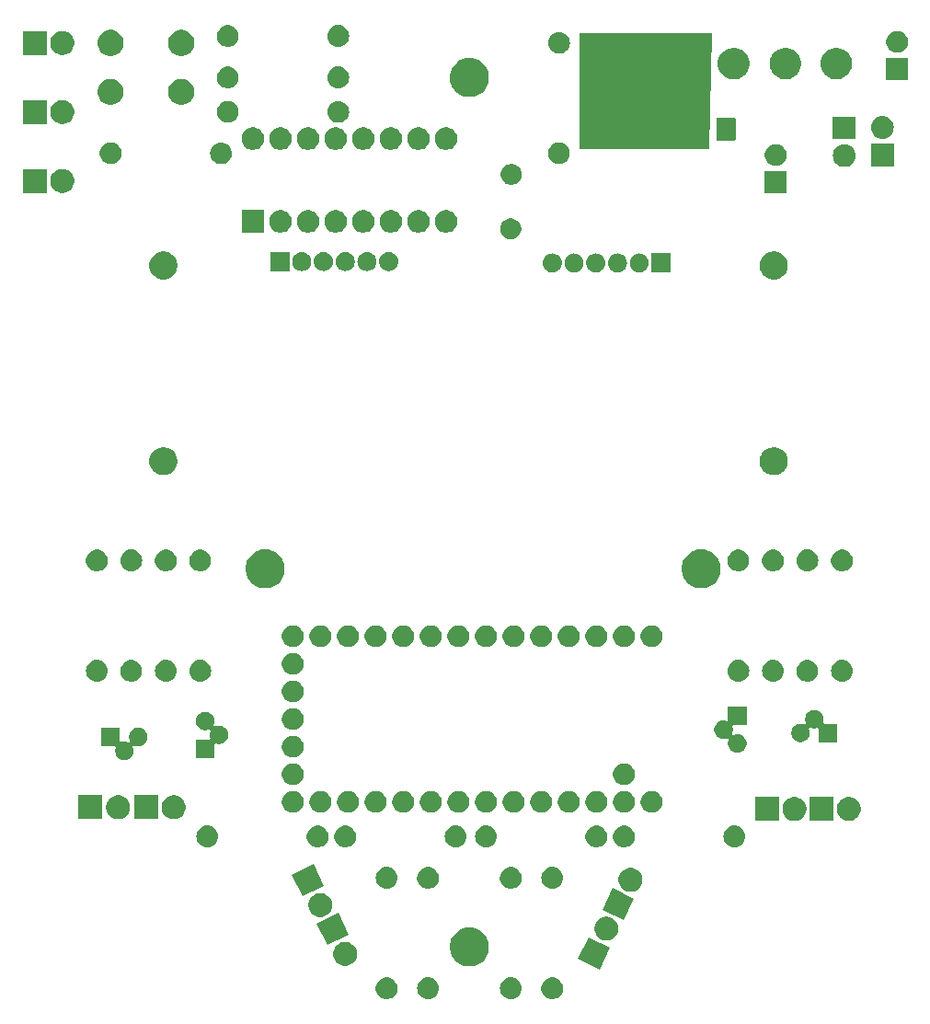
<source format=gbr>
G04 #@! TF.GenerationSoftware,KiCad,Pcbnew,(5.0.2)-1*
G04 #@! TF.CreationDate,2020-09-24T18:59:20-07:00*
G04 #@! TF.ProjectId,mouse_v2,6d6f7573-655f-4763-922e-6b696361645f,rev?*
G04 #@! TF.SameCoordinates,Original*
G04 #@! TF.FileFunction,Soldermask,Bot*
G04 #@! TF.FilePolarity,Negative*
%FSLAX46Y46*%
G04 Gerber Fmt 4.6, Leading zero omitted, Abs format (unit mm)*
G04 Created by KiCad (PCBNEW (5.0.2)-1) date 9/24/2020 6:59:20 PM*
%MOMM*%
%LPD*%
G01*
G04 APERTURE LIST*
%ADD10C,0.100000*%
G04 APERTURE END LIST*
D10*
G36*
X164026030Y-143794469D02*
X164026033Y-143794470D01*
X164026034Y-143794470D01*
X164214535Y-143851651D01*
X164214537Y-143851652D01*
X164388260Y-143944509D01*
X164540528Y-144069472D01*
X164665491Y-144221740D01*
X164758348Y-144395463D01*
X164815531Y-144583970D01*
X164834838Y-144780000D01*
X164815531Y-144976030D01*
X164758348Y-145164537D01*
X164665491Y-145338260D01*
X164540528Y-145490528D01*
X164388260Y-145615491D01*
X164388258Y-145615492D01*
X164214535Y-145708349D01*
X164026034Y-145765530D01*
X164026033Y-145765530D01*
X164026030Y-145765531D01*
X163879124Y-145780000D01*
X163780876Y-145780000D01*
X163633970Y-145765531D01*
X163633967Y-145765530D01*
X163633966Y-145765530D01*
X163445465Y-145708349D01*
X163271742Y-145615492D01*
X163271740Y-145615491D01*
X163119472Y-145490528D01*
X162994509Y-145338260D01*
X162901652Y-145164537D01*
X162844469Y-144976030D01*
X162825162Y-144780000D01*
X162844469Y-144583970D01*
X162901652Y-144395463D01*
X162994509Y-144221740D01*
X163119472Y-144069472D01*
X163271740Y-143944509D01*
X163445463Y-143851652D01*
X163445465Y-143851651D01*
X163633966Y-143794470D01*
X163633967Y-143794470D01*
X163633970Y-143794469D01*
X163780876Y-143780000D01*
X163879124Y-143780000D01*
X164026030Y-143794469D01*
X164026030Y-143794469D01*
G37*
G36*
X167815770Y-143795372D02*
X167931689Y-143818429D01*
X168113678Y-143893811D01*
X168277463Y-144003249D01*
X168416751Y-144142537D01*
X168526189Y-144306322D01*
X168601571Y-144488311D01*
X168640000Y-144681509D01*
X168640000Y-144878491D01*
X168601571Y-145071689D01*
X168526189Y-145253678D01*
X168416751Y-145417463D01*
X168277463Y-145556751D01*
X168113678Y-145666189D01*
X167931689Y-145741571D01*
X167815770Y-145764628D01*
X167738493Y-145780000D01*
X167541507Y-145780000D01*
X167464230Y-145764628D01*
X167348311Y-145741571D01*
X167166322Y-145666189D01*
X167002537Y-145556751D01*
X166863249Y-145417463D01*
X166753811Y-145253678D01*
X166678429Y-145071689D01*
X166640000Y-144878491D01*
X166640000Y-144681509D01*
X166678429Y-144488311D01*
X166753811Y-144306322D01*
X166863249Y-144142537D01*
X167002537Y-144003249D01*
X167166322Y-143893811D01*
X167348311Y-143818429D01*
X167464230Y-143795372D01*
X167541507Y-143780000D01*
X167738493Y-143780000D01*
X167815770Y-143795372D01*
X167815770Y-143795372D01*
G37*
G36*
X152575770Y-143795372D02*
X152691689Y-143818429D01*
X152873678Y-143893811D01*
X153037463Y-144003249D01*
X153176751Y-144142537D01*
X153286189Y-144306322D01*
X153361571Y-144488311D01*
X153400000Y-144681509D01*
X153400000Y-144878491D01*
X153361571Y-145071689D01*
X153286189Y-145253678D01*
X153176751Y-145417463D01*
X153037463Y-145556751D01*
X152873678Y-145666189D01*
X152691689Y-145741571D01*
X152575770Y-145764628D01*
X152498493Y-145780000D01*
X152301507Y-145780000D01*
X152224230Y-145764628D01*
X152108311Y-145741571D01*
X151926322Y-145666189D01*
X151762537Y-145556751D01*
X151623249Y-145417463D01*
X151513811Y-145253678D01*
X151438429Y-145071689D01*
X151400000Y-144878491D01*
X151400000Y-144681509D01*
X151438429Y-144488311D01*
X151513811Y-144306322D01*
X151623249Y-144142537D01*
X151762537Y-144003249D01*
X151926322Y-143893811D01*
X152108311Y-143818429D01*
X152224230Y-143795372D01*
X152301507Y-143780000D01*
X152498493Y-143780000D01*
X152575770Y-143795372D01*
X152575770Y-143795372D01*
G37*
G36*
X156406030Y-143794469D02*
X156406033Y-143794470D01*
X156406034Y-143794470D01*
X156594535Y-143851651D01*
X156594537Y-143851652D01*
X156768260Y-143944509D01*
X156920528Y-144069472D01*
X157045491Y-144221740D01*
X157138348Y-144395463D01*
X157195531Y-144583970D01*
X157214838Y-144780000D01*
X157195531Y-144976030D01*
X157138348Y-145164537D01*
X157045491Y-145338260D01*
X156920528Y-145490528D01*
X156768260Y-145615491D01*
X156768258Y-145615492D01*
X156594535Y-145708349D01*
X156406034Y-145765530D01*
X156406033Y-145765530D01*
X156406030Y-145765531D01*
X156259124Y-145780000D01*
X156160876Y-145780000D01*
X156013970Y-145765531D01*
X156013967Y-145765530D01*
X156013966Y-145765530D01*
X155825465Y-145708349D01*
X155651742Y-145615492D01*
X155651740Y-145615491D01*
X155499472Y-145490528D01*
X155374509Y-145338260D01*
X155281652Y-145164537D01*
X155224469Y-144976030D01*
X155205162Y-144780000D01*
X155224469Y-144583970D01*
X155281652Y-144395463D01*
X155374509Y-144221740D01*
X155499472Y-144069472D01*
X155651740Y-143944509D01*
X155825463Y-143851652D01*
X155825465Y-143851651D01*
X156013966Y-143794470D01*
X156013967Y-143794470D01*
X156013970Y-143794469D01*
X156160876Y-143780000D01*
X156259124Y-143780000D01*
X156406030Y-143794469D01*
X156406030Y-143794469D01*
G37*
G36*
X172976045Y-141073290D02*
X171994410Y-143042145D01*
X170025555Y-142060510D01*
X171007190Y-140091655D01*
X172976045Y-141073290D01*
X172976045Y-141073290D01*
G37*
G36*
X160429122Y-139216115D02*
X160545041Y-139239173D01*
X160872620Y-139374861D01*
X160913398Y-139402108D01*
X161167436Y-139571851D01*
X161418149Y-139822564D01*
X161418151Y-139822567D01*
X161615139Y-140117380D01*
X161729623Y-140393767D01*
X161750827Y-140444960D01*
X161814112Y-140763111D01*
X161820000Y-140792716D01*
X161820000Y-141147284D01*
X161750827Y-141495041D01*
X161744965Y-141509192D01*
X161615140Y-141822618D01*
X161418149Y-142117436D01*
X161167436Y-142368149D01*
X161167433Y-142368151D01*
X160872620Y-142565139D01*
X160545041Y-142700827D01*
X160461054Y-142717533D01*
X160197286Y-142770000D01*
X159842714Y-142770000D01*
X159578946Y-142717533D01*
X159494959Y-142700827D01*
X159167380Y-142565139D01*
X158872567Y-142368151D01*
X158872564Y-142368149D01*
X158621851Y-142117436D01*
X158424860Y-141822618D01*
X158295035Y-141509192D01*
X158289173Y-141495041D01*
X158220000Y-141147284D01*
X158220000Y-140792716D01*
X158225889Y-140763111D01*
X158289173Y-140444960D01*
X158310378Y-140393767D01*
X158424861Y-140117380D01*
X158621849Y-139822567D01*
X158621851Y-139822564D01*
X158872564Y-139571851D01*
X159126602Y-139402108D01*
X159167380Y-139374861D01*
X159494959Y-139239173D01*
X159610878Y-139216115D01*
X159842714Y-139170000D01*
X160197286Y-139170000D01*
X160429122Y-139216115D01*
X160429122Y-139216115D01*
G37*
G36*
X148901199Y-140559805D02*
X149101384Y-140642724D01*
X149281555Y-140763111D01*
X149434764Y-140916320D01*
X149555151Y-141096491D01*
X149638070Y-141296676D01*
X149680342Y-141509191D01*
X149680342Y-141725875D01*
X149638070Y-141938390D01*
X149555151Y-142138575D01*
X149434764Y-142318746D01*
X149281555Y-142471955D01*
X149281552Y-142471957D01*
X149281551Y-142471958D01*
X149101387Y-142592340D01*
X149101384Y-142592342D01*
X148901199Y-142675261D01*
X148688684Y-142717533D01*
X148472000Y-142717533D01*
X148259485Y-142675261D01*
X148059300Y-142592342D01*
X148059297Y-142592340D01*
X147879133Y-142471958D01*
X147879132Y-142471957D01*
X147879129Y-142471955D01*
X147725920Y-142318746D01*
X147605533Y-142138575D01*
X147522614Y-141938390D01*
X147480342Y-141725875D01*
X147480342Y-141509191D01*
X147522614Y-141296676D01*
X147605533Y-141096491D01*
X147725920Y-140916320D01*
X147879129Y-140763111D01*
X148059300Y-140642724D01*
X148259485Y-140559805D01*
X148472000Y-140517533D01*
X148688684Y-140517533D01*
X148901199Y-140559805D01*
X148901199Y-140559805D01*
G37*
G36*
X148922245Y-139838010D02*
X146953390Y-140819645D01*
X145971755Y-138850790D01*
X147940610Y-137869155D01*
X148922245Y-139838010D01*
X148922245Y-139838010D01*
G37*
G36*
X172954999Y-138236039D02*
X173155184Y-138318958D01*
X173335355Y-138439345D01*
X173488564Y-138592554D01*
X173608951Y-138772725D01*
X173691870Y-138972910D01*
X173734142Y-139185425D01*
X173734142Y-139402109D01*
X173691870Y-139614624D01*
X173608951Y-139814809D01*
X173488564Y-139994980D01*
X173335355Y-140148189D01*
X173155184Y-140268576D01*
X172954999Y-140351495D01*
X172742484Y-140393767D01*
X172525800Y-140393767D01*
X172313285Y-140351495D01*
X172113100Y-140268576D01*
X171932929Y-140148189D01*
X171779720Y-139994980D01*
X171659333Y-139814809D01*
X171576414Y-139614624D01*
X171534142Y-139402109D01*
X171534142Y-139185425D01*
X171576414Y-138972910D01*
X171659333Y-138772725D01*
X171779720Y-138592554D01*
X171932929Y-138439345D01*
X172113100Y-138318958D01*
X172313285Y-138236039D01*
X172525800Y-138193767D01*
X172742484Y-138193767D01*
X172954999Y-138236039D01*
X172954999Y-138236039D01*
G37*
G36*
X175198545Y-136564790D02*
X174216910Y-138533645D01*
X172248055Y-137552010D01*
X173229690Y-135583155D01*
X175198545Y-136564790D01*
X175198545Y-136564790D01*
G37*
G36*
X146624857Y-136064172D02*
X146825042Y-136147091D01*
X147005213Y-136267478D01*
X147158422Y-136420687D01*
X147278809Y-136600858D01*
X147361728Y-136801043D01*
X147404000Y-137013558D01*
X147404000Y-137230242D01*
X147361728Y-137442757D01*
X147278809Y-137642942D01*
X147158422Y-137823113D01*
X147005213Y-137976322D01*
X146825042Y-138096709D01*
X146624857Y-138179628D01*
X146412342Y-138221900D01*
X146195658Y-138221900D01*
X145983143Y-138179628D01*
X145782958Y-138096709D01*
X145602787Y-137976322D01*
X145449578Y-137823113D01*
X145329191Y-137642942D01*
X145246272Y-137442757D01*
X145204000Y-137230242D01*
X145204000Y-137013558D01*
X145246272Y-136801043D01*
X145329191Y-136600858D01*
X145449578Y-136420687D01*
X145602787Y-136267478D01*
X145782958Y-136147091D01*
X145983143Y-136064172D01*
X146195658Y-136021900D01*
X146412342Y-136021900D01*
X146624857Y-136064172D01*
X146624857Y-136064172D01*
G37*
G36*
X146645903Y-135342377D02*
X144677048Y-136324012D01*
X143695413Y-134355157D01*
X145664268Y-133373522D01*
X146645903Y-135342377D01*
X146645903Y-135342377D01*
G37*
G36*
X175177499Y-133727539D02*
X175377684Y-133810458D01*
X175377687Y-133810460D01*
X175525869Y-133909472D01*
X175557855Y-133930845D01*
X175711064Y-134084054D01*
X175711066Y-134084057D01*
X175711067Y-134084058D01*
X175812233Y-134235463D01*
X175831451Y-134264225D01*
X175914370Y-134464410D01*
X175956642Y-134676925D01*
X175956642Y-134893609D01*
X175914370Y-135106124D01*
X175831451Y-135306309D01*
X175831449Y-135306312D01*
X175731771Y-135455491D01*
X175711064Y-135486480D01*
X175557855Y-135639689D01*
X175377684Y-135760076D01*
X175177499Y-135842995D01*
X174964984Y-135885267D01*
X174748300Y-135885267D01*
X174535785Y-135842995D01*
X174335600Y-135760076D01*
X174155429Y-135639689D01*
X174002220Y-135486480D01*
X173981514Y-135455491D01*
X173881835Y-135306312D01*
X173881833Y-135306309D01*
X173798914Y-135106124D01*
X173756642Y-134893609D01*
X173756642Y-134676925D01*
X173798914Y-134464410D01*
X173881833Y-134264225D01*
X173901051Y-134235463D01*
X174002217Y-134084058D01*
X174002218Y-134084057D01*
X174002220Y-134084054D01*
X174155429Y-133930845D01*
X174187416Y-133909472D01*
X174335597Y-133810460D01*
X174335600Y-133810458D01*
X174535785Y-133727539D01*
X174748300Y-133685267D01*
X174964984Y-133685267D01*
X175177499Y-133727539D01*
X175177499Y-133727539D01*
G37*
G36*
X156385770Y-133635372D02*
X156501689Y-133658429D01*
X156683678Y-133733811D01*
X156847463Y-133843249D01*
X156986751Y-133982537D01*
X157096189Y-134146322D01*
X157171571Y-134328311D01*
X157194628Y-134444230D01*
X157198643Y-134464410D01*
X157210000Y-134521509D01*
X157210000Y-134718491D01*
X157171571Y-134911689D01*
X157096189Y-135093678D01*
X156986751Y-135257463D01*
X156847463Y-135396751D01*
X156683678Y-135506189D01*
X156501689Y-135581571D01*
X156385770Y-135604628D01*
X156308493Y-135620000D01*
X156111507Y-135620000D01*
X156034230Y-135604628D01*
X155918311Y-135581571D01*
X155736322Y-135506189D01*
X155572537Y-135396751D01*
X155433249Y-135257463D01*
X155323811Y-135093678D01*
X155248429Y-134911689D01*
X155210000Y-134718491D01*
X155210000Y-134521509D01*
X155221358Y-134464410D01*
X155225372Y-134444230D01*
X155248429Y-134328311D01*
X155323811Y-134146322D01*
X155433249Y-133982537D01*
X155572537Y-133843249D01*
X155736322Y-133733811D01*
X155918311Y-133658429D01*
X156034230Y-133635372D01*
X156111507Y-133620000D01*
X156308493Y-133620000D01*
X156385770Y-133635372D01*
X156385770Y-133635372D01*
G37*
G36*
X164005770Y-133635372D02*
X164121689Y-133658429D01*
X164303678Y-133733811D01*
X164467463Y-133843249D01*
X164606751Y-133982537D01*
X164716189Y-134146322D01*
X164791571Y-134328311D01*
X164814628Y-134444230D01*
X164818643Y-134464410D01*
X164830000Y-134521509D01*
X164830000Y-134718491D01*
X164791571Y-134911689D01*
X164716189Y-135093678D01*
X164606751Y-135257463D01*
X164467463Y-135396751D01*
X164303678Y-135506189D01*
X164121689Y-135581571D01*
X164005770Y-135604628D01*
X163928493Y-135620000D01*
X163731507Y-135620000D01*
X163654230Y-135604628D01*
X163538311Y-135581571D01*
X163356322Y-135506189D01*
X163192537Y-135396751D01*
X163053249Y-135257463D01*
X162943811Y-135093678D01*
X162868429Y-134911689D01*
X162830000Y-134718491D01*
X162830000Y-134521509D01*
X162841358Y-134464410D01*
X162845372Y-134444230D01*
X162868429Y-134328311D01*
X162943811Y-134146322D01*
X163053249Y-133982537D01*
X163192537Y-133843249D01*
X163356322Y-133733811D01*
X163538311Y-133658429D01*
X163654230Y-133635372D01*
X163731507Y-133620000D01*
X163928493Y-133620000D01*
X164005770Y-133635372D01*
X164005770Y-133635372D01*
G37*
G36*
X152596030Y-133634469D02*
X152596033Y-133634470D01*
X152596034Y-133634470D01*
X152784535Y-133691651D01*
X152784537Y-133691652D01*
X152958260Y-133784509D01*
X153110528Y-133909472D01*
X153235491Y-134061740D01*
X153328348Y-134235463D01*
X153385531Y-134423970D01*
X153404838Y-134620000D01*
X153385531Y-134816030D01*
X153328348Y-135004537D01*
X153235491Y-135178260D01*
X153110528Y-135330528D01*
X152958260Y-135455491D01*
X152958258Y-135455492D01*
X152784535Y-135548349D01*
X152596034Y-135605530D01*
X152596033Y-135605530D01*
X152596030Y-135605531D01*
X152449124Y-135620000D01*
X152350876Y-135620000D01*
X152203970Y-135605531D01*
X152203967Y-135605530D01*
X152203966Y-135605530D01*
X152015465Y-135548349D01*
X151841742Y-135455492D01*
X151841740Y-135455491D01*
X151689472Y-135330528D01*
X151564509Y-135178260D01*
X151471652Y-135004537D01*
X151414469Y-134816030D01*
X151395162Y-134620000D01*
X151414469Y-134423970D01*
X151471652Y-134235463D01*
X151564509Y-134061740D01*
X151689472Y-133909472D01*
X151841740Y-133784509D01*
X152015463Y-133691652D01*
X152015465Y-133691651D01*
X152203966Y-133634470D01*
X152203967Y-133634470D01*
X152203970Y-133634469D01*
X152350876Y-133620000D01*
X152449124Y-133620000D01*
X152596030Y-133634469D01*
X152596030Y-133634469D01*
G37*
G36*
X167836030Y-133634469D02*
X167836033Y-133634470D01*
X167836034Y-133634470D01*
X168024535Y-133691651D01*
X168024537Y-133691652D01*
X168198260Y-133784509D01*
X168350528Y-133909472D01*
X168475491Y-134061740D01*
X168568348Y-134235463D01*
X168625531Y-134423970D01*
X168644838Y-134620000D01*
X168625531Y-134816030D01*
X168568348Y-135004537D01*
X168475491Y-135178260D01*
X168350528Y-135330528D01*
X168198260Y-135455491D01*
X168198258Y-135455492D01*
X168024535Y-135548349D01*
X167836034Y-135605530D01*
X167836033Y-135605530D01*
X167836030Y-135605531D01*
X167689124Y-135620000D01*
X167590876Y-135620000D01*
X167443970Y-135605531D01*
X167443967Y-135605530D01*
X167443966Y-135605530D01*
X167255465Y-135548349D01*
X167081742Y-135455492D01*
X167081740Y-135455491D01*
X166929472Y-135330528D01*
X166804509Y-135178260D01*
X166711652Y-135004537D01*
X166654469Y-134816030D01*
X166635162Y-134620000D01*
X166654469Y-134423970D01*
X166711652Y-134235463D01*
X166804509Y-134061740D01*
X166929472Y-133909472D01*
X167081740Y-133784509D01*
X167255463Y-133691652D01*
X167255465Y-133691651D01*
X167443966Y-133634470D01*
X167443967Y-133634470D01*
X167443970Y-133634469D01*
X167590876Y-133620000D01*
X167689124Y-133620000D01*
X167836030Y-133634469D01*
X167836030Y-133634469D01*
G37*
G36*
X161740030Y-129824469D02*
X161740033Y-129824470D01*
X161740034Y-129824470D01*
X161928535Y-129881651D01*
X161928537Y-129881652D01*
X162102260Y-129974509D01*
X162254528Y-130099472D01*
X162379491Y-130251740D01*
X162472348Y-130425463D01*
X162529531Y-130613970D01*
X162548838Y-130810000D01*
X162529531Y-131006030D01*
X162472348Y-131194537D01*
X162379491Y-131368260D01*
X162254528Y-131520528D01*
X162102260Y-131645491D01*
X162102258Y-131645492D01*
X161928535Y-131738349D01*
X161740034Y-131795530D01*
X161740033Y-131795530D01*
X161740030Y-131795531D01*
X161593124Y-131810000D01*
X161494876Y-131810000D01*
X161347970Y-131795531D01*
X161347967Y-131795530D01*
X161347966Y-131795530D01*
X161159465Y-131738349D01*
X160985742Y-131645492D01*
X160985740Y-131645491D01*
X160833472Y-131520528D01*
X160708509Y-131368260D01*
X160615652Y-131194537D01*
X160558469Y-131006030D01*
X160539162Y-130810000D01*
X160558469Y-130613970D01*
X160615652Y-130425463D01*
X160708509Y-130251740D01*
X160833472Y-130099472D01*
X160985740Y-129974509D01*
X161159463Y-129881652D01*
X161159465Y-129881651D01*
X161347966Y-129824470D01*
X161347967Y-129824470D01*
X161347970Y-129824469D01*
X161494876Y-129810000D01*
X161593124Y-129810000D01*
X161740030Y-129824469D01*
X161740030Y-129824469D01*
G37*
G36*
X171879770Y-129825372D02*
X171995689Y-129848429D01*
X172177678Y-129923811D01*
X172341463Y-130033249D01*
X172480751Y-130172537D01*
X172590189Y-130336322D01*
X172665571Y-130518311D01*
X172704000Y-130711509D01*
X172704000Y-130908491D01*
X172665571Y-131101689D01*
X172590189Y-131283678D01*
X172480751Y-131447463D01*
X172341463Y-131586751D01*
X172177678Y-131696189D01*
X171995689Y-131771571D01*
X171879770Y-131794628D01*
X171802493Y-131810000D01*
X171605507Y-131810000D01*
X171528230Y-131794628D01*
X171412311Y-131771571D01*
X171230322Y-131696189D01*
X171066537Y-131586751D01*
X170927249Y-131447463D01*
X170817811Y-131283678D01*
X170742429Y-131101689D01*
X170704000Y-130908491D01*
X170704000Y-130711509D01*
X170742429Y-130518311D01*
X170817811Y-130336322D01*
X170927249Y-130172537D01*
X171066537Y-130033249D01*
X171230322Y-129923811D01*
X171412311Y-129848429D01*
X171528230Y-129825372D01*
X171605507Y-129810000D01*
X171802493Y-129810000D01*
X171879770Y-129825372D01*
X171879770Y-129825372D01*
G37*
G36*
X136086030Y-129824469D02*
X136086033Y-129824470D01*
X136086034Y-129824470D01*
X136274535Y-129881651D01*
X136274537Y-129881652D01*
X136448260Y-129974509D01*
X136600528Y-130099472D01*
X136725491Y-130251740D01*
X136818348Y-130425463D01*
X136875531Y-130613970D01*
X136894838Y-130810000D01*
X136875531Y-131006030D01*
X136818348Y-131194537D01*
X136725491Y-131368260D01*
X136600528Y-131520528D01*
X136448260Y-131645491D01*
X136448258Y-131645492D01*
X136274535Y-131738349D01*
X136086034Y-131795530D01*
X136086033Y-131795530D01*
X136086030Y-131795531D01*
X135939124Y-131810000D01*
X135840876Y-131810000D01*
X135693970Y-131795531D01*
X135693967Y-131795530D01*
X135693966Y-131795530D01*
X135505465Y-131738349D01*
X135331742Y-131645492D01*
X135331740Y-131645491D01*
X135179472Y-131520528D01*
X135054509Y-131368260D01*
X134961652Y-131194537D01*
X134904469Y-131006030D01*
X134885162Y-130810000D01*
X134904469Y-130613970D01*
X134961652Y-130425463D01*
X135054509Y-130251740D01*
X135179472Y-130099472D01*
X135331740Y-129974509D01*
X135505463Y-129881652D01*
X135505465Y-129881651D01*
X135693966Y-129824470D01*
X135693967Y-129824470D01*
X135693970Y-129824469D01*
X135840876Y-129810000D01*
X135939124Y-129810000D01*
X136086030Y-129824469D01*
X136086030Y-129824469D01*
G37*
G36*
X174419770Y-129825372D02*
X174535689Y-129848429D01*
X174717678Y-129923811D01*
X174881463Y-130033249D01*
X175020751Y-130172537D01*
X175130189Y-130336322D01*
X175205571Y-130518311D01*
X175244000Y-130711509D01*
X175244000Y-130908491D01*
X175205571Y-131101689D01*
X175130189Y-131283678D01*
X175020751Y-131447463D01*
X174881463Y-131586751D01*
X174717678Y-131696189D01*
X174535689Y-131771571D01*
X174419770Y-131794628D01*
X174342493Y-131810000D01*
X174145507Y-131810000D01*
X174068230Y-131794628D01*
X173952311Y-131771571D01*
X173770322Y-131696189D01*
X173606537Y-131586751D01*
X173467249Y-131447463D01*
X173357811Y-131283678D01*
X173282429Y-131101689D01*
X173244000Y-130908491D01*
X173244000Y-130711509D01*
X173282429Y-130518311D01*
X173357811Y-130336322D01*
X173467249Y-130172537D01*
X173606537Y-130033249D01*
X173770322Y-129923811D01*
X173952311Y-129848429D01*
X174068230Y-129825372D01*
X174145507Y-129810000D01*
X174342493Y-129810000D01*
X174419770Y-129825372D01*
X174419770Y-129825372D01*
G37*
G36*
X148765770Y-129825372D02*
X148881689Y-129848429D01*
X149063678Y-129923811D01*
X149227463Y-130033249D01*
X149366751Y-130172537D01*
X149476189Y-130336322D01*
X149551571Y-130518311D01*
X149590000Y-130711509D01*
X149590000Y-130908491D01*
X149551571Y-131101689D01*
X149476189Y-131283678D01*
X149366751Y-131447463D01*
X149227463Y-131586751D01*
X149063678Y-131696189D01*
X148881689Y-131771571D01*
X148765770Y-131794628D01*
X148688493Y-131810000D01*
X148491507Y-131810000D01*
X148414230Y-131794628D01*
X148298311Y-131771571D01*
X148116322Y-131696189D01*
X147952537Y-131586751D01*
X147813249Y-131447463D01*
X147703811Y-131283678D01*
X147628429Y-131101689D01*
X147590000Y-130908491D01*
X147590000Y-130711509D01*
X147628429Y-130518311D01*
X147703811Y-130336322D01*
X147813249Y-130172537D01*
X147952537Y-130033249D01*
X148116322Y-129923811D01*
X148298311Y-129848429D01*
X148414230Y-129825372D01*
X148491507Y-129810000D01*
X148688493Y-129810000D01*
X148765770Y-129825372D01*
X148765770Y-129825372D01*
G37*
G36*
X158946030Y-129824469D02*
X158946033Y-129824470D01*
X158946034Y-129824470D01*
X159134535Y-129881651D01*
X159134537Y-129881652D01*
X159308260Y-129974509D01*
X159460528Y-130099472D01*
X159585491Y-130251740D01*
X159678348Y-130425463D01*
X159735531Y-130613970D01*
X159754838Y-130810000D01*
X159735531Y-131006030D01*
X159678348Y-131194537D01*
X159585491Y-131368260D01*
X159460528Y-131520528D01*
X159308260Y-131645491D01*
X159308258Y-131645492D01*
X159134535Y-131738349D01*
X158946034Y-131795530D01*
X158946033Y-131795530D01*
X158946030Y-131795531D01*
X158799124Y-131810000D01*
X158700876Y-131810000D01*
X158553970Y-131795531D01*
X158553967Y-131795530D01*
X158553966Y-131795530D01*
X158365465Y-131738349D01*
X158191742Y-131645492D01*
X158191740Y-131645491D01*
X158039472Y-131520528D01*
X157914509Y-131368260D01*
X157821652Y-131194537D01*
X157764469Y-131006030D01*
X157745162Y-130810000D01*
X157764469Y-130613970D01*
X157821652Y-130425463D01*
X157914509Y-130251740D01*
X158039472Y-130099472D01*
X158191740Y-129974509D01*
X158365463Y-129881652D01*
X158365465Y-129881651D01*
X158553966Y-129824470D01*
X158553967Y-129824470D01*
X158553970Y-129824469D01*
X158700876Y-129810000D01*
X158799124Y-129810000D01*
X158946030Y-129824469D01*
X158946030Y-129824469D01*
G37*
G36*
X184600030Y-129824469D02*
X184600033Y-129824470D01*
X184600034Y-129824470D01*
X184788535Y-129881651D01*
X184788537Y-129881652D01*
X184962260Y-129974509D01*
X185114528Y-130099472D01*
X185239491Y-130251740D01*
X185332348Y-130425463D01*
X185389531Y-130613970D01*
X185408838Y-130810000D01*
X185389531Y-131006030D01*
X185332348Y-131194537D01*
X185239491Y-131368260D01*
X185114528Y-131520528D01*
X184962260Y-131645491D01*
X184962258Y-131645492D01*
X184788535Y-131738349D01*
X184600034Y-131795530D01*
X184600033Y-131795530D01*
X184600030Y-131795531D01*
X184453124Y-131810000D01*
X184354876Y-131810000D01*
X184207970Y-131795531D01*
X184207967Y-131795530D01*
X184207966Y-131795530D01*
X184019465Y-131738349D01*
X183845742Y-131645492D01*
X183845740Y-131645491D01*
X183693472Y-131520528D01*
X183568509Y-131368260D01*
X183475652Y-131194537D01*
X183418469Y-131006030D01*
X183399162Y-130810000D01*
X183418469Y-130613970D01*
X183475652Y-130425463D01*
X183568509Y-130251740D01*
X183693472Y-130099472D01*
X183845740Y-129974509D01*
X184019463Y-129881652D01*
X184019465Y-129881651D01*
X184207966Y-129824470D01*
X184207967Y-129824470D01*
X184207970Y-129824469D01*
X184354876Y-129810000D01*
X184453124Y-129810000D01*
X184600030Y-129824469D01*
X184600030Y-129824469D01*
G37*
G36*
X146225770Y-129825372D02*
X146341689Y-129848429D01*
X146523678Y-129923811D01*
X146687463Y-130033249D01*
X146826751Y-130172537D01*
X146936189Y-130336322D01*
X147011571Y-130518311D01*
X147050000Y-130711509D01*
X147050000Y-130908491D01*
X147011571Y-131101689D01*
X146936189Y-131283678D01*
X146826751Y-131447463D01*
X146687463Y-131586751D01*
X146523678Y-131696189D01*
X146341689Y-131771571D01*
X146225770Y-131794628D01*
X146148493Y-131810000D01*
X145951507Y-131810000D01*
X145874230Y-131794628D01*
X145758311Y-131771571D01*
X145576322Y-131696189D01*
X145412537Y-131586751D01*
X145273249Y-131447463D01*
X145163811Y-131283678D01*
X145088429Y-131101689D01*
X145050000Y-130908491D01*
X145050000Y-130711509D01*
X145088429Y-130518311D01*
X145163811Y-130336322D01*
X145273249Y-130172537D01*
X145412537Y-130033249D01*
X145576322Y-129923811D01*
X145758311Y-129848429D01*
X145874230Y-129825372D01*
X145951507Y-129810000D01*
X146148493Y-129810000D01*
X146225770Y-129825372D01*
X146225770Y-129825372D01*
G37*
G36*
X193509297Y-129385645D02*
X191309297Y-129385645D01*
X191309297Y-127185645D01*
X193509297Y-127185645D01*
X193509297Y-129385645D01*
X193509297Y-129385645D01*
G37*
G36*
X195270154Y-127227917D02*
X195470339Y-127310836D01*
X195470342Y-127310838D01*
X195627092Y-127415575D01*
X195650510Y-127431223D01*
X195803719Y-127584432D01*
X195803721Y-127584435D01*
X195803722Y-127584436D01*
X195893295Y-127718491D01*
X195924106Y-127764603D01*
X196007025Y-127964788D01*
X196049297Y-128177303D01*
X196049297Y-128393987D01*
X196007025Y-128606502D01*
X195924106Y-128806687D01*
X195924104Y-128806690D01*
X195808282Y-128980030D01*
X195803719Y-128986858D01*
X195650510Y-129140067D01*
X195650507Y-129140069D01*
X195650506Y-129140070D01*
X195522494Y-129225605D01*
X195470339Y-129260454D01*
X195270154Y-129343373D01*
X195057639Y-129385645D01*
X194840955Y-129385645D01*
X194628440Y-129343373D01*
X194428255Y-129260454D01*
X194376100Y-129225605D01*
X194248088Y-129140070D01*
X194248087Y-129140069D01*
X194248084Y-129140067D01*
X194094875Y-128986858D01*
X194090313Y-128980030D01*
X193974490Y-128806690D01*
X193974488Y-128806687D01*
X193891569Y-128606502D01*
X193849297Y-128393987D01*
X193849297Y-128177303D01*
X193891569Y-127964788D01*
X193974488Y-127764603D01*
X194005299Y-127718491D01*
X194094872Y-127584436D01*
X194094873Y-127584435D01*
X194094875Y-127584432D01*
X194248084Y-127431223D01*
X194271503Y-127415575D01*
X194428252Y-127310838D01*
X194428255Y-127310836D01*
X194628440Y-127227917D01*
X194840955Y-127185645D01*
X195057639Y-127185645D01*
X195270154Y-127227917D01*
X195270154Y-127227917D01*
G37*
G36*
X188496120Y-129370000D02*
X186296120Y-129370000D01*
X186296120Y-127170000D01*
X188496120Y-127170000D01*
X188496120Y-129370000D01*
X188496120Y-129370000D01*
G37*
G36*
X190256977Y-127212272D02*
X190457162Y-127295191D01*
X190637333Y-127415578D01*
X190790542Y-127568787D01*
X190790544Y-127568790D01*
X190790545Y-127568791D01*
X190814445Y-127604560D01*
X190910929Y-127748958D01*
X190993848Y-127949143D01*
X191036120Y-128161658D01*
X191036120Y-128378342D01*
X190993848Y-128590857D01*
X190910929Y-128791042D01*
X190790542Y-128971213D01*
X190637333Y-129124422D01*
X190637330Y-129124424D01*
X190637329Y-129124425D01*
X190538339Y-129190568D01*
X190457162Y-129244809D01*
X190256977Y-129327728D01*
X190044462Y-129370000D01*
X189827778Y-129370000D01*
X189615263Y-129327728D01*
X189415078Y-129244809D01*
X189333901Y-129190568D01*
X189234911Y-129124425D01*
X189234910Y-129124424D01*
X189234907Y-129124422D01*
X189081698Y-128971213D01*
X188961311Y-128791042D01*
X188878392Y-128590857D01*
X188836120Y-128378342D01*
X188836120Y-128161658D01*
X188878392Y-127949143D01*
X188961311Y-127748958D01*
X189057795Y-127604560D01*
X189081695Y-127568791D01*
X189081696Y-127568790D01*
X189081698Y-127568787D01*
X189234907Y-127415578D01*
X189415078Y-127295191D01*
X189615263Y-127212272D01*
X189827778Y-127170000D01*
X190044462Y-127170000D01*
X190256977Y-127212272D01*
X190256977Y-127212272D01*
G37*
G36*
X131368980Y-129232840D02*
X129168980Y-129232840D01*
X129168980Y-127032840D01*
X131368980Y-127032840D01*
X131368980Y-129232840D01*
X131368980Y-129232840D01*
G37*
G36*
X133129837Y-127075112D02*
X133330022Y-127158031D01*
X133330025Y-127158033D01*
X133499366Y-127271183D01*
X133510193Y-127278418D01*
X133663402Y-127431627D01*
X133783789Y-127611798D01*
X133866708Y-127811983D01*
X133908980Y-128024498D01*
X133908980Y-128241182D01*
X133866708Y-128453697D01*
X133783789Y-128653882D01*
X133783787Y-128653885D01*
X133668237Y-128826818D01*
X133663402Y-128834053D01*
X133510193Y-128987262D01*
X133330022Y-129107649D01*
X133129837Y-129190568D01*
X132917322Y-129232840D01*
X132700638Y-129232840D01*
X132488123Y-129190568D01*
X132287938Y-129107649D01*
X132107767Y-128987262D01*
X131954558Y-128834053D01*
X131949724Y-128826818D01*
X131834173Y-128653885D01*
X131834171Y-128653882D01*
X131751252Y-128453697D01*
X131708980Y-128241182D01*
X131708980Y-128024498D01*
X131751252Y-127811983D01*
X131834171Y-127611798D01*
X131954558Y-127431627D01*
X132107767Y-127278418D01*
X132118595Y-127271183D01*
X132287935Y-127158033D01*
X132287938Y-127158031D01*
X132488123Y-127075112D01*
X132700638Y-127032840D01*
X132917322Y-127032840D01*
X133129837Y-127075112D01*
X133129837Y-127075112D01*
G37*
G36*
X128021386Y-127067877D02*
X128221571Y-127150796D01*
X128221574Y-127150798D01*
X128313578Y-127212273D01*
X128401742Y-127271183D01*
X128554951Y-127424392D01*
X128554953Y-127424395D01*
X128554954Y-127424396D01*
X128619843Y-127521509D01*
X128675338Y-127604563D01*
X128758257Y-127804748D01*
X128800529Y-128017263D01*
X128800529Y-128233947D01*
X128758257Y-128446462D01*
X128675338Y-128646647D01*
X128554951Y-128826818D01*
X128401742Y-128980027D01*
X128401739Y-128980029D01*
X128401738Y-128980030D01*
X128390910Y-128987265D01*
X128221571Y-129100414D01*
X128021386Y-129183333D01*
X127808871Y-129225605D01*
X127592187Y-129225605D01*
X127379672Y-129183333D01*
X127179487Y-129100414D01*
X127010148Y-128987265D01*
X126999320Y-128980030D01*
X126999319Y-128980029D01*
X126999316Y-128980027D01*
X126846107Y-128826818D01*
X126725720Y-128646647D01*
X126642801Y-128446462D01*
X126600529Y-128233947D01*
X126600529Y-128017263D01*
X126642801Y-127804748D01*
X126725720Y-127604563D01*
X126781215Y-127521509D01*
X126846104Y-127424396D01*
X126846105Y-127424395D01*
X126846107Y-127424392D01*
X126999316Y-127271183D01*
X127087481Y-127212273D01*
X127179484Y-127150798D01*
X127179487Y-127150796D01*
X127379672Y-127067877D01*
X127592187Y-127025605D01*
X127808871Y-127025605D01*
X128021386Y-127067877D01*
X128021386Y-127067877D01*
G37*
G36*
X126260529Y-129225605D02*
X124060529Y-129225605D01*
X124060529Y-127025605D01*
X126260529Y-127025605D01*
X126260529Y-129225605D01*
X126260529Y-129225605D01*
G37*
G36*
X143939770Y-126635372D02*
X144055689Y-126658429D01*
X144237678Y-126733811D01*
X144401463Y-126843249D01*
X144540751Y-126982537D01*
X144650189Y-127146322D01*
X144725571Y-127328311D01*
X144742929Y-127415575D01*
X144764000Y-127521507D01*
X144764000Y-127718493D01*
X144754828Y-127764603D01*
X144725571Y-127911689D01*
X144650189Y-128093678D01*
X144540751Y-128257463D01*
X144401463Y-128396751D01*
X144237678Y-128506189D01*
X144055689Y-128581571D01*
X143939770Y-128604628D01*
X143862493Y-128620000D01*
X143665507Y-128620000D01*
X143588230Y-128604628D01*
X143472311Y-128581571D01*
X143290322Y-128506189D01*
X143126537Y-128396751D01*
X142987249Y-128257463D01*
X142877811Y-128093678D01*
X142802429Y-127911689D01*
X142773172Y-127764603D01*
X142764000Y-127718493D01*
X142764000Y-127521507D01*
X142785071Y-127415575D01*
X142802429Y-127328311D01*
X142877811Y-127146322D01*
X142987249Y-126982537D01*
X143126537Y-126843249D01*
X143290322Y-126733811D01*
X143472311Y-126658429D01*
X143588230Y-126635372D01*
X143665507Y-126620000D01*
X143862493Y-126620000D01*
X143939770Y-126635372D01*
X143939770Y-126635372D01*
G37*
G36*
X164259770Y-126635372D02*
X164375689Y-126658429D01*
X164557678Y-126733811D01*
X164721463Y-126843249D01*
X164860751Y-126982537D01*
X164970189Y-127146322D01*
X165045571Y-127328311D01*
X165062929Y-127415575D01*
X165084000Y-127521507D01*
X165084000Y-127718493D01*
X165074828Y-127764603D01*
X165045571Y-127911689D01*
X164970189Y-128093678D01*
X164860751Y-128257463D01*
X164721463Y-128396751D01*
X164557678Y-128506189D01*
X164375689Y-128581571D01*
X164259770Y-128604628D01*
X164182493Y-128620000D01*
X163985507Y-128620000D01*
X163908230Y-128604628D01*
X163792311Y-128581571D01*
X163610322Y-128506189D01*
X163446537Y-128396751D01*
X163307249Y-128257463D01*
X163197811Y-128093678D01*
X163122429Y-127911689D01*
X163093172Y-127764603D01*
X163084000Y-127718493D01*
X163084000Y-127521507D01*
X163105071Y-127415575D01*
X163122429Y-127328311D01*
X163197811Y-127146322D01*
X163307249Y-126982537D01*
X163446537Y-126843249D01*
X163610322Y-126733811D01*
X163792311Y-126658429D01*
X163908230Y-126635372D01*
X163985507Y-126620000D01*
X164182493Y-126620000D01*
X164259770Y-126635372D01*
X164259770Y-126635372D01*
G37*
G36*
X161719770Y-126635372D02*
X161835689Y-126658429D01*
X162017678Y-126733811D01*
X162181463Y-126843249D01*
X162320751Y-126982537D01*
X162430189Y-127146322D01*
X162505571Y-127328311D01*
X162522929Y-127415575D01*
X162544000Y-127521507D01*
X162544000Y-127718493D01*
X162534828Y-127764603D01*
X162505571Y-127911689D01*
X162430189Y-128093678D01*
X162320751Y-128257463D01*
X162181463Y-128396751D01*
X162017678Y-128506189D01*
X161835689Y-128581571D01*
X161719770Y-128604628D01*
X161642493Y-128620000D01*
X161445507Y-128620000D01*
X161368230Y-128604628D01*
X161252311Y-128581571D01*
X161070322Y-128506189D01*
X160906537Y-128396751D01*
X160767249Y-128257463D01*
X160657811Y-128093678D01*
X160582429Y-127911689D01*
X160553172Y-127764603D01*
X160544000Y-127718493D01*
X160544000Y-127521507D01*
X160565071Y-127415575D01*
X160582429Y-127328311D01*
X160657811Y-127146322D01*
X160767249Y-126982537D01*
X160906537Y-126843249D01*
X161070322Y-126733811D01*
X161252311Y-126658429D01*
X161368230Y-126635372D01*
X161445507Y-126620000D01*
X161642493Y-126620000D01*
X161719770Y-126635372D01*
X161719770Y-126635372D01*
G37*
G36*
X156639770Y-126635372D02*
X156755689Y-126658429D01*
X156937678Y-126733811D01*
X157101463Y-126843249D01*
X157240751Y-126982537D01*
X157350189Y-127146322D01*
X157425571Y-127328311D01*
X157442929Y-127415575D01*
X157464000Y-127521507D01*
X157464000Y-127718493D01*
X157454828Y-127764603D01*
X157425571Y-127911689D01*
X157350189Y-128093678D01*
X157240751Y-128257463D01*
X157101463Y-128396751D01*
X156937678Y-128506189D01*
X156755689Y-128581571D01*
X156639770Y-128604628D01*
X156562493Y-128620000D01*
X156365507Y-128620000D01*
X156288230Y-128604628D01*
X156172311Y-128581571D01*
X155990322Y-128506189D01*
X155826537Y-128396751D01*
X155687249Y-128257463D01*
X155577811Y-128093678D01*
X155502429Y-127911689D01*
X155473172Y-127764603D01*
X155464000Y-127718493D01*
X155464000Y-127521507D01*
X155485071Y-127415575D01*
X155502429Y-127328311D01*
X155577811Y-127146322D01*
X155687249Y-126982537D01*
X155826537Y-126843249D01*
X155990322Y-126733811D01*
X156172311Y-126658429D01*
X156288230Y-126635372D01*
X156365507Y-126620000D01*
X156562493Y-126620000D01*
X156639770Y-126635372D01*
X156639770Y-126635372D01*
G37*
G36*
X146479770Y-126635372D02*
X146595689Y-126658429D01*
X146777678Y-126733811D01*
X146941463Y-126843249D01*
X147080751Y-126982537D01*
X147190189Y-127146322D01*
X147265571Y-127328311D01*
X147282929Y-127415575D01*
X147304000Y-127521507D01*
X147304000Y-127718493D01*
X147294828Y-127764603D01*
X147265571Y-127911689D01*
X147190189Y-128093678D01*
X147080751Y-128257463D01*
X146941463Y-128396751D01*
X146777678Y-128506189D01*
X146595689Y-128581571D01*
X146479770Y-128604628D01*
X146402493Y-128620000D01*
X146205507Y-128620000D01*
X146128230Y-128604628D01*
X146012311Y-128581571D01*
X145830322Y-128506189D01*
X145666537Y-128396751D01*
X145527249Y-128257463D01*
X145417811Y-128093678D01*
X145342429Y-127911689D01*
X145313172Y-127764603D01*
X145304000Y-127718493D01*
X145304000Y-127521507D01*
X145325071Y-127415575D01*
X145342429Y-127328311D01*
X145417811Y-127146322D01*
X145527249Y-126982537D01*
X145666537Y-126843249D01*
X145830322Y-126733811D01*
X146012311Y-126658429D01*
X146128230Y-126635372D01*
X146205507Y-126620000D01*
X146402493Y-126620000D01*
X146479770Y-126635372D01*
X146479770Y-126635372D01*
G37*
G36*
X149019770Y-126635372D02*
X149135689Y-126658429D01*
X149317678Y-126733811D01*
X149481463Y-126843249D01*
X149620751Y-126982537D01*
X149730189Y-127146322D01*
X149805571Y-127328311D01*
X149822929Y-127415575D01*
X149844000Y-127521507D01*
X149844000Y-127718493D01*
X149834828Y-127764603D01*
X149805571Y-127911689D01*
X149730189Y-128093678D01*
X149620751Y-128257463D01*
X149481463Y-128396751D01*
X149317678Y-128506189D01*
X149135689Y-128581571D01*
X149019770Y-128604628D01*
X148942493Y-128620000D01*
X148745507Y-128620000D01*
X148668230Y-128604628D01*
X148552311Y-128581571D01*
X148370322Y-128506189D01*
X148206537Y-128396751D01*
X148067249Y-128257463D01*
X147957811Y-128093678D01*
X147882429Y-127911689D01*
X147853172Y-127764603D01*
X147844000Y-127718493D01*
X147844000Y-127521507D01*
X147865071Y-127415575D01*
X147882429Y-127328311D01*
X147957811Y-127146322D01*
X148067249Y-126982537D01*
X148206537Y-126843249D01*
X148370322Y-126733811D01*
X148552311Y-126658429D01*
X148668230Y-126635372D01*
X148745507Y-126620000D01*
X148942493Y-126620000D01*
X149019770Y-126635372D01*
X149019770Y-126635372D01*
G37*
G36*
X151559770Y-126635372D02*
X151675689Y-126658429D01*
X151857678Y-126733811D01*
X152021463Y-126843249D01*
X152160751Y-126982537D01*
X152270189Y-127146322D01*
X152345571Y-127328311D01*
X152362929Y-127415575D01*
X152384000Y-127521507D01*
X152384000Y-127718493D01*
X152374828Y-127764603D01*
X152345571Y-127911689D01*
X152270189Y-128093678D01*
X152160751Y-128257463D01*
X152021463Y-128396751D01*
X151857678Y-128506189D01*
X151675689Y-128581571D01*
X151559770Y-128604628D01*
X151482493Y-128620000D01*
X151285507Y-128620000D01*
X151208230Y-128604628D01*
X151092311Y-128581571D01*
X150910322Y-128506189D01*
X150746537Y-128396751D01*
X150607249Y-128257463D01*
X150497811Y-128093678D01*
X150422429Y-127911689D01*
X150393172Y-127764603D01*
X150384000Y-127718493D01*
X150384000Y-127521507D01*
X150405071Y-127415575D01*
X150422429Y-127328311D01*
X150497811Y-127146322D01*
X150607249Y-126982537D01*
X150746537Y-126843249D01*
X150910322Y-126733811D01*
X151092311Y-126658429D01*
X151208230Y-126635372D01*
X151285507Y-126620000D01*
X151482493Y-126620000D01*
X151559770Y-126635372D01*
X151559770Y-126635372D01*
G37*
G36*
X154099770Y-126635372D02*
X154215689Y-126658429D01*
X154397678Y-126733811D01*
X154561463Y-126843249D01*
X154700751Y-126982537D01*
X154810189Y-127146322D01*
X154885571Y-127328311D01*
X154902929Y-127415575D01*
X154924000Y-127521507D01*
X154924000Y-127718493D01*
X154914828Y-127764603D01*
X154885571Y-127911689D01*
X154810189Y-128093678D01*
X154700751Y-128257463D01*
X154561463Y-128396751D01*
X154397678Y-128506189D01*
X154215689Y-128581571D01*
X154099770Y-128604628D01*
X154022493Y-128620000D01*
X153825507Y-128620000D01*
X153748230Y-128604628D01*
X153632311Y-128581571D01*
X153450322Y-128506189D01*
X153286537Y-128396751D01*
X153147249Y-128257463D01*
X153037811Y-128093678D01*
X152962429Y-127911689D01*
X152933172Y-127764603D01*
X152924000Y-127718493D01*
X152924000Y-127521507D01*
X152945071Y-127415575D01*
X152962429Y-127328311D01*
X153037811Y-127146322D01*
X153147249Y-126982537D01*
X153286537Y-126843249D01*
X153450322Y-126733811D01*
X153632311Y-126658429D01*
X153748230Y-126635372D01*
X153825507Y-126620000D01*
X154022493Y-126620000D01*
X154099770Y-126635372D01*
X154099770Y-126635372D01*
G37*
G36*
X176959770Y-126635372D02*
X177075689Y-126658429D01*
X177257678Y-126733811D01*
X177421463Y-126843249D01*
X177560751Y-126982537D01*
X177670189Y-127146322D01*
X177745571Y-127328311D01*
X177762929Y-127415575D01*
X177784000Y-127521507D01*
X177784000Y-127718493D01*
X177774828Y-127764603D01*
X177745571Y-127911689D01*
X177670189Y-128093678D01*
X177560751Y-128257463D01*
X177421463Y-128396751D01*
X177257678Y-128506189D01*
X177075689Y-128581571D01*
X176959770Y-128604628D01*
X176882493Y-128620000D01*
X176685507Y-128620000D01*
X176608230Y-128604628D01*
X176492311Y-128581571D01*
X176310322Y-128506189D01*
X176146537Y-128396751D01*
X176007249Y-128257463D01*
X175897811Y-128093678D01*
X175822429Y-127911689D01*
X175793172Y-127764603D01*
X175784000Y-127718493D01*
X175784000Y-127521507D01*
X175805071Y-127415575D01*
X175822429Y-127328311D01*
X175897811Y-127146322D01*
X176007249Y-126982537D01*
X176146537Y-126843249D01*
X176310322Y-126733811D01*
X176492311Y-126658429D01*
X176608230Y-126635372D01*
X176685507Y-126620000D01*
X176882493Y-126620000D01*
X176959770Y-126635372D01*
X176959770Y-126635372D01*
G37*
G36*
X166799770Y-126635372D02*
X166915689Y-126658429D01*
X167097678Y-126733811D01*
X167261463Y-126843249D01*
X167400751Y-126982537D01*
X167510189Y-127146322D01*
X167585571Y-127328311D01*
X167602929Y-127415575D01*
X167624000Y-127521507D01*
X167624000Y-127718493D01*
X167614828Y-127764603D01*
X167585571Y-127911689D01*
X167510189Y-128093678D01*
X167400751Y-128257463D01*
X167261463Y-128396751D01*
X167097678Y-128506189D01*
X166915689Y-128581571D01*
X166799770Y-128604628D01*
X166722493Y-128620000D01*
X166525507Y-128620000D01*
X166448230Y-128604628D01*
X166332311Y-128581571D01*
X166150322Y-128506189D01*
X165986537Y-128396751D01*
X165847249Y-128257463D01*
X165737811Y-128093678D01*
X165662429Y-127911689D01*
X165633172Y-127764603D01*
X165624000Y-127718493D01*
X165624000Y-127521507D01*
X165645071Y-127415575D01*
X165662429Y-127328311D01*
X165737811Y-127146322D01*
X165847249Y-126982537D01*
X165986537Y-126843249D01*
X166150322Y-126733811D01*
X166332311Y-126658429D01*
X166448230Y-126635372D01*
X166525507Y-126620000D01*
X166722493Y-126620000D01*
X166799770Y-126635372D01*
X166799770Y-126635372D01*
G37*
G36*
X159179770Y-126635372D02*
X159295689Y-126658429D01*
X159477678Y-126733811D01*
X159641463Y-126843249D01*
X159780751Y-126982537D01*
X159890189Y-127146322D01*
X159965571Y-127328311D01*
X159982929Y-127415575D01*
X160004000Y-127521507D01*
X160004000Y-127718493D01*
X159994828Y-127764603D01*
X159965571Y-127911689D01*
X159890189Y-128093678D01*
X159780751Y-128257463D01*
X159641463Y-128396751D01*
X159477678Y-128506189D01*
X159295689Y-128581571D01*
X159179770Y-128604628D01*
X159102493Y-128620000D01*
X158905507Y-128620000D01*
X158828230Y-128604628D01*
X158712311Y-128581571D01*
X158530322Y-128506189D01*
X158366537Y-128396751D01*
X158227249Y-128257463D01*
X158117811Y-128093678D01*
X158042429Y-127911689D01*
X158013172Y-127764603D01*
X158004000Y-127718493D01*
X158004000Y-127521507D01*
X158025071Y-127415575D01*
X158042429Y-127328311D01*
X158117811Y-127146322D01*
X158227249Y-126982537D01*
X158366537Y-126843249D01*
X158530322Y-126733811D01*
X158712311Y-126658429D01*
X158828230Y-126635372D01*
X158905507Y-126620000D01*
X159102493Y-126620000D01*
X159179770Y-126635372D01*
X159179770Y-126635372D01*
G37*
G36*
X171879770Y-126635372D02*
X171995689Y-126658429D01*
X172177678Y-126733811D01*
X172341463Y-126843249D01*
X172480751Y-126982537D01*
X172590189Y-127146322D01*
X172665571Y-127328311D01*
X172682929Y-127415575D01*
X172704000Y-127521507D01*
X172704000Y-127718493D01*
X172694828Y-127764603D01*
X172665571Y-127911689D01*
X172590189Y-128093678D01*
X172480751Y-128257463D01*
X172341463Y-128396751D01*
X172177678Y-128506189D01*
X171995689Y-128581571D01*
X171879770Y-128604628D01*
X171802493Y-128620000D01*
X171605507Y-128620000D01*
X171528230Y-128604628D01*
X171412311Y-128581571D01*
X171230322Y-128506189D01*
X171066537Y-128396751D01*
X170927249Y-128257463D01*
X170817811Y-128093678D01*
X170742429Y-127911689D01*
X170713172Y-127764603D01*
X170704000Y-127718493D01*
X170704000Y-127521507D01*
X170725071Y-127415575D01*
X170742429Y-127328311D01*
X170817811Y-127146322D01*
X170927249Y-126982537D01*
X171066537Y-126843249D01*
X171230322Y-126733811D01*
X171412311Y-126658429D01*
X171528230Y-126635372D01*
X171605507Y-126620000D01*
X171802493Y-126620000D01*
X171879770Y-126635372D01*
X171879770Y-126635372D01*
G37*
G36*
X174419770Y-126635372D02*
X174535689Y-126658429D01*
X174717678Y-126733811D01*
X174881463Y-126843249D01*
X175020751Y-126982537D01*
X175130189Y-127146322D01*
X175205571Y-127328311D01*
X175222929Y-127415575D01*
X175244000Y-127521507D01*
X175244000Y-127718493D01*
X175234828Y-127764603D01*
X175205571Y-127911689D01*
X175130189Y-128093678D01*
X175020751Y-128257463D01*
X174881463Y-128396751D01*
X174717678Y-128506189D01*
X174535689Y-128581571D01*
X174419770Y-128604628D01*
X174342493Y-128620000D01*
X174145507Y-128620000D01*
X174068230Y-128604628D01*
X173952311Y-128581571D01*
X173770322Y-128506189D01*
X173606537Y-128396751D01*
X173467249Y-128257463D01*
X173357811Y-128093678D01*
X173282429Y-127911689D01*
X173253172Y-127764603D01*
X173244000Y-127718493D01*
X173244000Y-127521507D01*
X173265071Y-127415575D01*
X173282429Y-127328311D01*
X173357811Y-127146322D01*
X173467249Y-126982537D01*
X173606537Y-126843249D01*
X173770322Y-126733811D01*
X173952311Y-126658429D01*
X174068230Y-126635372D01*
X174145507Y-126620000D01*
X174342493Y-126620000D01*
X174419770Y-126635372D01*
X174419770Y-126635372D01*
G37*
G36*
X169339770Y-126635372D02*
X169455689Y-126658429D01*
X169637678Y-126733811D01*
X169801463Y-126843249D01*
X169940751Y-126982537D01*
X170050189Y-127146322D01*
X170125571Y-127328311D01*
X170142929Y-127415575D01*
X170164000Y-127521507D01*
X170164000Y-127718493D01*
X170154828Y-127764603D01*
X170125571Y-127911689D01*
X170050189Y-128093678D01*
X169940751Y-128257463D01*
X169801463Y-128396751D01*
X169637678Y-128506189D01*
X169455689Y-128581571D01*
X169339770Y-128604628D01*
X169262493Y-128620000D01*
X169065507Y-128620000D01*
X168988230Y-128604628D01*
X168872311Y-128581571D01*
X168690322Y-128506189D01*
X168526537Y-128396751D01*
X168387249Y-128257463D01*
X168277811Y-128093678D01*
X168202429Y-127911689D01*
X168173172Y-127764603D01*
X168164000Y-127718493D01*
X168164000Y-127521507D01*
X168185071Y-127415575D01*
X168202429Y-127328311D01*
X168277811Y-127146322D01*
X168387249Y-126982537D01*
X168526537Y-126843249D01*
X168690322Y-126733811D01*
X168872311Y-126658429D01*
X168988230Y-126635372D01*
X169065507Y-126620000D01*
X169262493Y-126620000D01*
X169339770Y-126635372D01*
X169339770Y-126635372D01*
G37*
G36*
X174419770Y-124095372D02*
X174535689Y-124118429D01*
X174717678Y-124193811D01*
X174881463Y-124303249D01*
X175020751Y-124442537D01*
X175130189Y-124606322D01*
X175205571Y-124788311D01*
X175244000Y-124981509D01*
X175244000Y-125178491D01*
X175205571Y-125371689D01*
X175130189Y-125553678D01*
X175020751Y-125717463D01*
X174881463Y-125856751D01*
X174717678Y-125966189D01*
X174535689Y-126041571D01*
X174419770Y-126064628D01*
X174342493Y-126080000D01*
X174145507Y-126080000D01*
X174068230Y-126064628D01*
X173952311Y-126041571D01*
X173770322Y-125966189D01*
X173606537Y-125856751D01*
X173467249Y-125717463D01*
X173357811Y-125553678D01*
X173282429Y-125371689D01*
X173244000Y-125178491D01*
X173244000Y-124981509D01*
X173282429Y-124788311D01*
X173357811Y-124606322D01*
X173467249Y-124442537D01*
X173606537Y-124303249D01*
X173770322Y-124193811D01*
X173952311Y-124118429D01*
X174068230Y-124095372D01*
X174145507Y-124080000D01*
X174342493Y-124080000D01*
X174419770Y-124095372D01*
X174419770Y-124095372D01*
G37*
G36*
X143939770Y-124095372D02*
X144055689Y-124118429D01*
X144237678Y-124193811D01*
X144401463Y-124303249D01*
X144540751Y-124442537D01*
X144650189Y-124606322D01*
X144725571Y-124788311D01*
X144764000Y-124981509D01*
X144764000Y-125178491D01*
X144725571Y-125371689D01*
X144650189Y-125553678D01*
X144540751Y-125717463D01*
X144401463Y-125856751D01*
X144237678Y-125966189D01*
X144055689Y-126041571D01*
X143939770Y-126064628D01*
X143862493Y-126080000D01*
X143665507Y-126080000D01*
X143588230Y-126064628D01*
X143472311Y-126041571D01*
X143290322Y-125966189D01*
X143126537Y-125856751D01*
X142987249Y-125717463D01*
X142877811Y-125553678D01*
X142802429Y-125371689D01*
X142764000Y-125178491D01*
X142764000Y-124981509D01*
X142802429Y-124788311D01*
X142877811Y-124606322D01*
X142987249Y-124442537D01*
X143126537Y-124303249D01*
X143290322Y-124193811D01*
X143472311Y-124118429D01*
X143588230Y-124095372D01*
X143665507Y-124080000D01*
X143862493Y-124080000D01*
X143939770Y-124095372D01*
X143939770Y-124095372D01*
G37*
G36*
X127850000Y-122002860D02*
X127852402Y-122027246D01*
X127859515Y-122050695D01*
X127871066Y-122072306D01*
X127886612Y-122091248D01*
X127905554Y-122106794D01*
X127927165Y-122118345D01*
X127950614Y-122125458D01*
X127975000Y-122127860D01*
X127999386Y-122125458D01*
X128021250Y-122118826D01*
X128186281Y-122086000D01*
X128353719Y-122086000D01*
X128517933Y-122118664D01*
X128517935Y-122118665D01*
X128517936Y-122118665D01*
X128557372Y-122135000D01*
X128588624Y-122147945D01*
X128612073Y-122155058D01*
X128636459Y-122157460D01*
X128660846Y-122155058D01*
X128684295Y-122147945D01*
X128705906Y-122136394D01*
X128724848Y-122120849D01*
X128740393Y-122101907D01*
X128751945Y-122080296D01*
X128759058Y-122056847D01*
X128761460Y-122032461D01*
X128759058Y-122008074D01*
X128751945Y-121984624D01*
X128722664Y-121913933D01*
X128690000Y-121749719D01*
X128690000Y-121582281D01*
X128722664Y-121418066D01*
X128786740Y-121263373D01*
X128879764Y-121124153D01*
X128998153Y-121005764D01*
X129137373Y-120912740D01*
X129292066Y-120848664D01*
X129456281Y-120816000D01*
X129623719Y-120816000D01*
X129787934Y-120848664D01*
X129942627Y-120912740D01*
X130081847Y-121005764D01*
X130200236Y-121124153D01*
X130293260Y-121263373D01*
X130357336Y-121418066D01*
X130390000Y-121582281D01*
X130390000Y-121749719D01*
X130357336Y-121913934D01*
X130293260Y-122068627D01*
X130200236Y-122207847D01*
X130081847Y-122326236D01*
X129942627Y-122419260D01*
X129787934Y-122483336D01*
X129623719Y-122516000D01*
X129456281Y-122516000D01*
X129292067Y-122483336D01*
X129292065Y-122483335D01*
X129292064Y-122483335D01*
X129221377Y-122454055D01*
X129197927Y-122446942D01*
X129173541Y-122444540D01*
X129149154Y-122446942D01*
X129125705Y-122454055D01*
X129104094Y-122465606D01*
X129085152Y-122481151D01*
X129069607Y-122500093D01*
X129058055Y-122521704D01*
X129050942Y-122545153D01*
X129048540Y-122569539D01*
X129050942Y-122593926D01*
X129058055Y-122617376D01*
X129087336Y-122688067D01*
X129120000Y-122852281D01*
X129120000Y-123019719D01*
X129087336Y-123183934D01*
X129023260Y-123338627D01*
X128930236Y-123477847D01*
X128811847Y-123596236D01*
X128672627Y-123689260D01*
X128517934Y-123753336D01*
X128353719Y-123786000D01*
X128186281Y-123786000D01*
X128022066Y-123753336D01*
X127867373Y-123689260D01*
X127728153Y-123596236D01*
X127609764Y-123477847D01*
X127516740Y-123338627D01*
X127452664Y-123183934D01*
X127420000Y-123019719D01*
X127420000Y-122852281D01*
X127452826Y-122687250D01*
X127459458Y-122665387D01*
X127461860Y-122641001D01*
X127459458Y-122616615D01*
X127452345Y-122593165D01*
X127440794Y-122571555D01*
X127425249Y-122552612D01*
X127406307Y-122537067D01*
X127384696Y-122525515D01*
X127361247Y-122518402D01*
X127336860Y-122516000D01*
X126150000Y-122516000D01*
X126150000Y-120816000D01*
X127850000Y-120816000D01*
X127850000Y-122002860D01*
X127850000Y-122002860D01*
G37*
G36*
X135960134Y-119375464D02*
X136114827Y-119439540D01*
X136254047Y-119532564D01*
X136372436Y-119650953D01*
X136465460Y-119790173D01*
X136529536Y-119944866D01*
X136562200Y-120109081D01*
X136562200Y-120276519D01*
X136529536Y-120440733D01*
X136529535Y-120440735D01*
X136529535Y-120440736D01*
X136517476Y-120469849D01*
X136500255Y-120511424D01*
X136493142Y-120534873D01*
X136490740Y-120559259D01*
X136493142Y-120583646D01*
X136500255Y-120607095D01*
X136511806Y-120628706D01*
X136527351Y-120647648D01*
X136546293Y-120663193D01*
X136567904Y-120674745D01*
X136591353Y-120681858D01*
X136615739Y-120684260D01*
X136640126Y-120681858D01*
X136663576Y-120674745D01*
X136729291Y-120647525D01*
X136734264Y-120645465D01*
X136734265Y-120645465D01*
X136734267Y-120645464D01*
X136898481Y-120612800D01*
X137065919Y-120612800D01*
X137230134Y-120645464D01*
X137384827Y-120709540D01*
X137524047Y-120802564D01*
X137642436Y-120920953D01*
X137735460Y-121060173D01*
X137799536Y-121214866D01*
X137832200Y-121379081D01*
X137832200Y-121546519D01*
X137799536Y-121710734D01*
X137735460Y-121865427D01*
X137642436Y-122004647D01*
X137524047Y-122123036D01*
X137384827Y-122216060D01*
X137230134Y-122280136D01*
X137065919Y-122312800D01*
X136898481Y-122312800D01*
X136733450Y-122279974D01*
X136711587Y-122273342D01*
X136687201Y-122270940D01*
X136662815Y-122273342D01*
X136639365Y-122280455D01*
X136617755Y-122292006D01*
X136598812Y-122307551D01*
X136583267Y-122326493D01*
X136571715Y-122348104D01*
X136564602Y-122371553D01*
X136562200Y-122395940D01*
X136562200Y-123582800D01*
X134862200Y-123582800D01*
X134862200Y-121882800D01*
X136049060Y-121882800D01*
X136073446Y-121880398D01*
X136096895Y-121873285D01*
X136118506Y-121861734D01*
X136137448Y-121846188D01*
X136152994Y-121827246D01*
X136164545Y-121805635D01*
X136171658Y-121782186D01*
X136174060Y-121757800D01*
X136171658Y-121733414D01*
X136165026Y-121711550D01*
X136132200Y-121546519D01*
X136132200Y-121379081D01*
X136164864Y-121214867D01*
X136194145Y-121144176D01*
X136201258Y-121120727D01*
X136203660Y-121096341D01*
X136201258Y-121071954D01*
X136194145Y-121048505D01*
X136182594Y-121026894D01*
X136167049Y-121007952D01*
X136148107Y-120992407D01*
X136126496Y-120980855D01*
X136103047Y-120973742D01*
X136078661Y-120971340D01*
X136054274Y-120973742D01*
X136030823Y-120980855D01*
X135960136Y-121010135D01*
X135960135Y-121010135D01*
X135960133Y-121010136D01*
X135795919Y-121042800D01*
X135628481Y-121042800D01*
X135464266Y-121010136D01*
X135309573Y-120946060D01*
X135170353Y-120853036D01*
X135051964Y-120734647D01*
X134958940Y-120595427D01*
X134894864Y-120440734D01*
X134862200Y-120276519D01*
X134862200Y-120109081D01*
X134894864Y-119944866D01*
X134958940Y-119790173D01*
X135051964Y-119650953D01*
X135170353Y-119532564D01*
X135309573Y-119439540D01*
X135464266Y-119375464D01*
X135628481Y-119342800D01*
X135795919Y-119342800D01*
X135960134Y-119375464D01*
X135960134Y-119375464D01*
G37*
G36*
X143939770Y-121555372D02*
X144055689Y-121578429D01*
X144237678Y-121653811D01*
X144401463Y-121763249D01*
X144540751Y-121902537D01*
X144650189Y-122066322D01*
X144725571Y-122248311D01*
X144741071Y-122326236D01*
X144764000Y-122441507D01*
X144764000Y-122638493D01*
X144754139Y-122688067D01*
X144725571Y-122831689D01*
X144650189Y-123013678D01*
X144540751Y-123177463D01*
X144401463Y-123316751D01*
X144237678Y-123426189D01*
X144055689Y-123501571D01*
X143939770Y-123524628D01*
X143862493Y-123540000D01*
X143665507Y-123540000D01*
X143588230Y-123524628D01*
X143472311Y-123501571D01*
X143290322Y-123426189D01*
X143126537Y-123316751D01*
X142987249Y-123177463D01*
X142877811Y-123013678D01*
X142802429Y-122831689D01*
X142773861Y-122688067D01*
X142764000Y-122638493D01*
X142764000Y-122441507D01*
X142786929Y-122326236D01*
X142802429Y-122248311D01*
X142877811Y-122066322D01*
X142987249Y-121902537D01*
X143126537Y-121763249D01*
X143290322Y-121653811D01*
X143472311Y-121578429D01*
X143588230Y-121555372D01*
X143665507Y-121540000D01*
X143862493Y-121540000D01*
X143939770Y-121555372D01*
X143939770Y-121555372D01*
G37*
G36*
X185535940Y-120570360D02*
X184349080Y-120570360D01*
X184324694Y-120572762D01*
X184301245Y-120579875D01*
X184279634Y-120591426D01*
X184260692Y-120606972D01*
X184245146Y-120625914D01*
X184233595Y-120647525D01*
X184226482Y-120670974D01*
X184224080Y-120695360D01*
X184226482Y-120719746D01*
X184233114Y-120741610D01*
X184265940Y-120906641D01*
X184265940Y-121074079D01*
X184233276Y-121238293D01*
X184203995Y-121308984D01*
X184196882Y-121332433D01*
X184194480Y-121356819D01*
X184196882Y-121381206D01*
X184203995Y-121404655D01*
X184215546Y-121426266D01*
X184231091Y-121445208D01*
X184250033Y-121460753D01*
X184271644Y-121472305D01*
X184295093Y-121479418D01*
X184319479Y-121481820D01*
X184343866Y-121479418D01*
X184367316Y-121472305D01*
X184432734Y-121445208D01*
X184438004Y-121443025D01*
X184438005Y-121443025D01*
X184438007Y-121443024D01*
X184602221Y-121410360D01*
X184769659Y-121410360D01*
X184933874Y-121443024D01*
X185088567Y-121507100D01*
X185227787Y-121600124D01*
X185346176Y-121718513D01*
X185439200Y-121857733D01*
X185503276Y-122012426D01*
X185535940Y-122176641D01*
X185535940Y-122344079D01*
X185503276Y-122508294D01*
X185439200Y-122662987D01*
X185346176Y-122802207D01*
X185227787Y-122920596D01*
X185088567Y-123013620D01*
X184933874Y-123077696D01*
X184769659Y-123110360D01*
X184602221Y-123110360D01*
X184438006Y-123077696D01*
X184283313Y-123013620D01*
X184144093Y-122920596D01*
X184025704Y-122802207D01*
X183932680Y-122662987D01*
X183868604Y-122508294D01*
X183835940Y-122344079D01*
X183835940Y-122176641D01*
X183868604Y-122012427D01*
X183871827Y-122004647D01*
X183897885Y-121941736D01*
X183904998Y-121918287D01*
X183907400Y-121893901D01*
X183904998Y-121869514D01*
X183897885Y-121846065D01*
X183886334Y-121824454D01*
X183870789Y-121805512D01*
X183851847Y-121789967D01*
X183830236Y-121778415D01*
X183806787Y-121771302D01*
X183782401Y-121768900D01*
X183758014Y-121771302D01*
X183734563Y-121778415D01*
X183663876Y-121807695D01*
X183663875Y-121807695D01*
X183663873Y-121807696D01*
X183499659Y-121840360D01*
X183332221Y-121840360D01*
X183168006Y-121807696D01*
X183013313Y-121743620D01*
X182874093Y-121650596D01*
X182755704Y-121532207D01*
X182662680Y-121392987D01*
X182598604Y-121238294D01*
X182565940Y-121074079D01*
X182565940Y-120906641D01*
X182598604Y-120742426D01*
X182662680Y-120587733D01*
X182755704Y-120448513D01*
X182874093Y-120330124D01*
X183013313Y-120237100D01*
X183168006Y-120173024D01*
X183332221Y-120140360D01*
X183499659Y-120140360D01*
X183664690Y-120173186D01*
X183686553Y-120179818D01*
X183710939Y-120182220D01*
X183735325Y-120179818D01*
X183758775Y-120172705D01*
X183780385Y-120161154D01*
X183799328Y-120145609D01*
X183814873Y-120126667D01*
X183826425Y-120105056D01*
X183833538Y-120081607D01*
X183835940Y-120057220D01*
X183835940Y-118870360D01*
X185535940Y-118870360D01*
X185535940Y-120570360D01*
X185535940Y-120570360D01*
G37*
G36*
X192017934Y-119197664D02*
X192172627Y-119261740D01*
X192311847Y-119354764D01*
X192430236Y-119473153D01*
X192523260Y-119612373D01*
X192587336Y-119767066D01*
X192620000Y-119931281D01*
X192620000Y-120098719D01*
X192587174Y-120263750D01*
X192580542Y-120285613D01*
X192578140Y-120309999D01*
X192580542Y-120334385D01*
X192587655Y-120357835D01*
X192599206Y-120379445D01*
X192614751Y-120398388D01*
X192633693Y-120413933D01*
X192655304Y-120425485D01*
X192678753Y-120432598D01*
X192703140Y-120435000D01*
X193890000Y-120435000D01*
X193890000Y-122135000D01*
X192190000Y-122135000D01*
X192190000Y-120948140D01*
X192187598Y-120923754D01*
X192180485Y-120900305D01*
X192168934Y-120878694D01*
X192153388Y-120859752D01*
X192134446Y-120844206D01*
X192112835Y-120832655D01*
X192089386Y-120825542D01*
X192065000Y-120823140D01*
X192040614Y-120825542D01*
X192018750Y-120832174D01*
X191853719Y-120865000D01*
X191686281Y-120865000D01*
X191522067Y-120832336D01*
X191522065Y-120832335D01*
X191522064Y-120832335D01*
X191451377Y-120803055D01*
X191427927Y-120795942D01*
X191403541Y-120793540D01*
X191379154Y-120795942D01*
X191355705Y-120803055D01*
X191334094Y-120814606D01*
X191315152Y-120830151D01*
X191299607Y-120849093D01*
X191288055Y-120870704D01*
X191280942Y-120894153D01*
X191278540Y-120918539D01*
X191280942Y-120942926D01*
X191288055Y-120966376D01*
X191306181Y-121010135D01*
X191317336Y-121037067D01*
X191350000Y-121201281D01*
X191350000Y-121368719D01*
X191317336Y-121532934D01*
X191253260Y-121687627D01*
X191160236Y-121826847D01*
X191041847Y-121945236D01*
X190902627Y-122038260D01*
X190747934Y-122102336D01*
X190583719Y-122135000D01*
X190416281Y-122135000D01*
X190252066Y-122102336D01*
X190097373Y-122038260D01*
X189958153Y-121945236D01*
X189839764Y-121826847D01*
X189746740Y-121687627D01*
X189682664Y-121532934D01*
X189650000Y-121368719D01*
X189650000Y-121201281D01*
X189682664Y-121037066D01*
X189746740Y-120882373D01*
X189839764Y-120743153D01*
X189958153Y-120624764D01*
X190097373Y-120531740D01*
X190252066Y-120467664D01*
X190416281Y-120435000D01*
X190583719Y-120435000D01*
X190747933Y-120467664D01*
X190747935Y-120467665D01*
X190747936Y-120467665D01*
X190790737Y-120485394D01*
X190818624Y-120496945D01*
X190842073Y-120504058D01*
X190866459Y-120506460D01*
X190890846Y-120504058D01*
X190914295Y-120496945D01*
X190935906Y-120485394D01*
X190954848Y-120469849D01*
X190970393Y-120450907D01*
X190981945Y-120429296D01*
X190989058Y-120405847D01*
X190991460Y-120381461D01*
X190989058Y-120357074D01*
X190981945Y-120333624D01*
X190952664Y-120262933D01*
X190920000Y-120098719D01*
X190920000Y-119931281D01*
X190952664Y-119767066D01*
X191016740Y-119612373D01*
X191109764Y-119473153D01*
X191228153Y-119354764D01*
X191367373Y-119261740D01*
X191522066Y-119197664D01*
X191686281Y-119165000D01*
X191853719Y-119165000D01*
X192017934Y-119197664D01*
X192017934Y-119197664D01*
G37*
G36*
X143939770Y-119015372D02*
X144055689Y-119038429D01*
X144237678Y-119113811D01*
X144401463Y-119223249D01*
X144540751Y-119362537D01*
X144650189Y-119526322D01*
X144725571Y-119708311D01*
X144737258Y-119767066D01*
X144764000Y-119901507D01*
X144764000Y-120098493D01*
X144758396Y-120126667D01*
X144725571Y-120291689D01*
X144650189Y-120473678D01*
X144540751Y-120637463D01*
X144401463Y-120776751D01*
X144237678Y-120886189D01*
X144055689Y-120961571D01*
X143939770Y-120984628D01*
X143862493Y-121000000D01*
X143665507Y-121000000D01*
X143588230Y-120984628D01*
X143472311Y-120961571D01*
X143290322Y-120886189D01*
X143126537Y-120776751D01*
X142987249Y-120637463D01*
X142877811Y-120473678D01*
X142802429Y-120291689D01*
X142769604Y-120126667D01*
X142764000Y-120098493D01*
X142764000Y-119901507D01*
X142790742Y-119767066D01*
X142802429Y-119708311D01*
X142877811Y-119526322D01*
X142987249Y-119362537D01*
X143126537Y-119223249D01*
X143290322Y-119113811D01*
X143472311Y-119038429D01*
X143588230Y-119015372D01*
X143665507Y-119000000D01*
X143862493Y-119000000D01*
X143939770Y-119015372D01*
X143939770Y-119015372D01*
G37*
G36*
X143939770Y-116475372D02*
X144055689Y-116498429D01*
X144237678Y-116573811D01*
X144401463Y-116683249D01*
X144540751Y-116822537D01*
X144650189Y-116986322D01*
X144725571Y-117168311D01*
X144764000Y-117361509D01*
X144764000Y-117558491D01*
X144725571Y-117751689D01*
X144650189Y-117933678D01*
X144540751Y-118097463D01*
X144401463Y-118236751D01*
X144237678Y-118346189D01*
X144055689Y-118421571D01*
X143939770Y-118444628D01*
X143862493Y-118460000D01*
X143665507Y-118460000D01*
X143588230Y-118444628D01*
X143472311Y-118421571D01*
X143290322Y-118346189D01*
X143126537Y-118236751D01*
X142987249Y-118097463D01*
X142877811Y-117933678D01*
X142802429Y-117751689D01*
X142764000Y-117558491D01*
X142764000Y-117361509D01*
X142802429Y-117168311D01*
X142877811Y-116986322D01*
X142987249Y-116822537D01*
X143126537Y-116683249D01*
X143290322Y-116573811D01*
X143472311Y-116498429D01*
X143588230Y-116475372D01*
X143665507Y-116460000D01*
X143862493Y-116460000D01*
X143939770Y-116475372D01*
X143939770Y-116475372D01*
G37*
G36*
X135451030Y-114584469D02*
X135451033Y-114584470D01*
X135451034Y-114584470D01*
X135639535Y-114641651D01*
X135639537Y-114641652D01*
X135813260Y-114734509D01*
X135965528Y-114859472D01*
X136090491Y-115011740D01*
X136183348Y-115185463D01*
X136240531Y-115373970D01*
X136259838Y-115570000D01*
X136240531Y-115766030D01*
X136183348Y-115954537D01*
X136090491Y-116128260D01*
X135965528Y-116280528D01*
X135813260Y-116405491D01*
X135813258Y-116405492D01*
X135639535Y-116498349D01*
X135451034Y-116555530D01*
X135451033Y-116555530D01*
X135451030Y-116555531D01*
X135304124Y-116570000D01*
X135205876Y-116570000D01*
X135058970Y-116555531D01*
X135058967Y-116555530D01*
X135058966Y-116555530D01*
X134870465Y-116498349D01*
X134696742Y-116405492D01*
X134696740Y-116405491D01*
X134544472Y-116280528D01*
X134419509Y-116128260D01*
X134326652Y-115954537D01*
X134269469Y-115766030D01*
X134250162Y-115570000D01*
X134269469Y-115373970D01*
X134326652Y-115185463D01*
X134419509Y-115011740D01*
X134544472Y-114859472D01*
X134696740Y-114734509D01*
X134870463Y-114641652D01*
X134870465Y-114641651D01*
X135058966Y-114584470D01*
X135058967Y-114584470D01*
X135058970Y-114584469D01*
X135205876Y-114570000D01*
X135304124Y-114570000D01*
X135451030Y-114584469D01*
X135451030Y-114584469D01*
G37*
G36*
X184981030Y-114584469D02*
X184981033Y-114584470D01*
X184981034Y-114584470D01*
X185169535Y-114641651D01*
X185169537Y-114641652D01*
X185343260Y-114734509D01*
X185495528Y-114859472D01*
X185620491Y-115011740D01*
X185713348Y-115185463D01*
X185770531Y-115373970D01*
X185789838Y-115570000D01*
X185770531Y-115766030D01*
X185713348Y-115954537D01*
X185620491Y-116128260D01*
X185495528Y-116280528D01*
X185343260Y-116405491D01*
X185343258Y-116405492D01*
X185169535Y-116498349D01*
X184981034Y-116555530D01*
X184981033Y-116555530D01*
X184981030Y-116555531D01*
X184834124Y-116570000D01*
X184735876Y-116570000D01*
X184588970Y-116555531D01*
X184588967Y-116555530D01*
X184588966Y-116555530D01*
X184400465Y-116498349D01*
X184226742Y-116405492D01*
X184226740Y-116405491D01*
X184074472Y-116280528D01*
X183949509Y-116128260D01*
X183856652Y-115954537D01*
X183799469Y-115766030D01*
X183780162Y-115570000D01*
X183799469Y-115373970D01*
X183856652Y-115185463D01*
X183949509Y-115011740D01*
X184074472Y-114859472D01*
X184226740Y-114734509D01*
X184400463Y-114641652D01*
X184400465Y-114641651D01*
X184588966Y-114584470D01*
X184588967Y-114584470D01*
X184588970Y-114584469D01*
X184735876Y-114570000D01*
X184834124Y-114570000D01*
X184981030Y-114584469D01*
X184981030Y-114584469D01*
G37*
G36*
X132276030Y-114584469D02*
X132276033Y-114584470D01*
X132276034Y-114584470D01*
X132464535Y-114641651D01*
X132464537Y-114641652D01*
X132638260Y-114734509D01*
X132790528Y-114859472D01*
X132915491Y-115011740D01*
X133008348Y-115185463D01*
X133065531Y-115373970D01*
X133084838Y-115570000D01*
X133065531Y-115766030D01*
X133008348Y-115954537D01*
X132915491Y-116128260D01*
X132790528Y-116280528D01*
X132638260Y-116405491D01*
X132638258Y-116405492D01*
X132464535Y-116498349D01*
X132276034Y-116555530D01*
X132276033Y-116555530D01*
X132276030Y-116555531D01*
X132129124Y-116570000D01*
X132030876Y-116570000D01*
X131883970Y-116555531D01*
X131883967Y-116555530D01*
X131883966Y-116555530D01*
X131695465Y-116498349D01*
X131521742Y-116405492D01*
X131521740Y-116405491D01*
X131369472Y-116280528D01*
X131244509Y-116128260D01*
X131151652Y-115954537D01*
X131094469Y-115766030D01*
X131075162Y-115570000D01*
X131094469Y-115373970D01*
X131151652Y-115185463D01*
X131244509Y-115011740D01*
X131369472Y-114859472D01*
X131521740Y-114734509D01*
X131695463Y-114641652D01*
X131695465Y-114641651D01*
X131883966Y-114584470D01*
X131883967Y-114584470D01*
X131883970Y-114584469D01*
X132030876Y-114570000D01*
X132129124Y-114570000D01*
X132276030Y-114584469D01*
X132276030Y-114584469D01*
G37*
G36*
X191310770Y-114585372D02*
X191426689Y-114608429D01*
X191608678Y-114683811D01*
X191772463Y-114793249D01*
X191911751Y-114932537D01*
X192021189Y-115096322D01*
X192096571Y-115278311D01*
X192135000Y-115471509D01*
X192135000Y-115668491D01*
X192096571Y-115861689D01*
X192021189Y-116043678D01*
X191911751Y-116207463D01*
X191772463Y-116346751D01*
X191608678Y-116456189D01*
X191426689Y-116531571D01*
X191310770Y-116554628D01*
X191233493Y-116570000D01*
X191036507Y-116570000D01*
X190959230Y-116554628D01*
X190843311Y-116531571D01*
X190661322Y-116456189D01*
X190497537Y-116346751D01*
X190358249Y-116207463D01*
X190248811Y-116043678D01*
X190173429Y-115861689D01*
X190135000Y-115668491D01*
X190135000Y-115471509D01*
X190173429Y-115278311D01*
X190248811Y-115096322D01*
X190358249Y-114932537D01*
X190497537Y-114793249D01*
X190661322Y-114683811D01*
X190843311Y-114608429D01*
X190959230Y-114585372D01*
X191036507Y-114570000D01*
X191233493Y-114570000D01*
X191310770Y-114585372D01*
X191310770Y-114585372D01*
G37*
G36*
X125926030Y-114584469D02*
X125926033Y-114584470D01*
X125926034Y-114584470D01*
X126114535Y-114641651D01*
X126114537Y-114641652D01*
X126288260Y-114734509D01*
X126440528Y-114859472D01*
X126565491Y-115011740D01*
X126658348Y-115185463D01*
X126715531Y-115373970D01*
X126734838Y-115570000D01*
X126715531Y-115766030D01*
X126658348Y-115954537D01*
X126565491Y-116128260D01*
X126440528Y-116280528D01*
X126288260Y-116405491D01*
X126288258Y-116405492D01*
X126114535Y-116498349D01*
X125926034Y-116555530D01*
X125926033Y-116555530D01*
X125926030Y-116555531D01*
X125779124Y-116570000D01*
X125680876Y-116570000D01*
X125533970Y-116555531D01*
X125533967Y-116555530D01*
X125533966Y-116555530D01*
X125345465Y-116498349D01*
X125171742Y-116405492D01*
X125171740Y-116405491D01*
X125019472Y-116280528D01*
X124894509Y-116128260D01*
X124801652Y-115954537D01*
X124744469Y-115766030D01*
X124725162Y-115570000D01*
X124744469Y-115373970D01*
X124801652Y-115185463D01*
X124894509Y-115011740D01*
X125019472Y-114859472D01*
X125171740Y-114734509D01*
X125345463Y-114641652D01*
X125345465Y-114641651D01*
X125533966Y-114584470D01*
X125533967Y-114584470D01*
X125533970Y-114584469D01*
X125680876Y-114570000D01*
X125779124Y-114570000D01*
X125926030Y-114584469D01*
X125926030Y-114584469D01*
G37*
G36*
X194506030Y-114584469D02*
X194506033Y-114584470D01*
X194506034Y-114584470D01*
X194694535Y-114641651D01*
X194694537Y-114641652D01*
X194868260Y-114734509D01*
X195020528Y-114859472D01*
X195145491Y-115011740D01*
X195238348Y-115185463D01*
X195295531Y-115373970D01*
X195314838Y-115570000D01*
X195295531Y-115766030D01*
X195238348Y-115954537D01*
X195145491Y-116128260D01*
X195020528Y-116280528D01*
X194868260Y-116405491D01*
X194868258Y-116405492D01*
X194694535Y-116498349D01*
X194506034Y-116555530D01*
X194506033Y-116555530D01*
X194506030Y-116555531D01*
X194359124Y-116570000D01*
X194260876Y-116570000D01*
X194113970Y-116555531D01*
X194113967Y-116555530D01*
X194113966Y-116555530D01*
X193925465Y-116498349D01*
X193751742Y-116405492D01*
X193751740Y-116405491D01*
X193599472Y-116280528D01*
X193474509Y-116128260D01*
X193381652Y-115954537D01*
X193324469Y-115766030D01*
X193305162Y-115570000D01*
X193324469Y-115373970D01*
X193381652Y-115185463D01*
X193474509Y-115011740D01*
X193599472Y-114859472D01*
X193751740Y-114734509D01*
X193925463Y-114641652D01*
X193925465Y-114641651D01*
X194113966Y-114584470D01*
X194113967Y-114584470D01*
X194113970Y-114584469D01*
X194260876Y-114570000D01*
X194359124Y-114570000D01*
X194506030Y-114584469D01*
X194506030Y-114584469D01*
G37*
G36*
X129080770Y-114585372D02*
X129196689Y-114608429D01*
X129378678Y-114683811D01*
X129542463Y-114793249D01*
X129681751Y-114932537D01*
X129791189Y-115096322D01*
X129866571Y-115278311D01*
X129905000Y-115471509D01*
X129905000Y-115668491D01*
X129866571Y-115861689D01*
X129791189Y-116043678D01*
X129681751Y-116207463D01*
X129542463Y-116346751D01*
X129378678Y-116456189D01*
X129196689Y-116531571D01*
X129080770Y-116554628D01*
X129003493Y-116570000D01*
X128806507Y-116570000D01*
X128729230Y-116554628D01*
X128613311Y-116531571D01*
X128431322Y-116456189D01*
X128267537Y-116346751D01*
X128128249Y-116207463D01*
X128018811Y-116043678D01*
X127943429Y-115861689D01*
X127905000Y-115668491D01*
X127905000Y-115471509D01*
X127943429Y-115278311D01*
X128018811Y-115096322D01*
X128128249Y-114932537D01*
X128267537Y-114793249D01*
X128431322Y-114683811D01*
X128613311Y-114608429D01*
X128729230Y-114585372D01*
X128806507Y-114570000D01*
X129003493Y-114570000D01*
X129080770Y-114585372D01*
X129080770Y-114585372D01*
G37*
G36*
X188156030Y-114584469D02*
X188156033Y-114584470D01*
X188156034Y-114584470D01*
X188344535Y-114641651D01*
X188344537Y-114641652D01*
X188518260Y-114734509D01*
X188670528Y-114859472D01*
X188795491Y-115011740D01*
X188888348Y-115185463D01*
X188945531Y-115373970D01*
X188964838Y-115570000D01*
X188945531Y-115766030D01*
X188888348Y-115954537D01*
X188795491Y-116128260D01*
X188670528Y-116280528D01*
X188518260Y-116405491D01*
X188518258Y-116405492D01*
X188344535Y-116498349D01*
X188156034Y-116555530D01*
X188156033Y-116555530D01*
X188156030Y-116555531D01*
X188009124Y-116570000D01*
X187910876Y-116570000D01*
X187763970Y-116555531D01*
X187763967Y-116555530D01*
X187763966Y-116555530D01*
X187575465Y-116498349D01*
X187401742Y-116405492D01*
X187401740Y-116405491D01*
X187249472Y-116280528D01*
X187124509Y-116128260D01*
X187031652Y-115954537D01*
X186974469Y-115766030D01*
X186955162Y-115570000D01*
X186974469Y-115373970D01*
X187031652Y-115185463D01*
X187124509Y-115011740D01*
X187249472Y-114859472D01*
X187401740Y-114734509D01*
X187575463Y-114641652D01*
X187575465Y-114641651D01*
X187763966Y-114584470D01*
X187763967Y-114584470D01*
X187763970Y-114584469D01*
X187910876Y-114570000D01*
X188009124Y-114570000D01*
X188156030Y-114584469D01*
X188156030Y-114584469D01*
G37*
G36*
X143939770Y-113935372D02*
X144055689Y-113958429D01*
X144237678Y-114033811D01*
X144401463Y-114143249D01*
X144540751Y-114282537D01*
X144650189Y-114446322D01*
X144725571Y-114628311D01*
X144764000Y-114821509D01*
X144764000Y-115018491D01*
X144725571Y-115211689D01*
X144650189Y-115393678D01*
X144540751Y-115557463D01*
X144401463Y-115696751D01*
X144237678Y-115806189D01*
X144055689Y-115881571D01*
X143939770Y-115904628D01*
X143862493Y-115920000D01*
X143665507Y-115920000D01*
X143588230Y-115904628D01*
X143472311Y-115881571D01*
X143290322Y-115806189D01*
X143126537Y-115696751D01*
X142987249Y-115557463D01*
X142877811Y-115393678D01*
X142802429Y-115211689D01*
X142764000Y-115018491D01*
X142764000Y-114821509D01*
X142802429Y-114628311D01*
X142877811Y-114446322D01*
X142987249Y-114282537D01*
X143126537Y-114143249D01*
X143290322Y-114033811D01*
X143472311Y-113958429D01*
X143588230Y-113935372D01*
X143665507Y-113920000D01*
X143862493Y-113920000D01*
X143939770Y-113935372D01*
X143939770Y-113935372D01*
G37*
G36*
X151559770Y-111395372D02*
X151675689Y-111418429D01*
X151857678Y-111493811D01*
X152021463Y-111603249D01*
X152160751Y-111742537D01*
X152270189Y-111906322D01*
X152345571Y-112088311D01*
X152384000Y-112281509D01*
X152384000Y-112478491D01*
X152345571Y-112671689D01*
X152270189Y-112853678D01*
X152160751Y-113017463D01*
X152021463Y-113156751D01*
X151857678Y-113266189D01*
X151675689Y-113341571D01*
X151559770Y-113364628D01*
X151482493Y-113380000D01*
X151285507Y-113380000D01*
X151208230Y-113364628D01*
X151092311Y-113341571D01*
X150910322Y-113266189D01*
X150746537Y-113156751D01*
X150607249Y-113017463D01*
X150497811Y-112853678D01*
X150422429Y-112671689D01*
X150384000Y-112478491D01*
X150384000Y-112281509D01*
X150422429Y-112088311D01*
X150497811Y-111906322D01*
X150607249Y-111742537D01*
X150746537Y-111603249D01*
X150910322Y-111493811D01*
X151092311Y-111418429D01*
X151208230Y-111395372D01*
X151285507Y-111380000D01*
X151482493Y-111380000D01*
X151559770Y-111395372D01*
X151559770Y-111395372D01*
G37*
G36*
X154099770Y-111395372D02*
X154215689Y-111418429D01*
X154397678Y-111493811D01*
X154561463Y-111603249D01*
X154700751Y-111742537D01*
X154810189Y-111906322D01*
X154885571Y-112088311D01*
X154924000Y-112281509D01*
X154924000Y-112478491D01*
X154885571Y-112671689D01*
X154810189Y-112853678D01*
X154700751Y-113017463D01*
X154561463Y-113156751D01*
X154397678Y-113266189D01*
X154215689Y-113341571D01*
X154099770Y-113364628D01*
X154022493Y-113380000D01*
X153825507Y-113380000D01*
X153748230Y-113364628D01*
X153632311Y-113341571D01*
X153450322Y-113266189D01*
X153286537Y-113156751D01*
X153147249Y-113017463D01*
X153037811Y-112853678D01*
X152962429Y-112671689D01*
X152924000Y-112478491D01*
X152924000Y-112281509D01*
X152962429Y-112088311D01*
X153037811Y-111906322D01*
X153147249Y-111742537D01*
X153286537Y-111603249D01*
X153450322Y-111493811D01*
X153632311Y-111418429D01*
X153748230Y-111395372D01*
X153825507Y-111380000D01*
X154022493Y-111380000D01*
X154099770Y-111395372D01*
X154099770Y-111395372D01*
G37*
G36*
X156639770Y-111395372D02*
X156755689Y-111418429D01*
X156937678Y-111493811D01*
X157101463Y-111603249D01*
X157240751Y-111742537D01*
X157350189Y-111906322D01*
X157425571Y-112088311D01*
X157464000Y-112281509D01*
X157464000Y-112478491D01*
X157425571Y-112671689D01*
X157350189Y-112853678D01*
X157240751Y-113017463D01*
X157101463Y-113156751D01*
X156937678Y-113266189D01*
X156755689Y-113341571D01*
X156639770Y-113364628D01*
X156562493Y-113380000D01*
X156365507Y-113380000D01*
X156288230Y-113364628D01*
X156172311Y-113341571D01*
X155990322Y-113266189D01*
X155826537Y-113156751D01*
X155687249Y-113017463D01*
X155577811Y-112853678D01*
X155502429Y-112671689D01*
X155464000Y-112478491D01*
X155464000Y-112281509D01*
X155502429Y-112088311D01*
X155577811Y-111906322D01*
X155687249Y-111742537D01*
X155826537Y-111603249D01*
X155990322Y-111493811D01*
X156172311Y-111418429D01*
X156288230Y-111395372D01*
X156365507Y-111380000D01*
X156562493Y-111380000D01*
X156639770Y-111395372D01*
X156639770Y-111395372D01*
G37*
G36*
X159179770Y-111395372D02*
X159295689Y-111418429D01*
X159477678Y-111493811D01*
X159641463Y-111603249D01*
X159780751Y-111742537D01*
X159890189Y-111906322D01*
X159965571Y-112088311D01*
X160004000Y-112281509D01*
X160004000Y-112478491D01*
X159965571Y-112671689D01*
X159890189Y-112853678D01*
X159780751Y-113017463D01*
X159641463Y-113156751D01*
X159477678Y-113266189D01*
X159295689Y-113341571D01*
X159179770Y-113364628D01*
X159102493Y-113380000D01*
X158905507Y-113380000D01*
X158828230Y-113364628D01*
X158712311Y-113341571D01*
X158530322Y-113266189D01*
X158366537Y-113156751D01*
X158227249Y-113017463D01*
X158117811Y-112853678D01*
X158042429Y-112671689D01*
X158004000Y-112478491D01*
X158004000Y-112281509D01*
X158042429Y-112088311D01*
X158117811Y-111906322D01*
X158227249Y-111742537D01*
X158366537Y-111603249D01*
X158530322Y-111493811D01*
X158712311Y-111418429D01*
X158828230Y-111395372D01*
X158905507Y-111380000D01*
X159102493Y-111380000D01*
X159179770Y-111395372D01*
X159179770Y-111395372D01*
G37*
G36*
X161719770Y-111395372D02*
X161835689Y-111418429D01*
X162017678Y-111493811D01*
X162181463Y-111603249D01*
X162320751Y-111742537D01*
X162430189Y-111906322D01*
X162505571Y-112088311D01*
X162544000Y-112281509D01*
X162544000Y-112478491D01*
X162505571Y-112671689D01*
X162430189Y-112853678D01*
X162320751Y-113017463D01*
X162181463Y-113156751D01*
X162017678Y-113266189D01*
X161835689Y-113341571D01*
X161719770Y-113364628D01*
X161642493Y-113380000D01*
X161445507Y-113380000D01*
X161368230Y-113364628D01*
X161252311Y-113341571D01*
X161070322Y-113266189D01*
X160906537Y-113156751D01*
X160767249Y-113017463D01*
X160657811Y-112853678D01*
X160582429Y-112671689D01*
X160544000Y-112478491D01*
X160544000Y-112281509D01*
X160582429Y-112088311D01*
X160657811Y-111906322D01*
X160767249Y-111742537D01*
X160906537Y-111603249D01*
X161070322Y-111493811D01*
X161252311Y-111418429D01*
X161368230Y-111395372D01*
X161445507Y-111380000D01*
X161642493Y-111380000D01*
X161719770Y-111395372D01*
X161719770Y-111395372D01*
G37*
G36*
X149019770Y-111395372D02*
X149135689Y-111418429D01*
X149317678Y-111493811D01*
X149481463Y-111603249D01*
X149620751Y-111742537D01*
X149730189Y-111906322D01*
X149805571Y-112088311D01*
X149844000Y-112281509D01*
X149844000Y-112478491D01*
X149805571Y-112671689D01*
X149730189Y-112853678D01*
X149620751Y-113017463D01*
X149481463Y-113156751D01*
X149317678Y-113266189D01*
X149135689Y-113341571D01*
X149019770Y-113364628D01*
X148942493Y-113380000D01*
X148745507Y-113380000D01*
X148668230Y-113364628D01*
X148552311Y-113341571D01*
X148370322Y-113266189D01*
X148206537Y-113156751D01*
X148067249Y-113017463D01*
X147957811Y-112853678D01*
X147882429Y-112671689D01*
X147844000Y-112478491D01*
X147844000Y-112281509D01*
X147882429Y-112088311D01*
X147957811Y-111906322D01*
X148067249Y-111742537D01*
X148206537Y-111603249D01*
X148370322Y-111493811D01*
X148552311Y-111418429D01*
X148668230Y-111395372D01*
X148745507Y-111380000D01*
X148942493Y-111380000D01*
X149019770Y-111395372D01*
X149019770Y-111395372D01*
G37*
G36*
X166799770Y-111395372D02*
X166915689Y-111418429D01*
X167097678Y-111493811D01*
X167261463Y-111603249D01*
X167400751Y-111742537D01*
X167510189Y-111906322D01*
X167585571Y-112088311D01*
X167624000Y-112281509D01*
X167624000Y-112478491D01*
X167585571Y-112671689D01*
X167510189Y-112853678D01*
X167400751Y-113017463D01*
X167261463Y-113156751D01*
X167097678Y-113266189D01*
X166915689Y-113341571D01*
X166799770Y-113364628D01*
X166722493Y-113380000D01*
X166525507Y-113380000D01*
X166448230Y-113364628D01*
X166332311Y-113341571D01*
X166150322Y-113266189D01*
X165986537Y-113156751D01*
X165847249Y-113017463D01*
X165737811Y-112853678D01*
X165662429Y-112671689D01*
X165624000Y-112478491D01*
X165624000Y-112281509D01*
X165662429Y-112088311D01*
X165737811Y-111906322D01*
X165847249Y-111742537D01*
X165986537Y-111603249D01*
X166150322Y-111493811D01*
X166332311Y-111418429D01*
X166448230Y-111395372D01*
X166525507Y-111380000D01*
X166722493Y-111380000D01*
X166799770Y-111395372D01*
X166799770Y-111395372D01*
G37*
G36*
X171879770Y-111395372D02*
X171995689Y-111418429D01*
X172177678Y-111493811D01*
X172341463Y-111603249D01*
X172480751Y-111742537D01*
X172590189Y-111906322D01*
X172665571Y-112088311D01*
X172704000Y-112281509D01*
X172704000Y-112478491D01*
X172665571Y-112671689D01*
X172590189Y-112853678D01*
X172480751Y-113017463D01*
X172341463Y-113156751D01*
X172177678Y-113266189D01*
X171995689Y-113341571D01*
X171879770Y-113364628D01*
X171802493Y-113380000D01*
X171605507Y-113380000D01*
X171528230Y-113364628D01*
X171412311Y-113341571D01*
X171230322Y-113266189D01*
X171066537Y-113156751D01*
X170927249Y-113017463D01*
X170817811Y-112853678D01*
X170742429Y-112671689D01*
X170704000Y-112478491D01*
X170704000Y-112281509D01*
X170742429Y-112088311D01*
X170817811Y-111906322D01*
X170927249Y-111742537D01*
X171066537Y-111603249D01*
X171230322Y-111493811D01*
X171412311Y-111418429D01*
X171528230Y-111395372D01*
X171605507Y-111380000D01*
X171802493Y-111380000D01*
X171879770Y-111395372D01*
X171879770Y-111395372D01*
G37*
G36*
X169339770Y-111395372D02*
X169455689Y-111418429D01*
X169637678Y-111493811D01*
X169801463Y-111603249D01*
X169940751Y-111742537D01*
X170050189Y-111906322D01*
X170125571Y-112088311D01*
X170164000Y-112281509D01*
X170164000Y-112478491D01*
X170125571Y-112671689D01*
X170050189Y-112853678D01*
X169940751Y-113017463D01*
X169801463Y-113156751D01*
X169637678Y-113266189D01*
X169455689Y-113341571D01*
X169339770Y-113364628D01*
X169262493Y-113380000D01*
X169065507Y-113380000D01*
X168988230Y-113364628D01*
X168872311Y-113341571D01*
X168690322Y-113266189D01*
X168526537Y-113156751D01*
X168387249Y-113017463D01*
X168277811Y-112853678D01*
X168202429Y-112671689D01*
X168164000Y-112478491D01*
X168164000Y-112281509D01*
X168202429Y-112088311D01*
X168277811Y-111906322D01*
X168387249Y-111742537D01*
X168526537Y-111603249D01*
X168690322Y-111493811D01*
X168872311Y-111418429D01*
X168988230Y-111395372D01*
X169065507Y-111380000D01*
X169262493Y-111380000D01*
X169339770Y-111395372D01*
X169339770Y-111395372D01*
G37*
G36*
X164259770Y-111395372D02*
X164375689Y-111418429D01*
X164557678Y-111493811D01*
X164721463Y-111603249D01*
X164860751Y-111742537D01*
X164970189Y-111906322D01*
X165045571Y-112088311D01*
X165084000Y-112281509D01*
X165084000Y-112478491D01*
X165045571Y-112671689D01*
X164970189Y-112853678D01*
X164860751Y-113017463D01*
X164721463Y-113156751D01*
X164557678Y-113266189D01*
X164375689Y-113341571D01*
X164259770Y-113364628D01*
X164182493Y-113380000D01*
X163985507Y-113380000D01*
X163908230Y-113364628D01*
X163792311Y-113341571D01*
X163610322Y-113266189D01*
X163446537Y-113156751D01*
X163307249Y-113017463D01*
X163197811Y-112853678D01*
X163122429Y-112671689D01*
X163084000Y-112478491D01*
X163084000Y-112281509D01*
X163122429Y-112088311D01*
X163197811Y-111906322D01*
X163307249Y-111742537D01*
X163446537Y-111603249D01*
X163610322Y-111493811D01*
X163792311Y-111418429D01*
X163908230Y-111395372D01*
X163985507Y-111380000D01*
X164182493Y-111380000D01*
X164259770Y-111395372D01*
X164259770Y-111395372D01*
G37*
G36*
X146479770Y-111395372D02*
X146595689Y-111418429D01*
X146777678Y-111493811D01*
X146941463Y-111603249D01*
X147080751Y-111742537D01*
X147190189Y-111906322D01*
X147265571Y-112088311D01*
X147304000Y-112281509D01*
X147304000Y-112478491D01*
X147265571Y-112671689D01*
X147190189Y-112853678D01*
X147080751Y-113017463D01*
X146941463Y-113156751D01*
X146777678Y-113266189D01*
X146595689Y-113341571D01*
X146479770Y-113364628D01*
X146402493Y-113380000D01*
X146205507Y-113380000D01*
X146128230Y-113364628D01*
X146012311Y-113341571D01*
X145830322Y-113266189D01*
X145666537Y-113156751D01*
X145527249Y-113017463D01*
X145417811Y-112853678D01*
X145342429Y-112671689D01*
X145304000Y-112478491D01*
X145304000Y-112281509D01*
X145342429Y-112088311D01*
X145417811Y-111906322D01*
X145527249Y-111742537D01*
X145666537Y-111603249D01*
X145830322Y-111493811D01*
X146012311Y-111418429D01*
X146128230Y-111395372D01*
X146205507Y-111380000D01*
X146402493Y-111380000D01*
X146479770Y-111395372D01*
X146479770Y-111395372D01*
G37*
G36*
X176959770Y-111395372D02*
X177075689Y-111418429D01*
X177257678Y-111493811D01*
X177421463Y-111603249D01*
X177560751Y-111742537D01*
X177670189Y-111906322D01*
X177745571Y-112088311D01*
X177784000Y-112281509D01*
X177784000Y-112478491D01*
X177745571Y-112671689D01*
X177670189Y-112853678D01*
X177560751Y-113017463D01*
X177421463Y-113156751D01*
X177257678Y-113266189D01*
X177075689Y-113341571D01*
X176959770Y-113364628D01*
X176882493Y-113380000D01*
X176685507Y-113380000D01*
X176608230Y-113364628D01*
X176492311Y-113341571D01*
X176310322Y-113266189D01*
X176146537Y-113156751D01*
X176007249Y-113017463D01*
X175897811Y-112853678D01*
X175822429Y-112671689D01*
X175784000Y-112478491D01*
X175784000Y-112281509D01*
X175822429Y-112088311D01*
X175897811Y-111906322D01*
X176007249Y-111742537D01*
X176146537Y-111603249D01*
X176310322Y-111493811D01*
X176492311Y-111418429D01*
X176608230Y-111395372D01*
X176685507Y-111380000D01*
X176882493Y-111380000D01*
X176959770Y-111395372D01*
X176959770Y-111395372D01*
G37*
G36*
X143939770Y-111395372D02*
X144055689Y-111418429D01*
X144237678Y-111493811D01*
X144401463Y-111603249D01*
X144540751Y-111742537D01*
X144650189Y-111906322D01*
X144725571Y-112088311D01*
X144764000Y-112281509D01*
X144764000Y-112478491D01*
X144725571Y-112671689D01*
X144650189Y-112853678D01*
X144540751Y-113017463D01*
X144401463Y-113156751D01*
X144237678Y-113266189D01*
X144055689Y-113341571D01*
X143939770Y-113364628D01*
X143862493Y-113380000D01*
X143665507Y-113380000D01*
X143588230Y-113364628D01*
X143472311Y-113341571D01*
X143290322Y-113266189D01*
X143126537Y-113156751D01*
X142987249Y-113017463D01*
X142877811Y-112853678D01*
X142802429Y-112671689D01*
X142764000Y-112478491D01*
X142764000Y-112281509D01*
X142802429Y-112088311D01*
X142877811Y-111906322D01*
X142987249Y-111742537D01*
X143126537Y-111603249D01*
X143290322Y-111493811D01*
X143472311Y-111418429D01*
X143588230Y-111395372D01*
X143665507Y-111380000D01*
X143862493Y-111380000D01*
X143939770Y-111395372D01*
X143939770Y-111395372D01*
G37*
G36*
X174419770Y-111395372D02*
X174535689Y-111418429D01*
X174717678Y-111493811D01*
X174881463Y-111603249D01*
X175020751Y-111742537D01*
X175130189Y-111906322D01*
X175205571Y-112088311D01*
X175244000Y-112281509D01*
X175244000Y-112478491D01*
X175205571Y-112671689D01*
X175130189Y-112853678D01*
X175020751Y-113017463D01*
X174881463Y-113156751D01*
X174717678Y-113266189D01*
X174535689Y-113341571D01*
X174419770Y-113364628D01*
X174342493Y-113380000D01*
X174145507Y-113380000D01*
X174068230Y-113364628D01*
X173952311Y-113341571D01*
X173770322Y-113266189D01*
X173606537Y-113156751D01*
X173467249Y-113017463D01*
X173357811Y-112853678D01*
X173282429Y-112671689D01*
X173244000Y-112478491D01*
X173244000Y-112281509D01*
X173282429Y-112088311D01*
X173357811Y-111906322D01*
X173467249Y-111742537D01*
X173606537Y-111603249D01*
X173770322Y-111493811D01*
X173952311Y-111418429D01*
X174068230Y-111395372D01*
X174145507Y-111380000D01*
X174342493Y-111380000D01*
X174419770Y-111395372D01*
X174419770Y-111395372D01*
G37*
G36*
X181765122Y-104418115D02*
X181881041Y-104441173D01*
X182080546Y-104523811D01*
X182202940Y-104574508D01*
X182208620Y-104576861D01*
X182293010Y-104633249D01*
X182503436Y-104773851D01*
X182754149Y-105024564D01*
X182754151Y-105024567D01*
X182951139Y-105319380D01*
X183069874Y-105606030D01*
X183086827Y-105646960D01*
X183156000Y-105994714D01*
X183156000Y-106349286D01*
X183086827Y-106697040D01*
X182951140Y-107024618D01*
X182754149Y-107319436D01*
X182503436Y-107570149D01*
X182503433Y-107570151D01*
X182208620Y-107767139D01*
X181881041Y-107902827D01*
X181765122Y-107925885D01*
X181533286Y-107972000D01*
X181178714Y-107972000D01*
X180946878Y-107925885D01*
X180830959Y-107902827D01*
X180503380Y-107767139D01*
X180208567Y-107570151D01*
X180208564Y-107570149D01*
X179957851Y-107319436D01*
X179760860Y-107024618D01*
X179625173Y-106697040D01*
X179556000Y-106349286D01*
X179556000Y-105994714D01*
X179625173Y-105646960D01*
X179642127Y-105606030D01*
X179760861Y-105319380D01*
X179957849Y-105024567D01*
X179957851Y-105024564D01*
X180208564Y-104773851D01*
X180418990Y-104633249D01*
X180503380Y-104576861D01*
X180509061Y-104574508D01*
X180631454Y-104523811D01*
X180830959Y-104441173D01*
X180946878Y-104418115D01*
X181178714Y-104372000D01*
X181533286Y-104372000D01*
X181765122Y-104418115D01*
X181765122Y-104418115D01*
G37*
G36*
X141633122Y-104418115D02*
X141749041Y-104441173D01*
X141948546Y-104523811D01*
X142070940Y-104574508D01*
X142076620Y-104576861D01*
X142161010Y-104633249D01*
X142371436Y-104773851D01*
X142622149Y-105024564D01*
X142622151Y-105024567D01*
X142819139Y-105319380D01*
X142937874Y-105606030D01*
X142954827Y-105646960D01*
X143024000Y-105994714D01*
X143024000Y-106349286D01*
X142954827Y-106697040D01*
X142819140Y-107024618D01*
X142622149Y-107319436D01*
X142371436Y-107570149D01*
X142371433Y-107570151D01*
X142076620Y-107767139D01*
X141749041Y-107902827D01*
X141633122Y-107925885D01*
X141401286Y-107972000D01*
X141046714Y-107972000D01*
X140814878Y-107925885D01*
X140698959Y-107902827D01*
X140371380Y-107767139D01*
X140076567Y-107570151D01*
X140076564Y-107570149D01*
X139825851Y-107319436D01*
X139628860Y-107024618D01*
X139493173Y-106697040D01*
X139424000Y-106349286D01*
X139424000Y-105994714D01*
X139493173Y-105646960D01*
X139510127Y-105606030D01*
X139628861Y-105319380D01*
X139825849Y-105024567D01*
X139825851Y-105024564D01*
X140076564Y-104773851D01*
X140286990Y-104633249D01*
X140371380Y-104576861D01*
X140377061Y-104574508D01*
X140499454Y-104523811D01*
X140698959Y-104441173D01*
X140814878Y-104418115D01*
X141046714Y-104372000D01*
X141401286Y-104372000D01*
X141633122Y-104418115D01*
X141633122Y-104418115D01*
G37*
G36*
X191331030Y-104424469D02*
X191331033Y-104424470D01*
X191331034Y-104424470D01*
X191519535Y-104481651D01*
X191519537Y-104481652D01*
X191693260Y-104574509D01*
X191845528Y-104699472D01*
X191970491Y-104851740D01*
X192063348Y-105025463D01*
X192120531Y-105213970D01*
X192139838Y-105410000D01*
X192120531Y-105606030D01*
X192120530Y-105606033D01*
X192120530Y-105606034D01*
X192108116Y-105646959D01*
X192063348Y-105794537D01*
X191970491Y-105968260D01*
X191845528Y-106120528D01*
X191693260Y-106245491D01*
X191693258Y-106245492D01*
X191519535Y-106338349D01*
X191331034Y-106395530D01*
X191331033Y-106395530D01*
X191331030Y-106395531D01*
X191184124Y-106410000D01*
X191085876Y-106410000D01*
X190938970Y-106395531D01*
X190938967Y-106395530D01*
X190938966Y-106395530D01*
X190750465Y-106338349D01*
X190576742Y-106245492D01*
X190576740Y-106245491D01*
X190424472Y-106120528D01*
X190299509Y-105968260D01*
X190206652Y-105794537D01*
X190161885Y-105646959D01*
X190149470Y-105606034D01*
X190149470Y-105606033D01*
X190149469Y-105606030D01*
X190130162Y-105410000D01*
X190149469Y-105213970D01*
X190206652Y-105025463D01*
X190299509Y-104851740D01*
X190424472Y-104699472D01*
X190576740Y-104574509D01*
X190750463Y-104481652D01*
X190750465Y-104481651D01*
X190938966Y-104424470D01*
X190938967Y-104424470D01*
X190938970Y-104424469D01*
X191085876Y-104410000D01*
X191184124Y-104410000D01*
X191331030Y-104424469D01*
X191331030Y-104424469D01*
G37*
G36*
X194485770Y-104425372D02*
X194601689Y-104448429D01*
X194783678Y-104523811D01*
X194947463Y-104633249D01*
X195086751Y-104772537D01*
X195196189Y-104936322D01*
X195271571Y-105118311D01*
X195310000Y-105311509D01*
X195310000Y-105508491D01*
X195271571Y-105701689D01*
X195196189Y-105883678D01*
X195086751Y-106047463D01*
X194947463Y-106186751D01*
X194783678Y-106296189D01*
X194601689Y-106371571D01*
X194485770Y-106394628D01*
X194408493Y-106410000D01*
X194211507Y-106410000D01*
X194134230Y-106394628D01*
X194018311Y-106371571D01*
X193836322Y-106296189D01*
X193672537Y-106186751D01*
X193533249Y-106047463D01*
X193423811Y-105883678D01*
X193348429Y-105701689D01*
X193310000Y-105508491D01*
X193310000Y-105311509D01*
X193348429Y-105118311D01*
X193423811Y-104936322D01*
X193533249Y-104772537D01*
X193672537Y-104633249D01*
X193836322Y-104523811D01*
X194018311Y-104448429D01*
X194134230Y-104425372D01*
X194211507Y-104410000D01*
X194408493Y-104410000D01*
X194485770Y-104425372D01*
X194485770Y-104425372D01*
G37*
G36*
X188135770Y-104425372D02*
X188251689Y-104448429D01*
X188433678Y-104523811D01*
X188597463Y-104633249D01*
X188736751Y-104772537D01*
X188846189Y-104936322D01*
X188921571Y-105118311D01*
X188960000Y-105311509D01*
X188960000Y-105508491D01*
X188921571Y-105701689D01*
X188846189Y-105883678D01*
X188736751Y-106047463D01*
X188597463Y-106186751D01*
X188433678Y-106296189D01*
X188251689Y-106371571D01*
X188135770Y-106394628D01*
X188058493Y-106410000D01*
X187861507Y-106410000D01*
X187784230Y-106394628D01*
X187668311Y-106371571D01*
X187486322Y-106296189D01*
X187322537Y-106186751D01*
X187183249Y-106047463D01*
X187073811Y-105883678D01*
X186998429Y-105701689D01*
X186960000Y-105508491D01*
X186960000Y-105311509D01*
X186998429Y-105118311D01*
X187073811Y-104936322D01*
X187183249Y-104772537D01*
X187322537Y-104633249D01*
X187486322Y-104523811D01*
X187668311Y-104448429D01*
X187784230Y-104425372D01*
X187861507Y-104410000D01*
X188058493Y-104410000D01*
X188135770Y-104425372D01*
X188135770Y-104425372D01*
G37*
G36*
X184960770Y-104425372D02*
X185076689Y-104448429D01*
X185258678Y-104523811D01*
X185422463Y-104633249D01*
X185561751Y-104772537D01*
X185671189Y-104936322D01*
X185746571Y-105118311D01*
X185785000Y-105311509D01*
X185785000Y-105508491D01*
X185746571Y-105701689D01*
X185671189Y-105883678D01*
X185561751Y-106047463D01*
X185422463Y-106186751D01*
X185258678Y-106296189D01*
X185076689Y-106371571D01*
X184960770Y-106394628D01*
X184883493Y-106410000D01*
X184686507Y-106410000D01*
X184609230Y-106394628D01*
X184493311Y-106371571D01*
X184311322Y-106296189D01*
X184147537Y-106186751D01*
X184008249Y-106047463D01*
X183898811Y-105883678D01*
X183823429Y-105701689D01*
X183785000Y-105508491D01*
X183785000Y-105311509D01*
X183823429Y-105118311D01*
X183898811Y-104936322D01*
X184008249Y-104772537D01*
X184147537Y-104633249D01*
X184311322Y-104523811D01*
X184493311Y-104448429D01*
X184609230Y-104425372D01*
X184686507Y-104410000D01*
X184883493Y-104410000D01*
X184960770Y-104425372D01*
X184960770Y-104425372D01*
G37*
G36*
X135430770Y-104425372D02*
X135546689Y-104448429D01*
X135728678Y-104523811D01*
X135892463Y-104633249D01*
X136031751Y-104772537D01*
X136141189Y-104936322D01*
X136216571Y-105118311D01*
X136255000Y-105311509D01*
X136255000Y-105508491D01*
X136216571Y-105701689D01*
X136141189Y-105883678D01*
X136031751Y-106047463D01*
X135892463Y-106186751D01*
X135728678Y-106296189D01*
X135546689Y-106371571D01*
X135430770Y-106394628D01*
X135353493Y-106410000D01*
X135156507Y-106410000D01*
X135079230Y-106394628D01*
X134963311Y-106371571D01*
X134781322Y-106296189D01*
X134617537Y-106186751D01*
X134478249Y-106047463D01*
X134368811Y-105883678D01*
X134293429Y-105701689D01*
X134255000Y-105508491D01*
X134255000Y-105311509D01*
X134293429Y-105118311D01*
X134368811Y-104936322D01*
X134478249Y-104772537D01*
X134617537Y-104633249D01*
X134781322Y-104523811D01*
X134963311Y-104448429D01*
X135079230Y-104425372D01*
X135156507Y-104410000D01*
X135353493Y-104410000D01*
X135430770Y-104425372D01*
X135430770Y-104425372D01*
G37*
G36*
X129101030Y-104424469D02*
X129101033Y-104424470D01*
X129101034Y-104424470D01*
X129289535Y-104481651D01*
X129289537Y-104481652D01*
X129463260Y-104574509D01*
X129615528Y-104699472D01*
X129740491Y-104851740D01*
X129833348Y-105025463D01*
X129890531Y-105213970D01*
X129909838Y-105410000D01*
X129890531Y-105606030D01*
X129890530Y-105606033D01*
X129890530Y-105606034D01*
X129878116Y-105646959D01*
X129833348Y-105794537D01*
X129740491Y-105968260D01*
X129615528Y-106120528D01*
X129463260Y-106245491D01*
X129463258Y-106245492D01*
X129289535Y-106338349D01*
X129101034Y-106395530D01*
X129101033Y-106395530D01*
X129101030Y-106395531D01*
X128954124Y-106410000D01*
X128855876Y-106410000D01*
X128708970Y-106395531D01*
X128708967Y-106395530D01*
X128708966Y-106395530D01*
X128520465Y-106338349D01*
X128346742Y-106245492D01*
X128346740Y-106245491D01*
X128194472Y-106120528D01*
X128069509Y-105968260D01*
X127976652Y-105794537D01*
X127931885Y-105646959D01*
X127919470Y-105606034D01*
X127919470Y-105606033D01*
X127919469Y-105606030D01*
X127900162Y-105410000D01*
X127919469Y-105213970D01*
X127976652Y-105025463D01*
X128069509Y-104851740D01*
X128194472Y-104699472D01*
X128346740Y-104574509D01*
X128520463Y-104481652D01*
X128520465Y-104481651D01*
X128708966Y-104424470D01*
X128708967Y-104424470D01*
X128708970Y-104424469D01*
X128855876Y-104410000D01*
X128954124Y-104410000D01*
X129101030Y-104424469D01*
X129101030Y-104424469D01*
G37*
G36*
X132255770Y-104425372D02*
X132371689Y-104448429D01*
X132553678Y-104523811D01*
X132717463Y-104633249D01*
X132856751Y-104772537D01*
X132966189Y-104936322D01*
X133041571Y-105118311D01*
X133080000Y-105311509D01*
X133080000Y-105508491D01*
X133041571Y-105701689D01*
X132966189Y-105883678D01*
X132856751Y-106047463D01*
X132717463Y-106186751D01*
X132553678Y-106296189D01*
X132371689Y-106371571D01*
X132255770Y-106394628D01*
X132178493Y-106410000D01*
X131981507Y-106410000D01*
X131904230Y-106394628D01*
X131788311Y-106371571D01*
X131606322Y-106296189D01*
X131442537Y-106186751D01*
X131303249Y-106047463D01*
X131193811Y-105883678D01*
X131118429Y-105701689D01*
X131080000Y-105508491D01*
X131080000Y-105311509D01*
X131118429Y-105118311D01*
X131193811Y-104936322D01*
X131303249Y-104772537D01*
X131442537Y-104633249D01*
X131606322Y-104523811D01*
X131788311Y-104448429D01*
X131904230Y-104425372D01*
X131981507Y-104410000D01*
X132178493Y-104410000D01*
X132255770Y-104425372D01*
X132255770Y-104425372D01*
G37*
G36*
X125905770Y-104425372D02*
X126021689Y-104448429D01*
X126203678Y-104523811D01*
X126367463Y-104633249D01*
X126506751Y-104772537D01*
X126616189Y-104936322D01*
X126691571Y-105118311D01*
X126730000Y-105311509D01*
X126730000Y-105508491D01*
X126691571Y-105701689D01*
X126616189Y-105883678D01*
X126506751Y-106047463D01*
X126367463Y-106186751D01*
X126203678Y-106296189D01*
X126021689Y-106371571D01*
X125905770Y-106394628D01*
X125828493Y-106410000D01*
X125631507Y-106410000D01*
X125554230Y-106394628D01*
X125438311Y-106371571D01*
X125256322Y-106296189D01*
X125092537Y-106186751D01*
X124953249Y-106047463D01*
X124843811Y-105883678D01*
X124768429Y-105701689D01*
X124730000Y-105508491D01*
X124730000Y-105311509D01*
X124768429Y-105118311D01*
X124843811Y-104936322D01*
X124953249Y-104772537D01*
X125092537Y-104633249D01*
X125256322Y-104523811D01*
X125438311Y-104448429D01*
X125554230Y-104425372D01*
X125631507Y-104410000D01*
X125828493Y-104410000D01*
X125905770Y-104425372D01*
X125905770Y-104425372D01*
G37*
G36*
X188416918Y-95031858D02*
X188416920Y-95031859D01*
X188416921Y-95031859D01*
X188503790Y-95067842D01*
X188652087Y-95129268D01*
X188863732Y-95270685D01*
X189043715Y-95450668D01*
X189185132Y-95662313D01*
X189282542Y-95897482D01*
X189332200Y-96147128D01*
X189332200Y-96401672D01*
X189282542Y-96651318D01*
X189185132Y-96886487D01*
X189043715Y-97098132D01*
X188863732Y-97278115D01*
X188652087Y-97419532D01*
X188503790Y-97480958D01*
X188416921Y-97516941D01*
X188416920Y-97516941D01*
X188416918Y-97516942D01*
X188167272Y-97566600D01*
X187912728Y-97566600D01*
X187663082Y-97516942D01*
X187663080Y-97516941D01*
X187663079Y-97516941D01*
X187576210Y-97480958D01*
X187427913Y-97419532D01*
X187216268Y-97278115D01*
X187036285Y-97098132D01*
X186894868Y-96886487D01*
X186797458Y-96651318D01*
X186747800Y-96401672D01*
X186747800Y-96147128D01*
X186797458Y-95897482D01*
X186894868Y-95662313D01*
X187036285Y-95450668D01*
X187216268Y-95270685D01*
X187427913Y-95129268D01*
X187576210Y-95067842D01*
X187663079Y-95031859D01*
X187663080Y-95031859D01*
X187663082Y-95031858D01*
X187912728Y-94982200D01*
X188167272Y-94982200D01*
X188416918Y-95031858D01*
X188416918Y-95031858D01*
G37*
G36*
X132249918Y-95031858D02*
X132249920Y-95031859D01*
X132249921Y-95031859D01*
X132336790Y-95067842D01*
X132485087Y-95129268D01*
X132696732Y-95270685D01*
X132876715Y-95450668D01*
X133018132Y-95662313D01*
X133115542Y-95897482D01*
X133165200Y-96147128D01*
X133165200Y-96401672D01*
X133115542Y-96651318D01*
X133018132Y-96886487D01*
X132876715Y-97098132D01*
X132696732Y-97278115D01*
X132485087Y-97419532D01*
X132336790Y-97480958D01*
X132249921Y-97516941D01*
X132249920Y-97516941D01*
X132249918Y-97516942D01*
X132000272Y-97566600D01*
X131745728Y-97566600D01*
X131496082Y-97516942D01*
X131496080Y-97516941D01*
X131496079Y-97516941D01*
X131409210Y-97480958D01*
X131260913Y-97419532D01*
X131049268Y-97278115D01*
X130869285Y-97098132D01*
X130727868Y-96886487D01*
X130630458Y-96651318D01*
X130580800Y-96401672D01*
X130580800Y-96147128D01*
X130630458Y-95897482D01*
X130727868Y-95662313D01*
X130869285Y-95450668D01*
X131049268Y-95270685D01*
X131260913Y-95129268D01*
X131409210Y-95067842D01*
X131496079Y-95031859D01*
X131496080Y-95031859D01*
X131496082Y-95031858D01*
X131745728Y-94982200D01*
X132000272Y-94982200D01*
X132249918Y-95031858D01*
X132249918Y-95031858D01*
G37*
G36*
X188416918Y-77031858D02*
X188416920Y-77031859D01*
X188416921Y-77031859D01*
X188503790Y-77067842D01*
X188652087Y-77129268D01*
X188863732Y-77270685D01*
X189043715Y-77450668D01*
X189185132Y-77662313D01*
X189213281Y-77730272D01*
X189274086Y-77877066D01*
X189282542Y-77897482D01*
X189332200Y-78147128D01*
X189332200Y-78401671D01*
X189282541Y-78651321D01*
X189256535Y-78714105D01*
X189185132Y-78886487D01*
X189043715Y-79098132D01*
X188863732Y-79278115D01*
X188652087Y-79419532D01*
X188503790Y-79480958D01*
X188416921Y-79516941D01*
X188416920Y-79516941D01*
X188416918Y-79516942D01*
X188167272Y-79566600D01*
X187912728Y-79566600D01*
X187663082Y-79516942D01*
X187663080Y-79516941D01*
X187663079Y-79516941D01*
X187576210Y-79480958D01*
X187427913Y-79419532D01*
X187216268Y-79278115D01*
X187036285Y-79098132D01*
X186894868Y-78886487D01*
X186823465Y-78714105D01*
X186797459Y-78651321D01*
X186747800Y-78401671D01*
X186747800Y-78147128D01*
X186797458Y-77897482D01*
X186805915Y-77877066D01*
X186866719Y-77730272D01*
X186894868Y-77662313D01*
X187036285Y-77450668D01*
X187216268Y-77270685D01*
X187427913Y-77129268D01*
X187576210Y-77067842D01*
X187663079Y-77031859D01*
X187663080Y-77031859D01*
X187663082Y-77031858D01*
X187912728Y-76982200D01*
X188167272Y-76982200D01*
X188416918Y-77031858D01*
X188416918Y-77031858D01*
G37*
G36*
X132249918Y-77031858D02*
X132249920Y-77031859D01*
X132249921Y-77031859D01*
X132336790Y-77067842D01*
X132485087Y-77129268D01*
X132696732Y-77270685D01*
X132876715Y-77450668D01*
X133018132Y-77662313D01*
X133046281Y-77730272D01*
X133107086Y-77877066D01*
X133115542Y-77897482D01*
X133165200Y-78147128D01*
X133165200Y-78401671D01*
X133115541Y-78651321D01*
X133089535Y-78714105D01*
X133018132Y-78886487D01*
X132876715Y-79098132D01*
X132696732Y-79278115D01*
X132485087Y-79419532D01*
X132336790Y-79480958D01*
X132249921Y-79516941D01*
X132249920Y-79516941D01*
X132249918Y-79516942D01*
X132000272Y-79566600D01*
X131745728Y-79566600D01*
X131496082Y-79516942D01*
X131496080Y-79516941D01*
X131496079Y-79516941D01*
X131409210Y-79480958D01*
X131260913Y-79419532D01*
X131049268Y-79278115D01*
X130869285Y-79098132D01*
X130727868Y-78886487D01*
X130656465Y-78714105D01*
X130630459Y-78651321D01*
X130580800Y-78401671D01*
X130580800Y-78147128D01*
X130630458Y-77897482D01*
X130638915Y-77877066D01*
X130699719Y-77730272D01*
X130727868Y-77662313D01*
X130869285Y-77450668D01*
X131049268Y-77270685D01*
X131260913Y-77129268D01*
X131409210Y-77067842D01*
X131496079Y-77031859D01*
X131496080Y-77031859D01*
X131496082Y-77031858D01*
X131745728Y-76982200D01*
X132000272Y-76982200D01*
X132249918Y-77031858D01*
X132249918Y-77031858D01*
G37*
G36*
X167741069Y-77168180D02*
X167826770Y-77176621D01*
X167936729Y-77209977D01*
X167991709Y-77226655D01*
X168042377Y-77253738D01*
X168143716Y-77307904D01*
X168276952Y-77417248D01*
X168386296Y-77550484D01*
X168440462Y-77651823D01*
X168467545Y-77702491D01*
X168475972Y-77730272D01*
X168517579Y-77867430D01*
X168520964Y-77901800D01*
X168530842Y-78002092D01*
X168535623Y-78026126D01*
X168540939Y-78038960D01*
X168535622Y-78051795D01*
X168530842Y-78075828D01*
X168517579Y-78210490D01*
X168509152Y-78238269D01*
X168467545Y-78375429D01*
X168440462Y-78426097D01*
X168386296Y-78527436D01*
X168276952Y-78660672D01*
X168143716Y-78770016D01*
X168042377Y-78824182D01*
X167991709Y-78851265D01*
X167936729Y-78867943D01*
X167826770Y-78901299D01*
X167741069Y-78909740D01*
X167698220Y-78913960D01*
X167612260Y-78913960D01*
X167569411Y-78909740D01*
X167483710Y-78901299D01*
X167373751Y-78867943D01*
X167318771Y-78851265D01*
X167268103Y-78824182D01*
X167166764Y-78770016D01*
X167033528Y-78660672D01*
X166924184Y-78527436D01*
X166870018Y-78426097D01*
X166842935Y-78375429D01*
X166801328Y-78238269D01*
X166792901Y-78210490D01*
X166776007Y-78038960D01*
X166792901Y-77867430D01*
X166834508Y-77730272D01*
X166842935Y-77702491D01*
X166870018Y-77651823D01*
X166924184Y-77550484D01*
X167033528Y-77417248D01*
X167166764Y-77307904D01*
X167268103Y-77253738D01*
X167318771Y-77226655D01*
X167373751Y-77209977D01*
X167483710Y-77176621D01*
X167569411Y-77168180D01*
X167612260Y-77163960D01*
X167698220Y-77163960D01*
X167741069Y-77168180D01*
X167741069Y-77168180D01*
G37*
G36*
X169741069Y-77168180D02*
X169826770Y-77176621D01*
X169936729Y-77209977D01*
X169991709Y-77226655D01*
X170042377Y-77253738D01*
X170143716Y-77307904D01*
X170276952Y-77417248D01*
X170386296Y-77550484D01*
X170440462Y-77651823D01*
X170467545Y-77702491D01*
X170475972Y-77730272D01*
X170517579Y-77867430D01*
X170520964Y-77901800D01*
X170530842Y-78002092D01*
X170535623Y-78026126D01*
X170540939Y-78038960D01*
X170535622Y-78051795D01*
X170530842Y-78075828D01*
X170517579Y-78210490D01*
X170509152Y-78238269D01*
X170467545Y-78375429D01*
X170440462Y-78426097D01*
X170386296Y-78527436D01*
X170276952Y-78660672D01*
X170143716Y-78770016D01*
X170042377Y-78824182D01*
X169991709Y-78851265D01*
X169936729Y-78867943D01*
X169826770Y-78901299D01*
X169741069Y-78909740D01*
X169698220Y-78913960D01*
X169612260Y-78913960D01*
X169569411Y-78909740D01*
X169483710Y-78901299D01*
X169373751Y-78867943D01*
X169318771Y-78851265D01*
X169268103Y-78824182D01*
X169166764Y-78770016D01*
X169033528Y-78660672D01*
X168924184Y-78527436D01*
X168870018Y-78426097D01*
X168842935Y-78375429D01*
X168801328Y-78238269D01*
X168792901Y-78210490D01*
X168779638Y-78075828D01*
X168774857Y-78051794D01*
X168769541Y-78038960D01*
X168774858Y-78026125D01*
X168779638Y-78002092D01*
X168789516Y-77901800D01*
X168792901Y-77867430D01*
X168834508Y-77730272D01*
X168842935Y-77702491D01*
X168870018Y-77651823D01*
X168924184Y-77550484D01*
X169033528Y-77417248D01*
X169166764Y-77307904D01*
X169268103Y-77253738D01*
X169318771Y-77226655D01*
X169373751Y-77209977D01*
X169483710Y-77176621D01*
X169569411Y-77168180D01*
X169612260Y-77163960D01*
X169698220Y-77163960D01*
X169741069Y-77168180D01*
X169741069Y-77168180D01*
G37*
G36*
X175741069Y-77168180D02*
X175826770Y-77176621D01*
X175936729Y-77209977D01*
X175991709Y-77226655D01*
X176042377Y-77253738D01*
X176143716Y-77307904D01*
X176276952Y-77417248D01*
X176386296Y-77550484D01*
X176440462Y-77651823D01*
X176467545Y-77702491D01*
X176475972Y-77730272D01*
X176517579Y-77867430D01*
X176520964Y-77901800D01*
X176530842Y-78002092D01*
X176535623Y-78026126D01*
X176540722Y-78038436D01*
X176539755Y-78040245D01*
X176530842Y-78075828D01*
X176517579Y-78210490D01*
X176509152Y-78238269D01*
X176467545Y-78375429D01*
X176440462Y-78426097D01*
X176386296Y-78527436D01*
X176276952Y-78660672D01*
X176143716Y-78770016D01*
X176042377Y-78824182D01*
X175991709Y-78851265D01*
X175936729Y-78867943D01*
X175826770Y-78901299D01*
X175741069Y-78909740D01*
X175698220Y-78913960D01*
X175612260Y-78913960D01*
X175569411Y-78909740D01*
X175483710Y-78901299D01*
X175373751Y-78867943D01*
X175318771Y-78851265D01*
X175268103Y-78824182D01*
X175166764Y-78770016D01*
X175033528Y-78660672D01*
X174924184Y-78527436D01*
X174870018Y-78426097D01*
X174842935Y-78375429D01*
X174801328Y-78238269D01*
X174792901Y-78210490D01*
X174779638Y-78075828D01*
X174774857Y-78051794D01*
X174769541Y-78038960D01*
X174774858Y-78026125D01*
X174779638Y-78002092D01*
X174789516Y-77901800D01*
X174792901Y-77867430D01*
X174834508Y-77730272D01*
X174842935Y-77702491D01*
X174870018Y-77651823D01*
X174924184Y-77550484D01*
X175033528Y-77417248D01*
X175166764Y-77307904D01*
X175268103Y-77253738D01*
X175318771Y-77226655D01*
X175373751Y-77209977D01*
X175483710Y-77176621D01*
X175569411Y-77168180D01*
X175612260Y-77163960D01*
X175698220Y-77163960D01*
X175741069Y-77168180D01*
X175741069Y-77168180D01*
G37*
G36*
X178530240Y-78913960D02*
X176780240Y-78913960D01*
X176780240Y-78088080D01*
X176777838Y-78063694D01*
X176770725Y-78040245D01*
X176769758Y-78038436D01*
X176774858Y-78026125D01*
X176780240Y-77989840D01*
X176780240Y-77163960D01*
X178530240Y-77163960D01*
X178530240Y-78913960D01*
X178530240Y-78913960D01*
G37*
G36*
X171741069Y-77168180D02*
X171826770Y-77176621D01*
X171936729Y-77209977D01*
X171991709Y-77226655D01*
X172042377Y-77253738D01*
X172143716Y-77307904D01*
X172276952Y-77417248D01*
X172386296Y-77550484D01*
X172440462Y-77651823D01*
X172467545Y-77702491D01*
X172475972Y-77730272D01*
X172517579Y-77867430D01*
X172520964Y-77901800D01*
X172530842Y-78002092D01*
X172535623Y-78026126D01*
X172540939Y-78038960D01*
X172535622Y-78051795D01*
X172530842Y-78075828D01*
X172517579Y-78210490D01*
X172509152Y-78238269D01*
X172467545Y-78375429D01*
X172440462Y-78426097D01*
X172386296Y-78527436D01*
X172276952Y-78660672D01*
X172143716Y-78770016D01*
X172042377Y-78824182D01*
X171991709Y-78851265D01*
X171936729Y-78867943D01*
X171826770Y-78901299D01*
X171741069Y-78909740D01*
X171698220Y-78913960D01*
X171612260Y-78913960D01*
X171569411Y-78909740D01*
X171483710Y-78901299D01*
X171373751Y-78867943D01*
X171318771Y-78851265D01*
X171268103Y-78824182D01*
X171166764Y-78770016D01*
X171033528Y-78660672D01*
X170924184Y-78527436D01*
X170870018Y-78426097D01*
X170842935Y-78375429D01*
X170801328Y-78238269D01*
X170792901Y-78210490D01*
X170779638Y-78075828D01*
X170774857Y-78051794D01*
X170769541Y-78038960D01*
X170774858Y-78026125D01*
X170779638Y-78002092D01*
X170789516Y-77901800D01*
X170792901Y-77867430D01*
X170834508Y-77730272D01*
X170842935Y-77702491D01*
X170870018Y-77651823D01*
X170924184Y-77550484D01*
X171033528Y-77417248D01*
X171166764Y-77307904D01*
X171268103Y-77253738D01*
X171318771Y-77226655D01*
X171373751Y-77209977D01*
X171483710Y-77176621D01*
X171569411Y-77168180D01*
X171612260Y-77163960D01*
X171698220Y-77163960D01*
X171741069Y-77168180D01*
X171741069Y-77168180D01*
G37*
G36*
X173741069Y-77168180D02*
X173826770Y-77176621D01*
X173936729Y-77209977D01*
X173991709Y-77226655D01*
X174042377Y-77253738D01*
X174143716Y-77307904D01*
X174276952Y-77417248D01*
X174386296Y-77550484D01*
X174440462Y-77651823D01*
X174467545Y-77702491D01*
X174475972Y-77730272D01*
X174517579Y-77867430D01*
X174520964Y-77901800D01*
X174530842Y-78002092D01*
X174535623Y-78026126D01*
X174540939Y-78038960D01*
X174535622Y-78051795D01*
X174530842Y-78075828D01*
X174517579Y-78210490D01*
X174509152Y-78238269D01*
X174467545Y-78375429D01*
X174440462Y-78426097D01*
X174386296Y-78527436D01*
X174276952Y-78660672D01*
X174143716Y-78770016D01*
X174042377Y-78824182D01*
X173991709Y-78851265D01*
X173936729Y-78867943D01*
X173826770Y-78901299D01*
X173741069Y-78909740D01*
X173698220Y-78913960D01*
X173612260Y-78913960D01*
X173569411Y-78909740D01*
X173483710Y-78901299D01*
X173373751Y-78867943D01*
X173318771Y-78851265D01*
X173268103Y-78824182D01*
X173166764Y-78770016D01*
X173033528Y-78660672D01*
X172924184Y-78527436D01*
X172870018Y-78426097D01*
X172842935Y-78375429D01*
X172801328Y-78238269D01*
X172792901Y-78210490D01*
X172779638Y-78075828D01*
X172774857Y-78051794D01*
X172769541Y-78038960D01*
X172774858Y-78026125D01*
X172779638Y-78002092D01*
X172789516Y-77901800D01*
X172792901Y-77867430D01*
X172834508Y-77730272D01*
X172842935Y-77702491D01*
X172870018Y-77651823D01*
X172924184Y-77550484D01*
X173033528Y-77417248D01*
X173166764Y-77307904D01*
X173268103Y-77253738D01*
X173318771Y-77226655D01*
X173373751Y-77209977D01*
X173483710Y-77176621D01*
X173569411Y-77168180D01*
X173612260Y-77163960D01*
X173698220Y-77163960D01*
X173741069Y-77168180D01*
X173741069Y-77168180D01*
G37*
G36*
X152681429Y-77031020D02*
X152767130Y-77039461D01*
X152877089Y-77072817D01*
X152932069Y-77089495D01*
X152982737Y-77116578D01*
X153084076Y-77170744D01*
X153217312Y-77280088D01*
X153326656Y-77413324D01*
X153380822Y-77514663D01*
X153407905Y-77565331D01*
X153407905Y-77565332D01*
X153457939Y-77730270D01*
X153474833Y-77901800D01*
X153457939Y-78073330D01*
X153435552Y-78147128D01*
X153407905Y-78238269D01*
X153380822Y-78288937D01*
X153326656Y-78390276D01*
X153217312Y-78523512D01*
X153084076Y-78632856D01*
X152982737Y-78687022D01*
X152932069Y-78714105D01*
X152877089Y-78730783D01*
X152767130Y-78764139D01*
X152681429Y-78772580D01*
X152638580Y-78776800D01*
X152552620Y-78776800D01*
X152509771Y-78772580D01*
X152424070Y-78764139D01*
X152314111Y-78730783D01*
X152259131Y-78714105D01*
X152208463Y-78687022D01*
X152107124Y-78632856D01*
X151973888Y-78523512D01*
X151864544Y-78390276D01*
X151810378Y-78288937D01*
X151783295Y-78238269D01*
X151755648Y-78147128D01*
X151733261Y-78073330D01*
X151719998Y-77938668D01*
X151715217Y-77914634D01*
X151709901Y-77901800D01*
X151715218Y-77888965D01*
X151719998Y-77864932D01*
X151733261Y-77730272D01*
X151733261Y-77730270D01*
X151783295Y-77565332D01*
X151783295Y-77565331D01*
X151810378Y-77514663D01*
X151864544Y-77413324D01*
X151973888Y-77280088D01*
X152107124Y-77170744D01*
X152208463Y-77116578D01*
X152259131Y-77089495D01*
X152314111Y-77072817D01*
X152424070Y-77039461D01*
X152509771Y-77031020D01*
X152552620Y-77026800D01*
X152638580Y-77026800D01*
X152681429Y-77031020D01*
X152681429Y-77031020D01*
G37*
G36*
X143470600Y-77852680D02*
X143473002Y-77877066D01*
X143480115Y-77900515D01*
X143481082Y-77902324D01*
X143475982Y-77914635D01*
X143470600Y-77950920D01*
X143470600Y-78776800D01*
X141720600Y-78776800D01*
X141720600Y-77026800D01*
X143470600Y-77026800D01*
X143470600Y-77852680D01*
X143470600Y-77852680D01*
G37*
G36*
X144681429Y-77031020D02*
X144767130Y-77039461D01*
X144877089Y-77072817D01*
X144932069Y-77089495D01*
X144982737Y-77116578D01*
X145084076Y-77170744D01*
X145217312Y-77280088D01*
X145326656Y-77413324D01*
X145380822Y-77514663D01*
X145407905Y-77565331D01*
X145407905Y-77565332D01*
X145457939Y-77730270D01*
X145457939Y-77730272D01*
X145471202Y-77864932D01*
X145475983Y-77888966D01*
X145481299Y-77901800D01*
X145475982Y-77914635D01*
X145471202Y-77938668D01*
X145457939Y-78073330D01*
X145435552Y-78147128D01*
X145407905Y-78238269D01*
X145380822Y-78288937D01*
X145326656Y-78390276D01*
X145217312Y-78523512D01*
X145084076Y-78632856D01*
X144982737Y-78687022D01*
X144932069Y-78714105D01*
X144877089Y-78730783D01*
X144767130Y-78764139D01*
X144681429Y-78772580D01*
X144638580Y-78776800D01*
X144552620Y-78776800D01*
X144509771Y-78772580D01*
X144424070Y-78764139D01*
X144314111Y-78730783D01*
X144259131Y-78714105D01*
X144208463Y-78687022D01*
X144107124Y-78632856D01*
X143973888Y-78523512D01*
X143864544Y-78390276D01*
X143810378Y-78288937D01*
X143783295Y-78238269D01*
X143755648Y-78147128D01*
X143733261Y-78073330D01*
X143719998Y-77938668D01*
X143715217Y-77914634D01*
X143710118Y-77902324D01*
X143711085Y-77900515D01*
X143719998Y-77864932D01*
X143733261Y-77730272D01*
X143733261Y-77730270D01*
X143783295Y-77565332D01*
X143783295Y-77565331D01*
X143810378Y-77514663D01*
X143864544Y-77413324D01*
X143973888Y-77280088D01*
X144107124Y-77170744D01*
X144208463Y-77116578D01*
X144259131Y-77089495D01*
X144314111Y-77072817D01*
X144424070Y-77039461D01*
X144509771Y-77031020D01*
X144552620Y-77026800D01*
X144638580Y-77026800D01*
X144681429Y-77031020D01*
X144681429Y-77031020D01*
G37*
G36*
X146681429Y-77031020D02*
X146767130Y-77039461D01*
X146877089Y-77072817D01*
X146932069Y-77089495D01*
X146982737Y-77116578D01*
X147084076Y-77170744D01*
X147217312Y-77280088D01*
X147326656Y-77413324D01*
X147380822Y-77514663D01*
X147407905Y-77565331D01*
X147407905Y-77565332D01*
X147457939Y-77730270D01*
X147457939Y-77730272D01*
X147471202Y-77864932D01*
X147475983Y-77888966D01*
X147481299Y-77901800D01*
X147475982Y-77914635D01*
X147471202Y-77938668D01*
X147457939Y-78073330D01*
X147435552Y-78147128D01*
X147407905Y-78238269D01*
X147380822Y-78288937D01*
X147326656Y-78390276D01*
X147217312Y-78523512D01*
X147084076Y-78632856D01*
X146982737Y-78687022D01*
X146932069Y-78714105D01*
X146877089Y-78730783D01*
X146767130Y-78764139D01*
X146681429Y-78772580D01*
X146638580Y-78776800D01*
X146552620Y-78776800D01*
X146509771Y-78772580D01*
X146424070Y-78764139D01*
X146314111Y-78730783D01*
X146259131Y-78714105D01*
X146208463Y-78687022D01*
X146107124Y-78632856D01*
X145973888Y-78523512D01*
X145864544Y-78390276D01*
X145810378Y-78288937D01*
X145783295Y-78238269D01*
X145755648Y-78147128D01*
X145733261Y-78073330D01*
X145719998Y-77938668D01*
X145715217Y-77914634D01*
X145709901Y-77901800D01*
X145715218Y-77888965D01*
X145719998Y-77864932D01*
X145733261Y-77730272D01*
X145733261Y-77730270D01*
X145783295Y-77565332D01*
X145783295Y-77565331D01*
X145810378Y-77514663D01*
X145864544Y-77413324D01*
X145973888Y-77280088D01*
X146107124Y-77170744D01*
X146208463Y-77116578D01*
X146259131Y-77089495D01*
X146314111Y-77072817D01*
X146424070Y-77039461D01*
X146509771Y-77031020D01*
X146552620Y-77026800D01*
X146638580Y-77026800D01*
X146681429Y-77031020D01*
X146681429Y-77031020D01*
G37*
G36*
X148681429Y-77031020D02*
X148767130Y-77039461D01*
X148877089Y-77072817D01*
X148932069Y-77089495D01*
X148982737Y-77116578D01*
X149084076Y-77170744D01*
X149217312Y-77280088D01*
X149326656Y-77413324D01*
X149380822Y-77514663D01*
X149407905Y-77565331D01*
X149407905Y-77565332D01*
X149457939Y-77730270D01*
X149457939Y-77730272D01*
X149471202Y-77864932D01*
X149475983Y-77888966D01*
X149481299Y-77901800D01*
X149475982Y-77914635D01*
X149471202Y-77938668D01*
X149457939Y-78073330D01*
X149435552Y-78147128D01*
X149407905Y-78238269D01*
X149380822Y-78288937D01*
X149326656Y-78390276D01*
X149217312Y-78523512D01*
X149084076Y-78632856D01*
X148982737Y-78687022D01*
X148932069Y-78714105D01*
X148877089Y-78730783D01*
X148767130Y-78764139D01*
X148681429Y-78772580D01*
X148638580Y-78776800D01*
X148552620Y-78776800D01*
X148509771Y-78772580D01*
X148424070Y-78764139D01*
X148314111Y-78730783D01*
X148259131Y-78714105D01*
X148208463Y-78687022D01*
X148107124Y-78632856D01*
X147973888Y-78523512D01*
X147864544Y-78390276D01*
X147810378Y-78288937D01*
X147783295Y-78238269D01*
X147755648Y-78147128D01*
X147733261Y-78073330D01*
X147719998Y-77938668D01*
X147715217Y-77914634D01*
X147709901Y-77901800D01*
X147715218Y-77888965D01*
X147719998Y-77864932D01*
X147733261Y-77730272D01*
X147733261Y-77730270D01*
X147783295Y-77565332D01*
X147783295Y-77565331D01*
X147810378Y-77514663D01*
X147864544Y-77413324D01*
X147973888Y-77280088D01*
X148107124Y-77170744D01*
X148208463Y-77116578D01*
X148259131Y-77089495D01*
X148314111Y-77072817D01*
X148424070Y-77039461D01*
X148509771Y-77031020D01*
X148552620Y-77026800D01*
X148638580Y-77026800D01*
X148681429Y-77031020D01*
X148681429Y-77031020D01*
G37*
G36*
X150681429Y-77031020D02*
X150767130Y-77039461D01*
X150877089Y-77072817D01*
X150932069Y-77089495D01*
X150982737Y-77116578D01*
X151084076Y-77170744D01*
X151217312Y-77280088D01*
X151326656Y-77413324D01*
X151380822Y-77514663D01*
X151407905Y-77565331D01*
X151407905Y-77565332D01*
X151457939Y-77730270D01*
X151457939Y-77730272D01*
X151471202Y-77864932D01*
X151475983Y-77888966D01*
X151481299Y-77901800D01*
X151475982Y-77914635D01*
X151471202Y-77938668D01*
X151457939Y-78073330D01*
X151435552Y-78147128D01*
X151407905Y-78238269D01*
X151380822Y-78288937D01*
X151326656Y-78390276D01*
X151217312Y-78523512D01*
X151084076Y-78632856D01*
X150982737Y-78687022D01*
X150932069Y-78714105D01*
X150877089Y-78730783D01*
X150767130Y-78764139D01*
X150681429Y-78772580D01*
X150638580Y-78776800D01*
X150552620Y-78776800D01*
X150509771Y-78772580D01*
X150424070Y-78764139D01*
X150314111Y-78730783D01*
X150259131Y-78714105D01*
X150208463Y-78687022D01*
X150107124Y-78632856D01*
X149973888Y-78523512D01*
X149864544Y-78390276D01*
X149810378Y-78288937D01*
X149783295Y-78238269D01*
X149755648Y-78147128D01*
X149733261Y-78073330D01*
X149719998Y-77938668D01*
X149715217Y-77914634D01*
X149709901Y-77901800D01*
X149715218Y-77888965D01*
X149719998Y-77864932D01*
X149733261Y-77730272D01*
X149733261Y-77730270D01*
X149783295Y-77565332D01*
X149783295Y-77565331D01*
X149810378Y-77514663D01*
X149864544Y-77413324D01*
X149973888Y-77280088D01*
X150107124Y-77170744D01*
X150208463Y-77116578D01*
X150259131Y-77089495D01*
X150314111Y-77072817D01*
X150424070Y-77039461D01*
X150509771Y-77031020D01*
X150552620Y-77026800D01*
X150638580Y-77026800D01*
X150681429Y-77031020D01*
X150681429Y-77031020D01*
G37*
G36*
X164110603Y-73964968D02*
X164110606Y-73964969D01*
X164110605Y-73964969D01*
X164285678Y-74037486D01*
X164285679Y-74037487D01*
X164443241Y-74142767D01*
X164577233Y-74276759D01*
X164577234Y-74276761D01*
X164682514Y-74434322D01*
X164716573Y-74516549D01*
X164755032Y-74609397D01*
X164792000Y-74795250D01*
X164792000Y-74984750D01*
X164755032Y-75170603D01*
X164755031Y-75170605D01*
X164682514Y-75345678D01*
X164682513Y-75345679D01*
X164577233Y-75503241D01*
X164443241Y-75637233D01*
X164363923Y-75690232D01*
X164285678Y-75742514D01*
X164150266Y-75798603D01*
X164110603Y-75815032D01*
X163924750Y-75852000D01*
X163735250Y-75852000D01*
X163549397Y-75815032D01*
X163509734Y-75798603D01*
X163374322Y-75742514D01*
X163296077Y-75690232D01*
X163216759Y-75637233D01*
X163082767Y-75503241D01*
X162977487Y-75345679D01*
X162977486Y-75345678D01*
X162904969Y-75170605D01*
X162904968Y-75170603D01*
X162868000Y-74984750D01*
X162868000Y-74795250D01*
X162904968Y-74609397D01*
X162943427Y-74516549D01*
X162977486Y-74434322D01*
X163082766Y-74276761D01*
X163082767Y-74276759D01*
X163216759Y-74142767D01*
X163374321Y-74037487D01*
X163374322Y-74037486D01*
X163549395Y-73964969D01*
X163549394Y-73964969D01*
X163549397Y-73964968D01*
X163735250Y-73928000D01*
X163924750Y-73928000D01*
X164110603Y-73964968D01*
X164110603Y-73964968D01*
G37*
G36*
X158181609Y-73215417D02*
X158181611Y-73215418D01*
X158181612Y-73215418D01*
X158370552Y-73293679D01*
X158370553Y-73293680D01*
X158540597Y-73407300D01*
X158685200Y-73551903D01*
X158685202Y-73551906D01*
X158798821Y-73721948D01*
X158877082Y-73910888D01*
X158877083Y-73910891D01*
X158916980Y-74111465D01*
X158916980Y-74315974D01*
X158877082Y-74516552D01*
X158798821Y-74705492D01*
X158686736Y-74873239D01*
X158685200Y-74875537D01*
X158540597Y-75020140D01*
X158540594Y-75020142D01*
X158370552Y-75133761D01*
X158181612Y-75212022D01*
X158181611Y-75212022D01*
X158181609Y-75212023D01*
X157981035Y-75251920D01*
X157776525Y-75251920D01*
X157575951Y-75212023D01*
X157575949Y-75212022D01*
X157575948Y-75212022D01*
X157387008Y-75133761D01*
X157216966Y-75020142D01*
X157216963Y-75020140D01*
X157072360Y-74875537D01*
X157070824Y-74873239D01*
X156958739Y-74705492D01*
X156880478Y-74516552D01*
X156840580Y-74315974D01*
X156840580Y-74111465D01*
X156880477Y-73910891D01*
X156880478Y-73910888D01*
X156958739Y-73721948D01*
X157072358Y-73551906D01*
X157072360Y-73551903D01*
X157216963Y-73407300D01*
X157387007Y-73293680D01*
X157387008Y-73293679D01*
X157575948Y-73215418D01*
X157575949Y-73215418D01*
X157575951Y-73215417D01*
X157776525Y-73175520D01*
X157981035Y-73175520D01*
X158181609Y-73215417D01*
X158181609Y-73215417D01*
G37*
G36*
X150561609Y-73215417D02*
X150561611Y-73215418D01*
X150561612Y-73215418D01*
X150750552Y-73293679D01*
X150750553Y-73293680D01*
X150920597Y-73407300D01*
X151065200Y-73551903D01*
X151065202Y-73551906D01*
X151178821Y-73721948D01*
X151257082Y-73910888D01*
X151257083Y-73910891D01*
X151296980Y-74111465D01*
X151296980Y-74315974D01*
X151257082Y-74516552D01*
X151178821Y-74705492D01*
X151066736Y-74873239D01*
X151065200Y-74875537D01*
X150920597Y-75020140D01*
X150920594Y-75020142D01*
X150750552Y-75133761D01*
X150561612Y-75212022D01*
X150561611Y-75212022D01*
X150561609Y-75212023D01*
X150361035Y-75251920D01*
X150156525Y-75251920D01*
X149955951Y-75212023D01*
X149955949Y-75212022D01*
X149955948Y-75212022D01*
X149767008Y-75133761D01*
X149596966Y-75020142D01*
X149596963Y-75020140D01*
X149452360Y-74875537D01*
X149450824Y-74873239D01*
X149338739Y-74705492D01*
X149260478Y-74516552D01*
X149220580Y-74315974D01*
X149220580Y-74111465D01*
X149260477Y-73910891D01*
X149260478Y-73910888D01*
X149338739Y-73721948D01*
X149452358Y-73551906D01*
X149452360Y-73551903D01*
X149596963Y-73407300D01*
X149767007Y-73293680D01*
X149767008Y-73293679D01*
X149955948Y-73215418D01*
X149955949Y-73215418D01*
X149955951Y-73215417D01*
X150156525Y-73175520D01*
X150361035Y-73175520D01*
X150561609Y-73215417D01*
X150561609Y-73215417D01*
G37*
G36*
X148021609Y-73215417D02*
X148021611Y-73215418D01*
X148021612Y-73215418D01*
X148210552Y-73293679D01*
X148210553Y-73293680D01*
X148380597Y-73407300D01*
X148525200Y-73551903D01*
X148525202Y-73551906D01*
X148638821Y-73721948D01*
X148717082Y-73910888D01*
X148717083Y-73910891D01*
X148756980Y-74111465D01*
X148756980Y-74315974D01*
X148717082Y-74516552D01*
X148638821Y-74705492D01*
X148526736Y-74873239D01*
X148525200Y-74875537D01*
X148380597Y-75020140D01*
X148380594Y-75020142D01*
X148210552Y-75133761D01*
X148021612Y-75212022D01*
X148021611Y-75212022D01*
X148021609Y-75212023D01*
X147821035Y-75251920D01*
X147616525Y-75251920D01*
X147415951Y-75212023D01*
X147415949Y-75212022D01*
X147415948Y-75212022D01*
X147227008Y-75133761D01*
X147056966Y-75020142D01*
X147056963Y-75020140D01*
X146912360Y-74875537D01*
X146910824Y-74873239D01*
X146798739Y-74705492D01*
X146720478Y-74516552D01*
X146680580Y-74315974D01*
X146680580Y-74111465D01*
X146720477Y-73910891D01*
X146720478Y-73910888D01*
X146798739Y-73721948D01*
X146912358Y-73551906D01*
X146912360Y-73551903D01*
X147056963Y-73407300D01*
X147227007Y-73293680D01*
X147227008Y-73293679D01*
X147415948Y-73215418D01*
X147415949Y-73215418D01*
X147415951Y-73215417D01*
X147616525Y-73175520D01*
X147821035Y-73175520D01*
X148021609Y-73215417D01*
X148021609Y-73215417D01*
G37*
G36*
X145481609Y-73215417D02*
X145481611Y-73215418D01*
X145481612Y-73215418D01*
X145670552Y-73293679D01*
X145670553Y-73293680D01*
X145840597Y-73407300D01*
X145985200Y-73551903D01*
X145985202Y-73551906D01*
X146098821Y-73721948D01*
X146177082Y-73910888D01*
X146177083Y-73910891D01*
X146216980Y-74111465D01*
X146216980Y-74315974D01*
X146177082Y-74516552D01*
X146098821Y-74705492D01*
X145986736Y-74873239D01*
X145985200Y-74875537D01*
X145840597Y-75020140D01*
X145840594Y-75020142D01*
X145670552Y-75133761D01*
X145481612Y-75212022D01*
X145481611Y-75212022D01*
X145481609Y-75212023D01*
X145281035Y-75251920D01*
X145076525Y-75251920D01*
X144875951Y-75212023D01*
X144875949Y-75212022D01*
X144875948Y-75212022D01*
X144687008Y-75133761D01*
X144516966Y-75020142D01*
X144516963Y-75020140D01*
X144372360Y-74875537D01*
X144370824Y-74873239D01*
X144258739Y-74705492D01*
X144180478Y-74516552D01*
X144140580Y-74315974D01*
X144140580Y-74111465D01*
X144180477Y-73910891D01*
X144180478Y-73910888D01*
X144258739Y-73721948D01*
X144372358Y-73551906D01*
X144372360Y-73551903D01*
X144516963Y-73407300D01*
X144687007Y-73293680D01*
X144687008Y-73293679D01*
X144875948Y-73215418D01*
X144875949Y-73215418D01*
X144875951Y-73215417D01*
X145076525Y-73175520D01*
X145281035Y-73175520D01*
X145481609Y-73215417D01*
X145481609Y-73215417D01*
G37*
G36*
X153101609Y-73215417D02*
X153101611Y-73215418D01*
X153101612Y-73215418D01*
X153290552Y-73293679D01*
X153290553Y-73293680D01*
X153460597Y-73407300D01*
X153605200Y-73551903D01*
X153605202Y-73551906D01*
X153718821Y-73721948D01*
X153797082Y-73910888D01*
X153797083Y-73910891D01*
X153836980Y-74111465D01*
X153836980Y-74315974D01*
X153797082Y-74516552D01*
X153718821Y-74705492D01*
X153606736Y-74873239D01*
X153605200Y-74875537D01*
X153460597Y-75020140D01*
X153460594Y-75020142D01*
X153290552Y-75133761D01*
X153101612Y-75212022D01*
X153101611Y-75212022D01*
X153101609Y-75212023D01*
X152901035Y-75251920D01*
X152696525Y-75251920D01*
X152495951Y-75212023D01*
X152495949Y-75212022D01*
X152495948Y-75212022D01*
X152307008Y-75133761D01*
X152136966Y-75020142D01*
X152136963Y-75020140D01*
X151992360Y-74875537D01*
X151990824Y-74873239D01*
X151878739Y-74705492D01*
X151800478Y-74516552D01*
X151760580Y-74315974D01*
X151760580Y-74111465D01*
X151800477Y-73910891D01*
X151800478Y-73910888D01*
X151878739Y-73721948D01*
X151992358Y-73551906D01*
X151992360Y-73551903D01*
X152136963Y-73407300D01*
X152307007Y-73293680D01*
X152307008Y-73293679D01*
X152495948Y-73215418D01*
X152495949Y-73215418D01*
X152495951Y-73215417D01*
X152696525Y-73175520D01*
X152901035Y-73175520D01*
X153101609Y-73215417D01*
X153101609Y-73215417D01*
G37*
G36*
X155641609Y-73215417D02*
X155641611Y-73215418D01*
X155641612Y-73215418D01*
X155830552Y-73293679D01*
X155830553Y-73293680D01*
X156000597Y-73407300D01*
X156145200Y-73551903D01*
X156145202Y-73551906D01*
X156258821Y-73721948D01*
X156337082Y-73910888D01*
X156337083Y-73910891D01*
X156376980Y-74111465D01*
X156376980Y-74315974D01*
X156337082Y-74516552D01*
X156258821Y-74705492D01*
X156146736Y-74873239D01*
X156145200Y-74875537D01*
X156000597Y-75020140D01*
X156000594Y-75020142D01*
X155830552Y-75133761D01*
X155641612Y-75212022D01*
X155641611Y-75212022D01*
X155641609Y-75212023D01*
X155441035Y-75251920D01*
X155236525Y-75251920D01*
X155035951Y-75212023D01*
X155035949Y-75212022D01*
X155035948Y-75212022D01*
X154847008Y-75133761D01*
X154676966Y-75020142D01*
X154676963Y-75020140D01*
X154532360Y-74875537D01*
X154530824Y-74873239D01*
X154418739Y-74705492D01*
X154340478Y-74516552D01*
X154300580Y-74315974D01*
X154300580Y-74111465D01*
X154340477Y-73910891D01*
X154340478Y-73910888D01*
X154418739Y-73721948D01*
X154532358Y-73551906D01*
X154532360Y-73551903D01*
X154676963Y-73407300D01*
X154847007Y-73293680D01*
X154847008Y-73293679D01*
X155035948Y-73215418D01*
X155035949Y-73215418D01*
X155035951Y-73215417D01*
X155236525Y-73175520D01*
X155441035Y-73175520D01*
X155641609Y-73215417D01*
X155641609Y-73215417D01*
G37*
G36*
X142941609Y-73215417D02*
X142941611Y-73215418D01*
X142941612Y-73215418D01*
X143130552Y-73293679D01*
X143130553Y-73293680D01*
X143300597Y-73407300D01*
X143445200Y-73551903D01*
X143445202Y-73551906D01*
X143558821Y-73721948D01*
X143637082Y-73910888D01*
X143637083Y-73910891D01*
X143676980Y-74111465D01*
X143676980Y-74315974D01*
X143637082Y-74516552D01*
X143558821Y-74705492D01*
X143446736Y-74873239D01*
X143445200Y-74875537D01*
X143300597Y-75020140D01*
X143300594Y-75020142D01*
X143130552Y-75133761D01*
X142941612Y-75212022D01*
X142941611Y-75212022D01*
X142941609Y-75212023D01*
X142741035Y-75251920D01*
X142536525Y-75251920D01*
X142335951Y-75212023D01*
X142335949Y-75212022D01*
X142335948Y-75212022D01*
X142147008Y-75133761D01*
X141976966Y-75020142D01*
X141976963Y-75020140D01*
X141832360Y-74875537D01*
X141830824Y-74873239D01*
X141718739Y-74705492D01*
X141640478Y-74516552D01*
X141600580Y-74315974D01*
X141600580Y-74111465D01*
X141640477Y-73910891D01*
X141640478Y-73910888D01*
X141718739Y-73721948D01*
X141832358Y-73551906D01*
X141832360Y-73551903D01*
X141976963Y-73407300D01*
X142147007Y-73293680D01*
X142147008Y-73293679D01*
X142335948Y-73215418D01*
X142335949Y-73215418D01*
X142335951Y-73215417D01*
X142536525Y-73175520D01*
X142741035Y-73175520D01*
X142941609Y-73215417D01*
X142941609Y-73215417D01*
G37*
G36*
X141136980Y-75251920D02*
X139060580Y-75251920D01*
X139060580Y-73175520D01*
X141136980Y-73175520D01*
X141136980Y-75251920D01*
X141136980Y-75251920D01*
G37*
G36*
X189214000Y-71612000D02*
X187214000Y-71612000D01*
X187214000Y-69612000D01*
X189214000Y-69612000D01*
X189214000Y-71612000D01*
X189214000Y-71612000D01*
G37*
G36*
X121115000Y-71585000D02*
X118915000Y-71585000D01*
X118915000Y-69385000D01*
X121115000Y-69385000D01*
X121115000Y-71585000D01*
X121115000Y-71585000D01*
G37*
G36*
X122875857Y-69427272D02*
X123076042Y-69510191D01*
X123076045Y-69510193D01*
X123228410Y-69612000D01*
X123256213Y-69630578D01*
X123409422Y-69783787D01*
X123409424Y-69783790D01*
X123409425Y-69783791D01*
X123417082Y-69795251D01*
X123529809Y-69963958D01*
X123612728Y-70164143D01*
X123655000Y-70376658D01*
X123655000Y-70593342D01*
X123612728Y-70805857D01*
X123529809Y-71006042D01*
X123409422Y-71186213D01*
X123256213Y-71339422D01*
X123076042Y-71459809D01*
X122875857Y-71542728D01*
X122663342Y-71585000D01*
X122446658Y-71585000D01*
X122234143Y-71542728D01*
X122033958Y-71459809D01*
X121853787Y-71339422D01*
X121700578Y-71186213D01*
X121580191Y-71006042D01*
X121497272Y-70805857D01*
X121455000Y-70593342D01*
X121455000Y-70376658D01*
X121497272Y-70164143D01*
X121580191Y-69963958D01*
X121692918Y-69795251D01*
X121700575Y-69783791D01*
X121700576Y-69783790D01*
X121700578Y-69783787D01*
X121853787Y-69630578D01*
X121881591Y-69612000D01*
X122033955Y-69510193D01*
X122033958Y-69510191D01*
X122234143Y-69427272D01*
X122446658Y-69385000D01*
X122663342Y-69385000D01*
X122875857Y-69427272D01*
X122875857Y-69427272D01*
G37*
G36*
X164160603Y-68964968D02*
X164160606Y-68964969D01*
X164160605Y-68964969D01*
X164335678Y-69037486D01*
X164335679Y-69037487D01*
X164493241Y-69142767D01*
X164627233Y-69276759D01*
X164627234Y-69276761D01*
X164732514Y-69434322D01*
X164788603Y-69569734D01*
X164805032Y-69609397D01*
X164842000Y-69795250D01*
X164842000Y-69984750D01*
X164805032Y-70170603D01*
X164805031Y-70170605D01*
X164732514Y-70345678D01*
X164711813Y-70376659D01*
X164627233Y-70503241D01*
X164493241Y-70637233D01*
X164413923Y-70690232D01*
X164335678Y-70742514D01*
X164200266Y-70798603D01*
X164160603Y-70815032D01*
X163974750Y-70852000D01*
X163785250Y-70852000D01*
X163599397Y-70815032D01*
X163559734Y-70798603D01*
X163424322Y-70742514D01*
X163346077Y-70690232D01*
X163266759Y-70637233D01*
X163132767Y-70503241D01*
X163048187Y-70376659D01*
X163027486Y-70345678D01*
X162954969Y-70170605D01*
X162954968Y-70170603D01*
X162918000Y-69984750D01*
X162918000Y-69795250D01*
X162954968Y-69609397D01*
X162971397Y-69569734D01*
X163027486Y-69434322D01*
X163132766Y-69276761D01*
X163132767Y-69276759D01*
X163266759Y-69142767D01*
X163424321Y-69037487D01*
X163424322Y-69037486D01*
X163599395Y-68964969D01*
X163599394Y-68964969D01*
X163599397Y-68964968D01*
X163785250Y-68928000D01*
X163974750Y-68928000D01*
X164160603Y-68964968D01*
X164160603Y-68964968D01*
G37*
G36*
X194662227Y-67110876D02*
X194739356Y-67118473D01*
X194844701Y-67150429D01*
X194937283Y-67178513D01*
X195119692Y-67276013D01*
X195279574Y-67407226D01*
X195410787Y-67567108D01*
X195508287Y-67749517D01*
X195508287Y-67749518D01*
X195568327Y-67947444D01*
X195588600Y-68153280D01*
X195568327Y-68359116D01*
X195554806Y-68403689D01*
X195508287Y-68557043D01*
X195410787Y-68739452D01*
X195279574Y-68899334D01*
X195119692Y-69030547D01*
X194937283Y-69128047D01*
X194888760Y-69142766D01*
X194739356Y-69188087D01*
X194662227Y-69195683D01*
X194585100Y-69203280D01*
X194481940Y-69203280D01*
X194404813Y-69195683D01*
X194327684Y-69188087D01*
X194178280Y-69142766D01*
X194129757Y-69128047D01*
X193947348Y-69030547D01*
X193787466Y-68899334D01*
X193656253Y-68739452D01*
X193558753Y-68557043D01*
X193512234Y-68403689D01*
X193498713Y-68359116D01*
X193478440Y-68153280D01*
X193498713Y-67947444D01*
X193558753Y-67749518D01*
X193558753Y-67749517D01*
X193656253Y-67567108D01*
X193787466Y-67407226D01*
X193947348Y-67276013D01*
X194129757Y-67178513D01*
X194222339Y-67150429D01*
X194327684Y-67118473D01*
X194404813Y-67110876D01*
X194481940Y-67103280D01*
X194585100Y-67103280D01*
X194662227Y-67110876D01*
X194662227Y-67110876D01*
G37*
G36*
X199088720Y-69152480D02*
X196988720Y-69152480D01*
X196988720Y-67052480D01*
X199088720Y-67052480D01*
X199088720Y-69152480D01*
X199088720Y-69152480D01*
G37*
G36*
X188389770Y-67127372D02*
X188505689Y-67150429D01*
X188687678Y-67225811D01*
X188851463Y-67335249D01*
X188990751Y-67474537D01*
X189100189Y-67638322D01*
X189175571Y-67820311D01*
X189214000Y-68013509D01*
X189214000Y-68210491D01*
X189175571Y-68403689D01*
X189100189Y-68585678D01*
X188990751Y-68749463D01*
X188851463Y-68888751D01*
X188687678Y-68998189D01*
X188505689Y-69073571D01*
X188389770Y-69096628D01*
X188312493Y-69112000D01*
X188115507Y-69112000D01*
X188038230Y-69096628D01*
X187922311Y-69073571D01*
X187740322Y-68998189D01*
X187576537Y-68888751D01*
X187437249Y-68749463D01*
X187327811Y-68585678D01*
X187252429Y-68403689D01*
X187214000Y-68210491D01*
X187214000Y-68013509D01*
X187252429Y-67820311D01*
X187327811Y-67638322D01*
X187437249Y-67474537D01*
X187576537Y-67335249D01*
X187740322Y-67225811D01*
X187922311Y-67150429D01*
X188038230Y-67127372D01*
X188115507Y-67112000D01*
X188312493Y-67112000D01*
X188389770Y-67127372D01*
X188389770Y-67127372D01*
G37*
G36*
X127175770Y-66960372D02*
X127291689Y-66983429D01*
X127473678Y-67058811D01*
X127637463Y-67168249D01*
X127776751Y-67307537D01*
X127886189Y-67471322D01*
X127961571Y-67653311D01*
X128000000Y-67846509D01*
X128000000Y-68043491D01*
X127961571Y-68236689D01*
X127886189Y-68418678D01*
X127776751Y-68582463D01*
X127637463Y-68721751D01*
X127473678Y-68831189D01*
X127291689Y-68906571D01*
X127183957Y-68928000D01*
X127098493Y-68945000D01*
X126901507Y-68945000D01*
X126816043Y-68928000D01*
X126708311Y-68906571D01*
X126526322Y-68831189D01*
X126362537Y-68721751D01*
X126223249Y-68582463D01*
X126113811Y-68418678D01*
X126038429Y-68236689D01*
X126000000Y-68043491D01*
X126000000Y-67846509D01*
X126038429Y-67653311D01*
X126113811Y-67471322D01*
X126223249Y-67307537D01*
X126362537Y-67168249D01*
X126526322Y-67058811D01*
X126708311Y-66983429D01*
X126824230Y-66960372D01*
X126901507Y-66945000D01*
X127098493Y-66945000D01*
X127175770Y-66960372D01*
X127175770Y-66960372D01*
G37*
G36*
X168450770Y-66960372D02*
X168566689Y-66983429D01*
X168748678Y-67058811D01*
X168912463Y-67168249D01*
X169051751Y-67307537D01*
X169161189Y-67471322D01*
X169236571Y-67653311D01*
X169275000Y-67846509D01*
X169275000Y-68043491D01*
X169236571Y-68236689D01*
X169161189Y-68418678D01*
X169051751Y-68582463D01*
X168912463Y-68721751D01*
X168748678Y-68831189D01*
X168566689Y-68906571D01*
X168458957Y-68928000D01*
X168373493Y-68945000D01*
X168176507Y-68945000D01*
X168091043Y-68928000D01*
X167983311Y-68906571D01*
X167801322Y-68831189D01*
X167637537Y-68721751D01*
X167498249Y-68582463D01*
X167388811Y-68418678D01*
X167313429Y-68236689D01*
X167275000Y-68043491D01*
X167275000Y-67846509D01*
X167313429Y-67653311D01*
X167388811Y-67471322D01*
X167498249Y-67307537D01*
X167637537Y-67168249D01*
X167801322Y-67058811D01*
X167983311Y-66983429D01*
X168099230Y-66960372D01*
X168176507Y-66945000D01*
X168373493Y-66945000D01*
X168450770Y-66960372D01*
X168450770Y-66960372D01*
G37*
G36*
X137356030Y-66959469D02*
X137356033Y-66959470D01*
X137356034Y-66959470D01*
X137544535Y-67016651D01*
X137544537Y-67016652D01*
X137718260Y-67109509D01*
X137870528Y-67234472D01*
X137995491Y-67386740D01*
X138063385Y-67513760D01*
X138088349Y-67560465D01*
X138116513Y-67653311D01*
X138145531Y-67748970D01*
X138164838Y-67945000D01*
X138145531Y-68141030D01*
X138145530Y-68141033D01*
X138145530Y-68141034D01*
X138124461Y-68210491D01*
X138088348Y-68329537D01*
X137995491Y-68503260D01*
X137870528Y-68655528D01*
X137718260Y-68780491D01*
X137718258Y-68780492D01*
X137544535Y-68873349D01*
X137356034Y-68930530D01*
X137356033Y-68930530D01*
X137356030Y-68930531D01*
X137209124Y-68945000D01*
X137110876Y-68945000D01*
X136963970Y-68930531D01*
X136963967Y-68930530D01*
X136963966Y-68930530D01*
X136775465Y-68873349D01*
X136601742Y-68780492D01*
X136601740Y-68780491D01*
X136449472Y-68655528D01*
X136324509Y-68503260D01*
X136231652Y-68329537D01*
X136195540Y-68210491D01*
X136174470Y-68141034D01*
X136174470Y-68141033D01*
X136174469Y-68141030D01*
X136155162Y-67945000D01*
X136174469Y-67748970D01*
X136203487Y-67653311D01*
X136231651Y-67560465D01*
X136256615Y-67513760D01*
X136324509Y-67386740D01*
X136449472Y-67234472D01*
X136601740Y-67109509D01*
X136775463Y-67016652D01*
X136775465Y-67016651D01*
X136963966Y-66959470D01*
X136963967Y-66959470D01*
X136963970Y-66959469D01*
X137110876Y-66945000D01*
X137209124Y-66945000D01*
X137356030Y-66959469D01*
X137356030Y-66959469D01*
G37*
G36*
X153101609Y-65595417D02*
X153101611Y-65595418D01*
X153101612Y-65595418D01*
X153290552Y-65673679D01*
X153458299Y-65785764D01*
X153460597Y-65787300D01*
X153605200Y-65931903D01*
X153605202Y-65931906D01*
X153718821Y-66101948D01*
X153738166Y-66148652D01*
X153797083Y-66290891D01*
X153836980Y-66491465D01*
X153836980Y-66695975D01*
X153817796Y-66792420D01*
X153797082Y-66896552D01*
X153718821Y-67085492D01*
X153656666Y-67178513D01*
X153605200Y-67255537D01*
X153460597Y-67400140D01*
X153460594Y-67400142D01*
X153290552Y-67513761D01*
X153101612Y-67592022D01*
X153101611Y-67592022D01*
X153101609Y-67592023D01*
X152901035Y-67631920D01*
X152696525Y-67631920D01*
X152495951Y-67592023D01*
X152495949Y-67592022D01*
X152495948Y-67592022D01*
X152307008Y-67513761D01*
X152136966Y-67400142D01*
X152136963Y-67400140D01*
X151992360Y-67255537D01*
X151940894Y-67178513D01*
X151878739Y-67085492D01*
X151800478Y-66896552D01*
X151779765Y-66792420D01*
X151760580Y-66695975D01*
X151760580Y-66491465D01*
X151800477Y-66290891D01*
X151859394Y-66148652D01*
X151878739Y-66101948D01*
X151992358Y-65931906D01*
X151992360Y-65931903D01*
X152136963Y-65787300D01*
X152139261Y-65785764D01*
X152307008Y-65673679D01*
X152495948Y-65595418D01*
X152495949Y-65595418D01*
X152495951Y-65595417D01*
X152696525Y-65555520D01*
X152901035Y-65555520D01*
X153101609Y-65595417D01*
X153101609Y-65595417D01*
G37*
G36*
X140401609Y-65595417D02*
X140401611Y-65595418D01*
X140401612Y-65595418D01*
X140590552Y-65673679D01*
X140758299Y-65785764D01*
X140760597Y-65787300D01*
X140905200Y-65931903D01*
X140905202Y-65931906D01*
X141018821Y-66101948D01*
X141038166Y-66148652D01*
X141097083Y-66290891D01*
X141136980Y-66491465D01*
X141136980Y-66695975D01*
X141117796Y-66792420D01*
X141097082Y-66896552D01*
X141018821Y-67085492D01*
X140956666Y-67178513D01*
X140905200Y-67255537D01*
X140760597Y-67400140D01*
X140760594Y-67400142D01*
X140590552Y-67513761D01*
X140401612Y-67592022D01*
X140401611Y-67592022D01*
X140401609Y-67592023D01*
X140201035Y-67631920D01*
X139996525Y-67631920D01*
X139795951Y-67592023D01*
X139795949Y-67592022D01*
X139795948Y-67592022D01*
X139607008Y-67513761D01*
X139436966Y-67400142D01*
X139436963Y-67400140D01*
X139292360Y-67255537D01*
X139240894Y-67178513D01*
X139178739Y-67085492D01*
X139100478Y-66896552D01*
X139079765Y-66792420D01*
X139060580Y-66695975D01*
X139060580Y-66491465D01*
X139100477Y-66290891D01*
X139159394Y-66148652D01*
X139178739Y-66101948D01*
X139292358Y-65931906D01*
X139292360Y-65931903D01*
X139436963Y-65787300D01*
X139439261Y-65785764D01*
X139607008Y-65673679D01*
X139795948Y-65595418D01*
X139795949Y-65595418D01*
X139795951Y-65595417D01*
X139996525Y-65555520D01*
X140201035Y-65555520D01*
X140401609Y-65595417D01*
X140401609Y-65595417D01*
G37*
G36*
X145481609Y-65595417D02*
X145481611Y-65595418D01*
X145481612Y-65595418D01*
X145670552Y-65673679D01*
X145838299Y-65785764D01*
X145840597Y-65787300D01*
X145985200Y-65931903D01*
X145985202Y-65931906D01*
X146098821Y-66101948D01*
X146118166Y-66148652D01*
X146177083Y-66290891D01*
X146216980Y-66491465D01*
X146216980Y-66695975D01*
X146197796Y-66792420D01*
X146177082Y-66896552D01*
X146098821Y-67085492D01*
X146036666Y-67178513D01*
X145985200Y-67255537D01*
X145840597Y-67400140D01*
X145840594Y-67400142D01*
X145670552Y-67513761D01*
X145481612Y-67592022D01*
X145481611Y-67592022D01*
X145481609Y-67592023D01*
X145281035Y-67631920D01*
X145076525Y-67631920D01*
X144875951Y-67592023D01*
X144875949Y-67592022D01*
X144875948Y-67592022D01*
X144687008Y-67513761D01*
X144516966Y-67400142D01*
X144516963Y-67400140D01*
X144372360Y-67255537D01*
X144320894Y-67178513D01*
X144258739Y-67085492D01*
X144180478Y-66896552D01*
X144159765Y-66792420D01*
X144140580Y-66695975D01*
X144140580Y-66491465D01*
X144180477Y-66290891D01*
X144239394Y-66148652D01*
X144258739Y-66101948D01*
X144372358Y-65931906D01*
X144372360Y-65931903D01*
X144516963Y-65787300D01*
X144519261Y-65785764D01*
X144687008Y-65673679D01*
X144875948Y-65595418D01*
X144875949Y-65595418D01*
X144875951Y-65595417D01*
X145076525Y-65555520D01*
X145281035Y-65555520D01*
X145481609Y-65595417D01*
X145481609Y-65595417D01*
G37*
G36*
X148021609Y-65595417D02*
X148021611Y-65595418D01*
X148021612Y-65595418D01*
X148210552Y-65673679D01*
X148378299Y-65785764D01*
X148380597Y-65787300D01*
X148525200Y-65931903D01*
X148525202Y-65931906D01*
X148638821Y-66101948D01*
X148658166Y-66148652D01*
X148717083Y-66290891D01*
X148756980Y-66491465D01*
X148756980Y-66695975D01*
X148737796Y-66792420D01*
X148717082Y-66896552D01*
X148638821Y-67085492D01*
X148576666Y-67178513D01*
X148525200Y-67255537D01*
X148380597Y-67400140D01*
X148380594Y-67400142D01*
X148210552Y-67513761D01*
X148021612Y-67592022D01*
X148021611Y-67592022D01*
X148021609Y-67592023D01*
X147821035Y-67631920D01*
X147616525Y-67631920D01*
X147415951Y-67592023D01*
X147415949Y-67592022D01*
X147415948Y-67592022D01*
X147227008Y-67513761D01*
X147056966Y-67400142D01*
X147056963Y-67400140D01*
X146912360Y-67255537D01*
X146860894Y-67178513D01*
X146798739Y-67085492D01*
X146720478Y-66896552D01*
X146699765Y-66792420D01*
X146680580Y-66695975D01*
X146680580Y-66491465D01*
X146720477Y-66290891D01*
X146779394Y-66148652D01*
X146798739Y-66101948D01*
X146912358Y-65931906D01*
X146912360Y-65931903D01*
X147056963Y-65787300D01*
X147059261Y-65785764D01*
X147227008Y-65673679D01*
X147415948Y-65595418D01*
X147415949Y-65595418D01*
X147415951Y-65595417D01*
X147616525Y-65555520D01*
X147821035Y-65555520D01*
X148021609Y-65595417D01*
X148021609Y-65595417D01*
G37*
G36*
X150561609Y-65595417D02*
X150561611Y-65595418D01*
X150561612Y-65595418D01*
X150750552Y-65673679D01*
X150918299Y-65785764D01*
X150920597Y-65787300D01*
X151065200Y-65931903D01*
X151065202Y-65931906D01*
X151178821Y-66101948D01*
X151198166Y-66148652D01*
X151257083Y-66290891D01*
X151296980Y-66491465D01*
X151296980Y-66695975D01*
X151277796Y-66792420D01*
X151257082Y-66896552D01*
X151178821Y-67085492D01*
X151116666Y-67178513D01*
X151065200Y-67255537D01*
X150920597Y-67400140D01*
X150920594Y-67400142D01*
X150750552Y-67513761D01*
X150561612Y-67592022D01*
X150561611Y-67592022D01*
X150561609Y-67592023D01*
X150361035Y-67631920D01*
X150156525Y-67631920D01*
X149955951Y-67592023D01*
X149955949Y-67592022D01*
X149955948Y-67592022D01*
X149767008Y-67513761D01*
X149596966Y-67400142D01*
X149596963Y-67400140D01*
X149452360Y-67255537D01*
X149400894Y-67178513D01*
X149338739Y-67085492D01*
X149260478Y-66896552D01*
X149239765Y-66792420D01*
X149220580Y-66695975D01*
X149220580Y-66491465D01*
X149260477Y-66290891D01*
X149319394Y-66148652D01*
X149338739Y-66101948D01*
X149452358Y-65931906D01*
X149452360Y-65931903D01*
X149596963Y-65787300D01*
X149599261Y-65785764D01*
X149767008Y-65673679D01*
X149955948Y-65595418D01*
X149955949Y-65595418D01*
X149955951Y-65595417D01*
X150156525Y-65555520D01*
X150361035Y-65555520D01*
X150561609Y-65595417D01*
X150561609Y-65595417D01*
G37*
G36*
X155641609Y-65595417D02*
X155641611Y-65595418D01*
X155641612Y-65595418D01*
X155830552Y-65673679D01*
X155998299Y-65785764D01*
X156000597Y-65787300D01*
X156145200Y-65931903D01*
X156145202Y-65931906D01*
X156258821Y-66101948D01*
X156278166Y-66148652D01*
X156337083Y-66290891D01*
X156376980Y-66491465D01*
X156376980Y-66695975D01*
X156357796Y-66792420D01*
X156337082Y-66896552D01*
X156258821Y-67085492D01*
X156196666Y-67178513D01*
X156145200Y-67255537D01*
X156000597Y-67400140D01*
X156000594Y-67400142D01*
X155830552Y-67513761D01*
X155641612Y-67592022D01*
X155641611Y-67592022D01*
X155641609Y-67592023D01*
X155441035Y-67631920D01*
X155236525Y-67631920D01*
X155035951Y-67592023D01*
X155035949Y-67592022D01*
X155035948Y-67592022D01*
X154847008Y-67513761D01*
X154676966Y-67400142D01*
X154676963Y-67400140D01*
X154532360Y-67255537D01*
X154480894Y-67178513D01*
X154418739Y-67085492D01*
X154340478Y-66896552D01*
X154319765Y-66792420D01*
X154300580Y-66695975D01*
X154300580Y-66491465D01*
X154340477Y-66290891D01*
X154399394Y-66148652D01*
X154418739Y-66101948D01*
X154532358Y-65931906D01*
X154532360Y-65931903D01*
X154676963Y-65787300D01*
X154679261Y-65785764D01*
X154847008Y-65673679D01*
X155035948Y-65595418D01*
X155035949Y-65595418D01*
X155035951Y-65595417D01*
X155236525Y-65555520D01*
X155441035Y-65555520D01*
X155641609Y-65595417D01*
X155641609Y-65595417D01*
G37*
G36*
X158181609Y-65595417D02*
X158181611Y-65595418D01*
X158181612Y-65595418D01*
X158370552Y-65673679D01*
X158538299Y-65785764D01*
X158540597Y-65787300D01*
X158685200Y-65931903D01*
X158685202Y-65931906D01*
X158798821Y-66101948D01*
X158818166Y-66148652D01*
X158877083Y-66290891D01*
X158916980Y-66491465D01*
X158916980Y-66695975D01*
X158897796Y-66792420D01*
X158877082Y-66896552D01*
X158798821Y-67085492D01*
X158736666Y-67178513D01*
X158685200Y-67255537D01*
X158540597Y-67400140D01*
X158540594Y-67400142D01*
X158370552Y-67513761D01*
X158181612Y-67592022D01*
X158181611Y-67592022D01*
X158181609Y-67592023D01*
X157981035Y-67631920D01*
X157776525Y-67631920D01*
X157575951Y-67592023D01*
X157575949Y-67592022D01*
X157575948Y-67592022D01*
X157387008Y-67513761D01*
X157216966Y-67400142D01*
X157216963Y-67400140D01*
X157072360Y-67255537D01*
X157020894Y-67178513D01*
X156958739Y-67085492D01*
X156880478Y-66896552D01*
X156859765Y-66792420D01*
X156840580Y-66695975D01*
X156840580Y-66491465D01*
X156880477Y-66290891D01*
X156939394Y-66148652D01*
X156958739Y-66101948D01*
X157072358Y-65931906D01*
X157072360Y-65931903D01*
X157216963Y-65787300D01*
X157219261Y-65785764D01*
X157387008Y-65673679D01*
X157575948Y-65595418D01*
X157575949Y-65595418D01*
X157575951Y-65595417D01*
X157776525Y-65555520D01*
X157981035Y-65555520D01*
X158181609Y-65595417D01*
X158181609Y-65595417D01*
G37*
G36*
X142941609Y-65595417D02*
X142941611Y-65595418D01*
X142941612Y-65595418D01*
X143130552Y-65673679D01*
X143298299Y-65785764D01*
X143300597Y-65787300D01*
X143445200Y-65931903D01*
X143445202Y-65931906D01*
X143558821Y-66101948D01*
X143578166Y-66148652D01*
X143637083Y-66290891D01*
X143676980Y-66491465D01*
X143676980Y-66695975D01*
X143657796Y-66792420D01*
X143637082Y-66896552D01*
X143558821Y-67085492D01*
X143496666Y-67178513D01*
X143445200Y-67255537D01*
X143300597Y-67400140D01*
X143300594Y-67400142D01*
X143130552Y-67513761D01*
X142941612Y-67592022D01*
X142941611Y-67592022D01*
X142941609Y-67592023D01*
X142741035Y-67631920D01*
X142536525Y-67631920D01*
X142335951Y-67592023D01*
X142335949Y-67592022D01*
X142335948Y-67592022D01*
X142147008Y-67513761D01*
X141976966Y-67400142D01*
X141976963Y-67400140D01*
X141832360Y-67255537D01*
X141780894Y-67178513D01*
X141718739Y-67085492D01*
X141640478Y-66896552D01*
X141619765Y-66792420D01*
X141600580Y-66695975D01*
X141600580Y-66491465D01*
X141640477Y-66290891D01*
X141699394Y-66148652D01*
X141718739Y-66101948D01*
X141832358Y-65931906D01*
X141832360Y-65931903D01*
X141976963Y-65787300D01*
X141979261Y-65785764D01*
X142147008Y-65673679D01*
X142335948Y-65595418D01*
X142335949Y-65595418D01*
X142335951Y-65595417D01*
X142536525Y-65555520D01*
X142741035Y-65555520D01*
X142941609Y-65595417D01*
X142941609Y-65595417D01*
G37*
G36*
X182118000Y-67564000D02*
X170180000Y-67564000D01*
X170180000Y-56896000D01*
X182372000Y-56896000D01*
X182118000Y-67564000D01*
X182118000Y-67564000D01*
G37*
G36*
X184377222Y-64647606D02*
X184421944Y-64661173D01*
X184463173Y-64683210D01*
X184499301Y-64712859D01*
X184528950Y-64748987D01*
X184550987Y-64790216D01*
X184564554Y-64834938D01*
X184569740Y-64887595D01*
X184569740Y-66547245D01*
X184564554Y-66599902D01*
X184550987Y-66644624D01*
X184528950Y-66685853D01*
X184499301Y-66721981D01*
X184463173Y-66751630D01*
X184421944Y-66773667D01*
X184377222Y-66787234D01*
X184324565Y-66792420D01*
X182989915Y-66792420D01*
X182937258Y-66787234D01*
X182892536Y-66773667D01*
X182851307Y-66751630D01*
X182815179Y-66721981D01*
X182785530Y-66685853D01*
X182763493Y-66644624D01*
X182749926Y-66599902D01*
X182744740Y-66547245D01*
X182744740Y-64887595D01*
X182749926Y-64834938D01*
X182763493Y-64790216D01*
X182785530Y-64748987D01*
X182815179Y-64712859D01*
X182851307Y-64683210D01*
X182892536Y-64661173D01*
X182937258Y-64647606D01*
X182989915Y-64642420D01*
X184324565Y-64642420D01*
X184377222Y-64647606D01*
X184377222Y-64647606D01*
G37*
G36*
X195583520Y-66663280D02*
X193483520Y-66663280D01*
X193483520Y-64563280D01*
X195583520Y-64563280D01*
X195583520Y-66663280D01*
X195583520Y-66663280D01*
G37*
G36*
X198161929Y-64519535D02*
X198244556Y-64527673D01*
X198361937Y-64563280D01*
X198442483Y-64587713D01*
X198624892Y-64685213D01*
X198784774Y-64816426D01*
X198915987Y-64976308D01*
X199013487Y-65158717D01*
X199023804Y-65192728D01*
X199073527Y-65356644D01*
X199093800Y-65562480D01*
X199073527Y-65768316D01*
X199067768Y-65787300D01*
X199013487Y-65966243D01*
X198915987Y-66148652D01*
X198784774Y-66308534D01*
X198624892Y-66439747D01*
X198442483Y-66537247D01*
X198409523Y-66547245D01*
X198244556Y-66597287D01*
X198167427Y-66604884D01*
X198090300Y-66612480D01*
X197987140Y-66612480D01*
X197910013Y-66604884D01*
X197832884Y-66597287D01*
X197667917Y-66547245D01*
X197634957Y-66537247D01*
X197452548Y-66439747D01*
X197292666Y-66308534D01*
X197161453Y-66148652D01*
X197063953Y-65966243D01*
X197009672Y-65787300D01*
X197003913Y-65768316D01*
X196983640Y-65562480D01*
X197003913Y-65356644D01*
X197053636Y-65192728D01*
X197063953Y-65158717D01*
X197161453Y-64976308D01*
X197292666Y-64816426D01*
X197452548Y-64685213D01*
X197634957Y-64587713D01*
X197715503Y-64563280D01*
X197832884Y-64527673D01*
X197915511Y-64519535D01*
X197987140Y-64512480D01*
X198090300Y-64512480D01*
X198161929Y-64519535D01*
X198161929Y-64519535D01*
G37*
G36*
X121115000Y-65235000D02*
X118915000Y-65235000D01*
X118915000Y-63035000D01*
X121115000Y-63035000D01*
X121115000Y-65235000D01*
X121115000Y-65235000D01*
G37*
G36*
X122875857Y-63077272D02*
X123076042Y-63160191D01*
X123076045Y-63160193D01*
X123161214Y-63217101D01*
X123256213Y-63280578D01*
X123409422Y-63433787D01*
X123409424Y-63433790D01*
X123409425Y-63433791D01*
X123443642Y-63485000D01*
X123529809Y-63613958D01*
X123612728Y-63814143D01*
X123655000Y-64026658D01*
X123655000Y-64243342D01*
X123612728Y-64455857D01*
X123529809Y-64656042D01*
X123529807Y-64656045D01*
X123422644Y-64816426D01*
X123409422Y-64836213D01*
X123256213Y-64989422D01*
X123256210Y-64989424D01*
X123256209Y-64989425D01*
X123145574Y-65063349D01*
X123076042Y-65109809D01*
X122875857Y-65192728D01*
X122663342Y-65235000D01*
X122446658Y-65235000D01*
X122234143Y-65192728D01*
X122033958Y-65109809D01*
X121964426Y-65063349D01*
X121853791Y-64989425D01*
X121853790Y-64989424D01*
X121853787Y-64989422D01*
X121700578Y-64836213D01*
X121687357Y-64816426D01*
X121580193Y-64656045D01*
X121580191Y-64656042D01*
X121497272Y-64455857D01*
X121455000Y-64243342D01*
X121455000Y-64026658D01*
X121497272Y-63814143D01*
X121580191Y-63613958D01*
X121666358Y-63485000D01*
X121700575Y-63433791D01*
X121700576Y-63433790D01*
X121700578Y-63433787D01*
X121853787Y-63280578D01*
X121948787Y-63217101D01*
X122033955Y-63160193D01*
X122033958Y-63160191D01*
X122234143Y-63077272D01*
X122446658Y-63035000D01*
X122663342Y-63035000D01*
X122875857Y-63077272D01*
X122875857Y-63077272D01*
G37*
G36*
X137970770Y-63150372D02*
X138086689Y-63173429D01*
X138268678Y-63248811D01*
X138432463Y-63358249D01*
X138571751Y-63497537D01*
X138681189Y-63661322D01*
X138756571Y-63843311D01*
X138795000Y-64036509D01*
X138795000Y-64233491D01*
X138756571Y-64426689D01*
X138681189Y-64608678D01*
X138571751Y-64772463D01*
X138432463Y-64911751D01*
X138268678Y-65021189D01*
X138086689Y-65096571D01*
X137970770Y-65119628D01*
X137893493Y-65135000D01*
X137696507Y-65135000D01*
X137619230Y-65119628D01*
X137503311Y-65096571D01*
X137321322Y-65021189D01*
X137157537Y-64911751D01*
X137018249Y-64772463D01*
X136908811Y-64608678D01*
X136833429Y-64426689D01*
X136795000Y-64233491D01*
X136795000Y-64036509D01*
X136833429Y-63843311D01*
X136908811Y-63661322D01*
X137018249Y-63497537D01*
X137157537Y-63358249D01*
X137321322Y-63248811D01*
X137503311Y-63173429D01*
X137619230Y-63150372D01*
X137696507Y-63135000D01*
X137893493Y-63135000D01*
X137970770Y-63150372D01*
X137970770Y-63150372D01*
G37*
G36*
X148151030Y-63149469D02*
X148151033Y-63149470D01*
X148151034Y-63149470D01*
X148339535Y-63206651D01*
X148339537Y-63206652D01*
X148513260Y-63299509D01*
X148665528Y-63424472D01*
X148790491Y-63576740D01*
X148883348Y-63750463D01*
X148940531Y-63938970D01*
X148959838Y-64135000D01*
X148940531Y-64331030D01*
X148883348Y-64519537D01*
X148790491Y-64693260D01*
X148665528Y-64845528D01*
X148513260Y-64970491D01*
X148513258Y-64970492D01*
X148339535Y-65063349D01*
X148151034Y-65120530D01*
X148151033Y-65120530D01*
X148151030Y-65120531D01*
X148004124Y-65135000D01*
X147905876Y-65135000D01*
X147758970Y-65120531D01*
X147758967Y-65120530D01*
X147758966Y-65120530D01*
X147570465Y-65063349D01*
X147396742Y-64970492D01*
X147396740Y-64970491D01*
X147244472Y-64845528D01*
X147119509Y-64693260D01*
X147026652Y-64519537D01*
X146969469Y-64331030D01*
X146950162Y-64135000D01*
X146969469Y-63938970D01*
X147026652Y-63750463D01*
X147119509Y-63576740D01*
X147244472Y-63424472D01*
X147396740Y-63299509D01*
X147570463Y-63206652D01*
X147570465Y-63206651D01*
X147758966Y-63149470D01*
X147758967Y-63149470D01*
X147758970Y-63149469D01*
X147905876Y-63135000D01*
X148004124Y-63135000D01*
X148151030Y-63149469D01*
X148151030Y-63149469D01*
G37*
G36*
X127350026Y-61131115D02*
X127568412Y-61221573D01*
X127764958Y-61352901D01*
X127932099Y-61520042D01*
X128063427Y-61716588D01*
X128153885Y-61934974D01*
X128200000Y-62166809D01*
X128200000Y-62403191D01*
X128153885Y-62635026D01*
X128063427Y-62853412D01*
X127932099Y-63049958D01*
X127764958Y-63217099D01*
X127568412Y-63348427D01*
X127350026Y-63438885D01*
X127118191Y-63485000D01*
X126881809Y-63485000D01*
X126649974Y-63438885D01*
X126431588Y-63348427D01*
X126235042Y-63217099D01*
X126067901Y-63049958D01*
X125936573Y-62853412D01*
X125846115Y-62635026D01*
X125800000Y-62403191D01*
X125800000Y-62166809D01*
X125846115Y-61934974D01*
X125936573Y-61716588D01*
X126067901Y-61520042D01*
X126235042Y-61352901D01*
X126431588Y-61221573D01*
X126649974Y-61131115D01*
X126881809Y-61085000D01*
X127118191Y-61085000D01*
X127350026Y-61131115D01*
X127350026Y-61131115D01*
G37*
G36*
X133850026Y-61131115D02*
X134068412Y-61221573D01*
X134264958Y-61352901D01*
X134432099Y-61520042D01*
X134563427Y-61716588D01*
X134653885Y-61934974D01*
X134700000Y-62166809D01*
X134700000Y-62403191D01*
X134653885Y-62635026D01*
X134563427Y-62853412D01*
X134432099Y-63049958D01*
X134264958Y-63217099D01*
X134068412Y-63348427D01*
X133850026Y-63438885D01*
X133618191Y-63485000D01*
X133381809Y-63485000D01*
X133149974Y-63438885D01*
X132931588Y-63348427D01*
X132735042Y-63217099D01*
X132567901Y-63049958D01*
X132436573Y-62853412D01*
X132346115Y-62635026D01*
X132300000Y-62403191D01*
X132300000Y-62166809D01*
X132346115Y-61934974D01*
X132436573Y-61716588D01*
X132567901Y-61520042D01*
X132735042Y-61352901D01*
X132931588Y-61221573D01*
X133149974Y-61131115D01*
X133381809Y-61085000D01*
X133618191Y-61085000D01*
X133850026Y-61131115D01*
X133850026Y-61131115D01*
G37*
G36*
X160429122Y-59206115D02*
X160545041Y-59229173D01*
X160872620Y-59364861D01*
X161145488Y-59547186D01*
X161167436Y-59561851D01*
X161418149Y-59812564D01*
X161418151Y-59812567D01*
X161615139Y-60107380D01*
X161673996Y-60249472D01*
X161750827Y-60434960D01*
X161820000Y-60782714D01*
X161820000Y-61137286D01*
X161778775Y-61344535D01*
X161750827Y-61485041D01*
X161615139Y-61812620D01*
X161516663Y-61960000D01*
X161418149Y-62107436D01*
X161167436Y-62358149D01*
X161167433Y-62358151D01*
X160872620Y-62555139D01*
X160545041Y-62690827D01*
X160429122Y-62713885D01*
X160197286Y-62760000D01*
X159842714Y-62760000D01*
X159610878Y-62713885D01*
X159494959Y-62690827D01*
X159167380Y-62555139D01*
X158872567Y-62358151D01*
X158872564Y-62358149D01*
X158621851Y-62107436D01*
X158523337Y-61960000D01*
X158424861Y-61812620D01*
X158289173Y-61485041D01*
X158261225Y-61344535D01*
X158220000Y-61137286D01*
X158220000Y-60782714D01*
X158289173Y-60434960D01*
X158366005Y-60249472D01*
X158424861Y-60107380D01*
X158621849Y-59812567D01*
X158621851Y-59812564D01*
X158872564Y-59561851D01*
X158894512Y-59547186D01*
X159167380Y-59364861D01*
X159494959Y-59229173D01*
X159610878Y-59206115D01*
X159842714Y-59160000D01*
X160197286Y-59160000D01*
X160429122Y-59206115D01*
X160429122Y-59206115D01*
G37*
G36*
X137970770Y-59975372D02*
X138086689Y-59998429D01*
X138268678Y-60073811D01*
X138432463Y-60183249D01*
X138571751Y-60322537D01*
X138681189Y-60486322D01*
X138756571Y-60668311D01*
X138795000Y-60861509D01*
X138795000Y-61058491D01*
X138756571Y-61251689D01*
X138681189Y-61433678D01*
X138571751Y-61597463D01*
X138432463Y-61736751D01*
X138268678Y-61846189D01*
X138086689Y-61921571D01*
X137970770Y-61944628D01*
X137893493Y-61960000D01*
X137696507Y-61960000D01*
X137619230Y-61944628D01*
X137503311Y-61921571D01*
X137321322Y-61846189D01*
X137157537Y-61736751D01*
X137018249Y-61597463D01*
X136908811Y-61433678D01*
X136833429Y-61251689D01*
X136795000Y-61058491D01*
X136795000Y-60861509D01*
X136833429Y-60668311D01*
X136908811Y-60486322D01*
X137018249Y-60322537D01*
X137157537Y-60183249D01*
X137321322Y-60073811D01*
X137503311Y-59998429D01*
X137619230Y-59975372D01*
X137696507Y-59960000D01*
X137893493Y-59960000D01*
X137970770Y-59975372D01*
X137970770Y-59975372D01*
G37*
G36*
X148151030Y-59974469D02*
X148151033Y-59974470D01*
X148151034Y-59974470D01*
X148339535Y-60031651D01*
X148339537Y-60031652D01*
X148513260Y-60124509D01*
X148665528Y-60249472D01*
X148790491Y-60401740D01*
X148790492Y-60401742D01*
X148883349Y-60575465D01*
X148911513Y-60668311D01*
X148940531Y-60763970D01*
X148959838Y-60960000D01*
X148940531Y-61156030D01*
X148940530Y-61156033D01*
X148940530Y-61156034D01*
X148920649Y-61221574D01*
X148883348Y-61344537D01*
X148790491Y-61518260D01*
X148665528Y-61670528D01*
X148513260Y-61795491D01*
X148513258Y-61795492D01*
X148339535Y-61888349D01*
X148151034Y-61945530D01*
X148151033Y-61945530D01*
X148151030Y-61945531D01*
X148004124Y-61960000D01*
X147905876Y-61960000D01*
X147758970Y-61945531D01*
X147758967Y-61945530D01*
X147758966Y-61945530D01*
X147570465Y-61888349D01*
X147396742Y-61795492D01*
X147396740Y-61795491D01*
X147244472Y-61670528D01*
X147119509Y-61518260D01*
X147026652Y-61344537D01*
X146989352Y-61221574D01*
X146969470Y-61156034D01*
X146969470Y-61156033D01*
X146969469Y-61156030D01*
X146950162Y-60960000D01*
X146969469Y-60763970D01*
X146998487Y-60668311D01*
X147026651Y-60575465D01*
X147119508Y-60401742D01*
X147119509Y-60401740D01*
X147244472Y-60249472D01*
X147396740Y-60124509D01*
X147570463Y-60031652D01*
X147570465Y-60031651D01*
X147758966Y-59974470D01*
X147758967Y-59974470D01*
X147758970Y-59974469D01*
X147905876Y-59960000D01*
X148004124Y-59960000D01*
X148151030Y-59974469D01*
X148151030Y-59974469D01*
G37*
G36*
X200390000Y-61198000D02*
X198390000Y-61198000D01*
X198390000Y-59198000D01*
X200390000Y-59198000D01*
X200390000Y-61198000D01*
X200390000Y-61198000D01*
G37*
G36*
X189526947Y-58295722D02*
X189790833Y-58405027D01*
X190028324Y-58563713D01*
X190230287Y-58765676D01*
X190388973Y-59003167D01*
X190498278Y-59267053D01*
X190554000Y-59547186D01*
X190554000Y-59832814D01*
X190498278Y-60112947D01*
X190388973Y-60376833D01*
X190230287Y-60614324D01*
X190028324Y-60816287D01*
X189790833Y-60974973D01*
X189526947Y-61084278D01*
X189246814Y-61140000D01*
X188961186Y-61140000D01*
X188681053Y-61084278D01*
X188417167Y-60974973D01*
X188179676Y-60816287D01*
X187977713Y-60614324D01*
X187819027Y-60376833D01*
X187709722Y-60112947D01*
X187654000Y-59832814D01*
X187654000Y-59547186D01*
X187709722Y-59267053D01*
X187819027Y-59003167D01*
X187977713Y-58765676D01*
X188179676Y-58563713D01*
X188417167Y-58405027D01*
X188681053Y-58295722D01*
X188961186Y-58240000D01*
X189246814Y-58240000D01*
X189526947Y-58295722D01*
X189526947Y-58295722D01*
G37*
G36*
X194226947Y-58295722D02*
X194490833Y-58405027D01*
X194728324Y-58563713D01*
X194930287Y-58765676D01*
X195088973Y-59003167D01*
X195198278Y-59267053D01*
X195254000Y-59547186D01*
X195254000Y-59832814D01*
X195198278Y-60112947D01*
X195088973Y-60376833D01*
X194930287Y-60614324D01*
X194728324Y-60816287D01*
X194490833Y-60974973D01*
X194226947Y-61084278D01*
X193946814Y-61140000D01*
X193661186Y-61140000D01*
X193381053Y-61084278D01*
X193117167Y-60974973D01*
X192879676Y-60816287D01*
X192677713Y-60614324D01*
X192519027Y-60376833D01*
X192409722Y-60112947D01*
X192354000Y-59832814D01*
X192354000Y-59547186D01*
X192409722Y-59267053D01*
X192519027Y-59003167D01*
X192677713Y-58765676D01*
X192879676Y-58563713D01*
X193117167Y-58405027D01*
X193381053Y-58295722D01*
X193661186Y-58240000D01*
X193946814Y-58240000D01*
X194226947Y-58295722D01*
X194226947Y-58295722D01*
G37*
G36*
X184776947Y-58295722D02*
X185040833Y-58405027D01*
X185278324Y-58563713D01*
X185480287Y-58765676D01*
X185638973Y-59003167D01*
X185748278Y-59267053D01*
X185804000Y-59547186D01*
X185804000Y-59832814D01*
X185748278Y-60112947D01*
X185638973Y-60376833D01*
X185480287Y-60614324D01*
X185278324Y-60816287D01*
X185040833Y-60974973D01*
X184776947Y-61084278D01*
X184496814Y-61140000D01*
X184211186Y-61140000D01*
X183931053Y-61084278D01*
X183667167Y-60974973D01*
X183429676Y-60816287D01*
X183227713Y-60614324D01*
X183069027Y-60376833D01*
X182959722Y-60112947D01*
X182904000Y-59832814D01*
X182904000Y-59547186D01*
X182959722Y-59267053D01*
X183069027Y-59003167D01*
X183227713Y-58765676D01*
X183429676Y-58563713D01*
X183667167Y-58405027D01*
X183931053Y-58295722D01*
X184211186Y-58240000D01*
X184496814Y-58240000D01*
X184776947Y-58295722D01*
X184776947Y-58295722D01*
G37*
G36*
X133850026Y-56631115D02*
X134068412Y-56721573D01*
X134264958Y-56852901D01*
X134432099Y-57020042D01*
X134563427Y-57216588D01*
X134653885Y-57434974D01*
X134700000Y-57666809D01*
X134700000Y-57903191D01*
X134653885Y-58135026D01*
X134563427Y-58353412D01*
X134432099Y-58549958D01*
X134264958Y-58717099D01*
X134068412Y-58848427D01*
X133850026Y-58938885D01*
X133618191Y-58985000D01*
X133381809Y-58985000D01*
X133149974Y-58938885D01*
X132931588Y-58848427D01*
X132735042Y-58717099D01*
X132567901Y-58549958D01*
X132436573Y-58353412D01*
X132346115Y-58135026D01*
X132300000Y-57903191D01*
X132300000Y-57666809D01*
X132346115Y-57434974D01*
X132436573Y-57216588D01*
X132567901Y-57020042D01*
X132735042Y-56852901D01*
X132931588Y-56721573D01*
X133149974Y-56631115D01*
X133381809Y-56585000D01*
X133618191Y-56585000D01*
X133850026Y-56631115D01*
X133850026Y-56631115D01*
G37*
G36*
X127350026Y-56631115D02*
X127568412Y-56721573D01*
X127764958Y-56852901D01*
X127932099Y-57020042D01*
X128063427Y-57216588D01*
X128153885Y-57434974D01*
X128200000Y-57666809D01*
X128200000Y-57903191D01*
X128153885Y-58135026D01*
X128063427Y-58353412D01*
X127932099Y-58549958D01*
X127764958Y-58717099D01*
X127568412Y-58848427D01*
X127350026Y-58938885D01*
X127118191Y-58985000D01*
X126881809Y-58985000D01*
X126649974Y-58938885D01*
X126431588Y-58848427D01*
X126235042Y-58717099D01*
X126067901Y-58549958D01*
X125936573Y-58353412D01*
X125846115Y-58135026D01*
X125800000Y-57903191D01*
X125800000Y-57666809D01*
X125846115Y-57434974D01*
X125936573Y-57216588D01*
X126067901Y-57020042D01*
X126235042Y-56852901D01*
X126431588Y-56721573D01*
X126649974Y-56631115D01*
X126881809Y-56585000D01*
X127118191Y-56585000D01*
X127350026Y-56631115D01*
X127350026Y-56631115D01*
G37*
G36*
X122875857Y-56727272D02*
X123076042Y-56810191D01*
X123076045Y-56810193D01*
X123242258Y-56921253D01*
X123256213Y-56930578D01*
X123409422Y-57083787D01*
X123409424Y-57083790D01*
X123409425Y-57083791D01*
X123498157Y-57216587D01*
X123529809Y-57263958D01*
X123612728Y-57464143D01*
X123655000Y-57676658D01*
X123655000Y-57893342D01*
X123612728Y-58105857D01*
X123529809Y-58306042D01*
X123529807Y-58306045D01*
X123417084Y-58474747D01*
X123409422Y-58486213D01*
X123256213Y-58639422D01*
X123256210Y-58639424D01*
X123256209Y-58639425D01*
X123145574Y-58713349D01*
X123076042Y-58759809D01*
X122875857Y-58842728D01*
X122663342Y-58885000D01*
X122446658Y-58885000D01*
X122234143Y-58842728D01*
X122033958Y-58759809D01*
X121964426Y-58713349D01*
X121853791Y-58639425D01*
X121853790Y-58639424D01*
X121853787Y-58639422D01*
X121700578Y-58486213D01*
X121692917Y-58474747D01*
X121580193Y-58306045D01*
X121580191Y-58306042D01*
X121497272Y-58105857D01*
X121455000Y-57893342D01*
X121455000Y-57676658D01*
X121497272Y-57464143D01*
X121580191Y-57263958D01*
X121611843Y-57216587D01*
X121700575Y-57083791D01*
X121700576Y-57083790D01*
X121700578Y-57083787D01*
X121853787Y-56930578D01*
X121867743Y-56921253D01*
X122033955Y-56810193D01*
X122033958Y-56810191D01*
X122234143Y-56727272D01*
X122446658Y-56685000D01*
X122663342Y-56685000D01*
X122875857Y-56727272D01*
X122875857Y-56727272D01*
G37*
G36*
X121115000Y-58885000D02*
X118915000Y-58885000D01*
X118915000Y-56685000D01*
X121115000Y-56685000D01*
X121115000Y-58885000D01*
X121115000Y-58885000D01*
G37*
G36*
X168471030Y-56799469D02*
X168471033Y-56799470D01*
X168471034Y-56799470D01*
X168659535Y-56856651D01*
X168659537Y-56856652D01*
X168833260Y-56949509D01*
X168985528Y-57074472D01*
X169110491Y-57226740D01*
X169110492Y-57226742D01*
X169203349Y-57400465D01*
X169244019Y-57534537D01*
X169260531Y-57588970D01*
X169279838Y-57785000D01*
X169260531Y-57981030D01*
X169260530Y-57981033D01*
X169260530Y-57981034D01*
X169209275Y-58150000D01*
X169203348Y-58169537D01*
X169110491Y-58343260D01*
X168985528Y-58495528D01*
X168833260Y-58620491D01*
X168688251Y-58698000D01*
X168659535Y-58713349D01*
X168471034Y-58770530D01*
X168471033Y-58770530D01*
X168471030Y-58770531D01*
X168324124Y-58785000D01*
X168225876Y-58785000D01*
X168078970Y-58770531D01*
X168078967Y-58770530D01*
X168078966Y-58770530D01*
X167890465Y-58713349D01*
X167861749Y-58698000D01*
X167716740Y-58620491D01*
X167564472Y-58495528D01*
X167439509Y-58343260D01*
X167346652Y-58169537D01*
X167340726Y-58150000D01*
X167289470Y-57981034D01*
X167289470Y-57981033D01*
X167289469Y-57981030D01*
X167270162Y-57785000D01*
X167289469Y-57588970D01*
X167305981Y-57534537D01*
X167346651Y-57400465D01*
X167439508Y-57226742D01*
X167439509Y-57226740D01*
X167564472Y-57074472D01*
X167716740Y-56949509D01*
X167890463Y-56856652D01*
X167890465Y-56856651D01*
X168078966Y-56799470D01*
X168078967Y-56799470D01*
X168078970Y-56799469D01*
X168225876Y-56785000D01*
X168324124Y-56785000D01*
X168471030Y-56799469D01*
X168471030Y-56799469D01*
G37*
G36*
X199565770Y-56713372D02*
X199681689Y-56736429D01*
X199863678Y-56811811D01*
X200027463Y-56921249D01*
X200166751Y-57060537D01*
X200276189Y-57224322D01*
X200351571Y-57406311D01*
X200390000Y-57599509D01*
X200390000Y-57796491D01*
X200351571Y-57989689D01*
X200276189Y-58171678D01*
X200166751Y-58335463D01*
X200027463Y-58474751D01*
X199863678Y-58584189D01*
X199681689Y-58659571D01*
X199565770Y-58682628D01*
X199488493Y-58698000D01*
X199291507Y-58698000D01*
X199214230Y-58682628D01*
X199098311Y-58659571D01*
X198916322Y-58584189D01*
X198752537Y-58474751D01*
X198613249Y-58335463D01*
X198503811Y-58171678D01*
X198428429Y-57989689D01*
X198390000Y-57796491D01*
X198390000Y-57599509D01*
X198428429Y-57406311D01*
X198503811Y-57224322D01*
X198613249Y-57060537D01*
X198752537Y-56921249D01*
X198916322Y-56811811D01*
X199098311Y-56736429D01*
X199214230Y-56713372D01*
X199291507Y-56698000D01*
X199488493Y-56698000D01*
X199565770Y-56713372D01*
X199565770Y-56713372D01*
G37*
G36*
X148151030Y-56164469D02*
X148151033Y-56164470D01*
X148151034Y-56164470D01*
X148339535Y-56221651D01*
X148339537Y-56221652D01*
X148513260Y-56314509D01*
X148665528Y-56439472D01*
X148790491Y-56591740D01*
X148790492Y-56591742D01*
X148883349Y-56765465D01*
X148939178Y-56949509D01*
X148940531Y-56953970D01*
X148959838Y-57150000D01*
X148940531Y-57346030D01*
X148940530Y-57346033D01*
X148940530Y-57346034D01*
X148913551Y-57434973D01*
X148883348Y-57534537D01*
X148790491Y-57708260D01*
X148665528Y-57860528D01*
X148513260Y-57985491D01*
X148513258Y-57985492D01*
X148339535Y-58078349D01*
X148151034Y-58135530D01*
X148151033Y-58135530D01*
X148151030Y-58135531D01*
X148004124Y-58150000D01*
X147905876Y-58150000D01*
X147758970Y-58135531D01*
X147758967Y-58135530D01*
X147758966Y-58135530D01*
X147570465Y-58078349D01*
X147396742Y-57985492D01*
X147396740Y-57985491D01*
X147244472Y-57860528D01*
X147119509Y-57708260D01*
X147026652Y-57534537D01*
X146996450Y-57434973D01*
X146969470Y-57346034D01*
X146969470Y-57346033D01*
X146969469Y-57346030D01*
X146950162Y-57150000D01*
X146969469Y-56953970D01*
X146970822Y-56949509D01*
X147026651Y-56765465D01*
X147119508Y-56591742D01*
X147119509Y-56591740D01*
X147244472Y-56439472D01*
X147396740Y-56314509D01*
X147570463Y-56221652D01*
X147570465Y-56221651D01*
X147758966Y-56164470D01*
X147758967Y-56164470D01*
X147758970Y-56164469D01*
X147905876Y-56150000D01*
X148004124Y-56150000D01*
X148151030Y-56164469D01*
X148151030Y-56164469D01*
G37*
G36*
X137970770Y-56165372D02*
X138086689Y-56188429D01*
X138268678Y-56263811D01*
X138432463Y-56373249D01*
X138571751Y-56512537D01*
X138681189Y-56676322D01*
X138756571Y-56858311D01*
X138779628Y-56974230D01*
X138795000Y-57051507D01*
X138795000Y-57248493D01*
X138779628Y-57325770D01*
X138756571Y-57441689D01*
X138681189Y-57623678D01*
X138571751Y-57787463D01*
X138432463Y-57926751D01*
X138268678Y-58036189D01*
X138086689Y-58111571D01*
X137970770Y-58134628D01*
X137893493Y-58150000D01*
X137696507Y-58150000D01*
X137619230Y-58134628D01*
X137503311Y-58111571D01*
X137321322Y-58036189D01*
X137157537Y-57926751D01*
X137018249Y-57787463D01*
X136908811Y-57623678D01*
X136833429Y-57441689D01*
X136810372Y-57325770D01*
X136795000Y-57248493D01*
X136795000Y-57051507D01*
X136810372Y-56974230D01*
X136833429Y-56858311D01*
X136908811Y-56676322D01*
X137018249Y-56512537D01*
X137157537Y-56373249D01*
X137321322Y-56263811D01*
X137503311Y-56188429D01*
X137619230Y-56165372D01*
X137696507Y-56150000D01*
X137893493Y-56150000D01*
X137970770Y-56165372D01*
X137970770Y-56165372D01*
G37*
M02*

</source>
